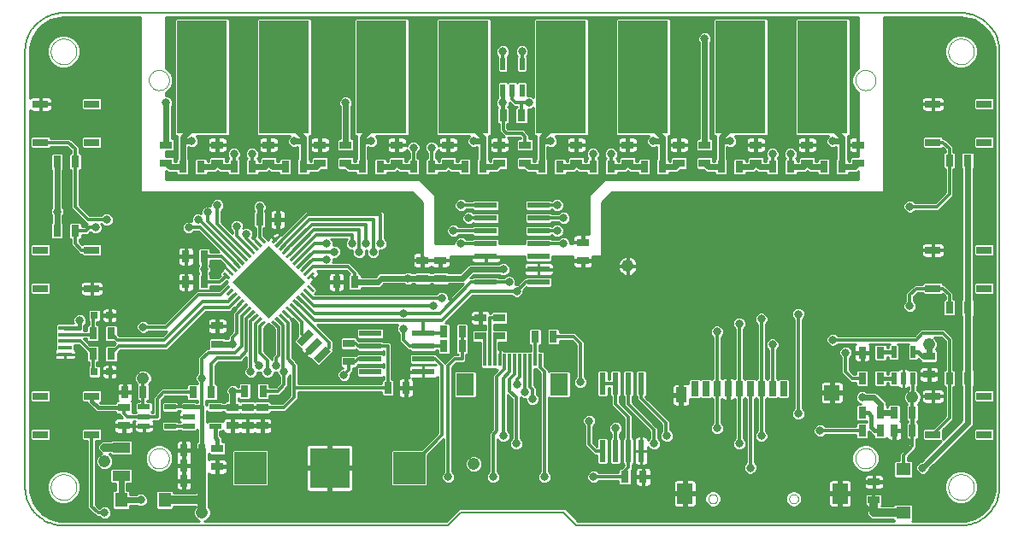
<source format=gtl>
G75*
%MOIN*%
%OFA0B0*%
%FSLAX24Y24*%
%IPPOS*%
%LPD*%
%AMOC8*
5,1,8,0,0,1.08239X$1,22.5*
%
%ADD10C,0.0050*%
%ADD11C,0.0000*%
%ADD12R,0.0276X0.0669*%
%ADD13R,0.0709X0.0394*%
%ADD14R,0.0472X0.0217*%
%ADD15R,0.0472X0.0315*%
%ADD16R,0.0217X0.0472*%
%ADD17R,0.0315X0.0472*%
%ADD18R,0.0579X0.0500*%
%ADD19R,0.0870X0.0240*%
%ADD20R,0.1969X0.4409*%
%ADD21R,0.0300X0.0300*%
%ADD22R,0.0600X0.0300*%
%ADD23R,0.0500X0.0579*%
%ADD24R,0.0531X0.0157*%
%ADD25C,0.0281*%
%ADD26R,0.0610X0.0648*%
%ADD27R,0.0610X0.0591*%
%ADD28C,0.0476*%
%ADD29R,0.1560X0.1560*%
%ADD30R,0.1250X0.1250*%
%ADD31R,0.0236X0.0866*%
%ADD32R,0.0118X0.0512*%
%ADD33R,0.0709X0.0866*%
%ADD34R,0.0315X0.0118*%
%ADD35R,0.2000X0.2000*%
%ADD36R,0.0300X0.0600*%
%ADD37R,0.0400X0.0600*%
%ADD38R,0.0600X0.0800*%
%ADD39R,0.0600X0.0600*%
%ADD40C,0.0330*%
%ADD41C,0.0120*%
%ADD42C,0.0240*%
%ADD43C,0.0160*%
%ADD44C,0.0100*%
%ADD45C,0.0320*%
D10*
X017760Y016393D02*
X032760Y016393D01*
X033260Y016893D01*
X037260Y016893D01*
X037760Y016393D01*
X052760Y016393D01*
X052836Y016395D01*
X052912Y016401D01*
X052987Y016410D01*
X053062Y016424D01*
X053136Y016441D01*
X053209Y016462D01*
X053281Y016486D01*
X053352Y016515D01*
X053421Y016546D01*
X053488Y016581D01*
X053553Y016620D01*
X053617Y016662D01*
X053678Y016707D01*
X053737Y016755D01*
X053793Y016806D01*
X053847Y016860D01*
X053898Y016916D01*
X053946Y016975D01*
X053991Y017036D01*
X054033Y017100D01*
X054072Y017165D01*
X054107Y017232D01*
X054138Y017301D01*
X054167Y017372D01*
X054191Y017444D01*
X054212Y017517D01*
X054229Y017591D01*
X054243Y017666D01*
X054252Y017741D01*
X054258Y017817D01*
X054260Y017893D01*
X054260Y034893D01*
X054258Y034969D01*
X054252Y035045D01*
X054243Y035120D01*
X054229Y035195D01*
X054212Y035269D01*
X054191Y035342D01*
X054167Y035414D01*
X054138Y035485D01*
X054107Y035554D01*
X054072Y035621D01*
X054033Y035686D01*
X053991Y035750D01*
X053946Y035811D01*
X053898Y035870D01*
X053847Y035926D01*
X053793Y035980D01*
X053737Y036031D01*
X053678Y036079D01*
X053617Y036124D01*
X053553Y036166D01*
X053488Y036205D01*
X053421Y036240D01*
X053352Y036271D01*
X053281Y036300D01*
X053209Y036324D01*
X053136Y036345D01*
X053062Y036362D01*
X052987Y036376D01*
X052912Y036385D01*
X052836Y036391D01*
X052760Y036393D01*
X017760Y036393D01*
X017684Y036391D01*
X017608Y036385D01*
X017533Y036376D01*
X017458Y036362D01*
X017384Y036345D01*
X017311Y036324D01*
X017239Y036300D01*
X017168Y036271D01*
X017099Y036240D01*
X017032Y036205D01*
X016967Y036166D01*
X016903Y036124D01*
X016842Y036079D01*
X016783Y036031D01*
X016727Y035980D01*
X016673Y035926D01*
X016622Y035870D01*
X016574Y035811D01*
X016529Y035750D01*
X016487Y035686D01*
X016448Y035621D01*
X016413Y035554D01*
X016382Y035485D01*
X016353Y035414D01*
X016329Y035342D01*
X016308Y035269D01*
X016291Y035195D01*
X016277Y035120D01*
X016268Y035045D01*
X016262Y034969D01*
X016260Y034893D01*
X016260Y017893D01*
X016262Y017817D01*
X016268Y017741D01*
X016277Y017666D01*
X016291Y017591D01*
X016308Y017517D01*
X016329Y017444D01*
X016353Y017372D01*
X016382Y017301D01*
X016413Y017232D01*
X016448Y017165D01*
X016487Y017100D01*
X016529Y017036D01*
X016574Y016975D01*
X016622Y016916D01*
X016673Y016860D01*
X016727Y016806D01*
X016783Y016755D01*
X016842Y016707D01*
X016903Y016662D01*
X016967Y016620D01*
X017032Y016581D01*
X017099Y016546D01*
X017168Y016515D01*
X017239Y016486D01*
X017311Y016462D01*
X017384Y016441D01*
X017458Y016424D01*
X017533Y016410D01*
X017608Y016401D01*
X017684Y016395D01*
X017760Y016393D01*
D11*
X017260Y017893D02*
X017262Y017937D01*
X017268Y017981D01*
X017278Y018024D01*
X017291Y018066D01*
X017308Y018107D01*
X017329Y018146D01*
X017353Y018183D01*
X017380Y018218D01*
X017410Y018250D01*
X017443Y018280D01*
X017479Y018306D01*
X017516Y018330D01*
X017556Y018349D01*
X017597Y018366D01*
X017640Y018378D01*
X017683Y018387D01*
X017727Y018392D01*
X017771Y018393D01*
X017815Y018390D01*
X017859Y018383D01*
X017902Y018372D01*
X017944Y018358D01*
X017984Y018340D01*
X018023Y018318D01*
X018059Y018294D01*
X018093Y018266D01*
X018125Y018235D01*
X018154Y018201D01*
X018180Y018165D01*
X018202Y018127D01*
X018221Y018087D01*
X018236Y018045D01*
X018248Y018003D01*
X018256Y017959D01*
X018260Y017915D01*
X018260Y017871D01*
X018256Y017827D01*
X018248Y017783D01*
X018236Y017741D01*
X018221Y017699D01*
X018202Y017659D01*
X018180Y017621D01*
X018154Y017585D01*
X018125Y017551D01*
X018093Y017520D01*
X018059Y017492D01*
X018023Y017468D01*
X017984Y017446D01*
X017944Y017428D01*
X017902Y017414D01*
X017859Y017403D01*
X017815Y017396D01*
X017771Y017393D01*
X017727Y017394D01*
X017683Y017399D01*
X017640Y017408D01*
X017597Y017420D01*
X017556Y017437D01*
X017516Y017456D01*
X017479Y017480D01*
X017443Y017506D01*
X017410Y017536D01*
X017380Y017568D01*
X017353Y017603D01*
X017329Y017640D01*
X017308Y017679D01*
X017291Y017720D01*
X017278Y017762D01*
X017268Y017805D01*
X017262Y017849D01*
X017260Y017893D01*
X021086Y019011D02*
X021088Y019050D01*
X021094Y019089D01*
X021104Y019127D01*
X021117Y019164D01*
X021134Y019199D01*
X021154Y019233D01*
X021178Y019264D01*
X021205Y019293D01*
X021234Y019319D01*
X021266Y019342D01*
X021300Y019362D01*
X021336Y019378D01*
X021373Y019390D01*
X021412Y019399D01*
X021451Y019404D01*
X021490Y019405D01*
X021529Y019402D01*
X021568Y019395D01*
X021605Y019384D01*
X021642Y019370D01*
X021677Y019352D01*
X021710Y019331D01*
X021741Y019306D01*
X021769Y019279D01*
X021794Y019249D01*
X021816Y019216D01*
X021835Y019182D01*
X021850Y019146D01*
X021862Y019108D01*
X021870Y019070D01*
X021874Y019031D01*
X021874Y018991D01*
X021870Y018952D01*
X021862Y018914D01*
X021850Y018876D01*
X021835Y018840D01*
X021816Y018806D01*
X021794Y018773D01*
X021769Y018743D01*
X021741Y018716D01*
X021710Y018691D01*
X021677Y018670D01*
X021642Y018652D01*
X021605Y018638D01*
X021568Y018627D01*
X021529Y018620D01*
X021490Y018617D01*
X021451Y018618D01*
X021412Y018623D01*
X021373Y018632D01*
X021336Y018644D01*
X021300Y018660D01*
X021266Y018680D01*
X021234Y018703D01*
X021205Y018729D01*
X021178Y018758D01*
X021154Y018789D01*
X021134Y018823D01*
X021117Y018858D01*
X021104Y018895D01*
X021094Y018933D01*
X021088Y018972D01*
X021086Y019011D01*
X021086Y033775D02*
X021088Y033814D01*
X021094Y033853D01*
X021104Y033891D01*
X021117Y033928D01*
X021134Y033963D01*
X021154Y033997D01*
X021178Y034028D01*
X021205Y034057D01*
X021234Y034083D01*
X021266Y034106D01*
X021300Y034126D01*
X021336Y034142D01*
X021373Y034154D01*
X021412Y034163D01*
X021451Y034168D01*
X021490Y034169D01*
X021529Y034166D01*
X021568Y034159D01*
X021605Y034148D01*
X021642Y034134D01*
X021677Y034116D01*
X021710Y034095D01*
X021741Y034070D01*
X021769Y034043D01*
X021794Y034013D01*
X021816Y033980D01*
X021835Y033946D01*
X021850Y033910D01*
X021862Y033872D01*
X021870Y033834D01*
X021874Y033795D01*
X021874Y033755D01*
X021870Y033716D01*
X021862Y033678D01*
X021850Y033640D01*
X021835Y033604D01*
X021816Y033570D01*
X021794Y033537D01*
X021769Y033507D01*
X021741Y033480D01*
X021710Y033455D01*
X021677Y033434D01*
X021642Y033416D01*
X021605Y033402D01*
X021568Y033391D01*
X021529Y033384D01*
X021490Y033381D01*
X021451Y033382D01*
X021412Y033387D01*
X021373Y033396D01*
X021336Y033408D01*
X021300Y033424D01*
X021266Y033444D01*
X021234Y033467D01*
X021205Y033493D01*
X021178Y033522D01*
X021154Y033553D01*
X021134Y033587D01*
X021117Y033622D01*
X021104Y033659D01*
X021094Y033697D01*
X021088Y033736D01*
X021086Y033775D01*
X017260Y034893D02*
X017262Y034937D01*
X017268Y034981D01*
X017278Y035024D01*
X017291Y035066D01*
X017308Y035107D01*
X017329Y035146D01*
X017353Y035183D01*
X017380Y035218D01*
X017410Y035250D01*
X017443Y035280D01*
X017479Y035306D01*
X017516Y035330D01*
X017556Y035349D01*
X017597Y035366D01*
X017640Y035378D01*
X017683Y035387D01*
X017727Y035392D01*
X017771Y035393D01*
X017815Y035390D01*
X017859Y035383D01*
X017902Y035372D01*
X017944Y035358D01*
X017984Y035340D01*
X018023Y035318D01*
X018059Y035294D01*
X018093Y035266D01*
X018125Y035235D01*
X018154Y035201D01*
X018180Y035165D01*
X018202Y035127D01*
X018221Y035087D01*
X018236Y035045D01*
X018248Y035003D01*
X018256Y034959D01*
X018260Y034915D01*
X018260Y034871D01*
X018256Y034827D01*
X018248Y034783D01*
X018236Y034741D01*
X018221Y034699D01*
X018202Y034659D01*
X018180Y034621D01*
X018154Y034585D01*
X018125Y034551D01*
X018093Y034520D01*
X018059Y034492D01*
X018023Y034468D01*
X017984Y034446D01*
X017944Y034428D01*
X017902Y034414D01*
X017859Y034403D01*
X017815Y034396D01*
X017771Y034393D01*
X017727Y034394D01*
X017683Y034399D01*
X017640Y034408D01*
X017597Y034420D01*
X017556Y034437D01*
X017516Y034456D01*
X017479Y034480D01*
X017443Y034506D01*
X017410Y034536D01*
X017380Y034568D01*
X017353Y034603D01*
X017329Y034640D01*
X017308Y034679D01*
X017291Y034720D01*
X017278Y034762D01*
X017268Y034805D01*
X017262Y034849D01*
X017260Y034893D01*
X042911Y017435D02*
X042913Y017461D01*
X042919Y017487D01*
X042928Y017511D01*
X042941Y017534D01*
X042958Y017554D01*
X042977Y017572D01*
X042999Y017587D01*
X043022Y017598D01*
X043047Y017606D01*
X043073Y017610D01*
X043099Y017610D01*
X043125Y017606D01*
X043150Y017598D01*
X043174Y017587D01*
X043195Y017572D01*
X043214Y017554D01*
X043231Y017534D01*
X043244Y017511D01*
X043253Y017487D01*
X043259Y017461D01*
X043261Y017435D01*
X043259Y017409D01*
X043253Y017383D01*
X043244Y017359D01*
X043231Y017336D01*
X043214Y017316D01*
X043195Y017298D01*
X043173Y017283D01*
X043150Y017272D01*
X043125Y017264D01*
X043099Y017260D01*
X043073Y017260D01*
X043047Y017264D01*
X043022Y017272D01*
X042998Y017283D01*
X042977Y017298D01*
X042958Y017316D01*
X042941Y017336D01*
X042928Y017359D01*
X042919Y017383D01*
X042913Y017409D01*
X042911Y017435D01*
X046060Y017435D02*
X046062Y017461D01*
X046068Y017487D01*
X046077Y017511D01*
X046090Y017534D01*
X046107Y017554D01*
X046126Y017572D01*
X046148Y017587D01*
X046171Y017598D01*
X046196Y017606D01*
X046222Y017610D01*
X046248Y017610D01*
X046274Y017606D01*
X046299Y017598D01*
X046323Y017587D01*
X046344Y017572D01*
X046363Y017554D01*
X046380Y017534D01*
X046393Y017511D01*
X046402Y017487D01*
X046408Y017461D01*
X046410Y017435D01*
X046408Y017409D01*
X046402Y017383D01*
X046393Y017359D01*
X046380Y017336D01*
X046363Y017316D01*
X046344Y017298D01*
X046322Y017283D01*
X046299Y017272D01*
X046274Y017264D01*
X046248Y017260D01*
X046222Y017260D01*
X046196Y017264D01*
X046171Y017272D01*
X046147Y017283D01*
X046126Y017298D01*
X046107Y017316D01*
X046090Y017336D01*
X046077Y017359D01*
X046068Y017383D01*
X046062Y017409D01*
X046060Y017435D01*
X048645Y019011D02*
X048647Y019050D01*
X048653Y019089D01*
X048663Y019127D01*
X048676Y019164D01*
X048693Y019199D01*
X048713Y019233D01*
X048737Y019264D01*
X048764Y019293D01*
X048793Y019319D01*
X048825Y019342D01*
X048859Y019362D01*
X048895Y019378D01*
X048932Y019390D01*
X048971Y019399D01*
X049010Y019404D01*
X049049Y019405D01*
X049088Y019402D01*
X049127Y019395D01*
X049164Y019384D01*
X049201Y019370D01*
X049236Y019352D01*
X049269Y019331D01*
X049300Y019306D01*
X049328Y019279D01*
X049353Y019249D01*
X049375Y019216D01*
X049394Y019182D01*
X049409Y019146D01*
X049421Y019108D01*
X049429Y019070D01*
X049433Y019031D01*
X049433Y018991D01*
X049429Y018952D01*
X049421Y018914D01*
X049409Y018876D01*
X049394Y018840D01*
X049375Y018806D01*
X049353Y018773D01*
X049328Y018743D01*
X049300Y018716D01*
X049269Y018691D01*
X049236Y018670D01*
X049201Y018652D01*
X049164Y018638D01*
X049127Y018627D01*
X049088Y018620D01*
X049049Y018617D01*
X049010Y018618D01*
X048971Y018623D01*
X048932Y018632D01*
X048895Y018644D01*
X048859Y018660D01*
X048825Y018680D01*
X048793Y018703D01*
X048764Y018729D01*
X048737Y018758D01*
X048713Y018789D01*
X048693Y018823D01*
X048676Y018858D01*
X048663Y018895D01*
X048653Y018933D01*
X048647Y018972D01*
X048645Y019011D01*
X052260Y017893D02*
X052262Y017937D01*
X052268Y017981D01*
X052278Y018024D01*
X052291Y018066D01*
X052308Y018107D01*
X052329Y018146D01*
X052353Y018183D01*
X052380Y018218D01*
X052410Y018250D01*
X052443Y018280D01*
X052479Y018306D01*
X052516Y018330D01*
X052556Y018349D01*
X052597Y018366D01*
X052640Y018378D01*
X052683Y018387D01*
X052727Y018392D01*
X052771Y018393D01*
X052815Y018390D01*
X052859Y018383D01*
X052902Y018372D01*
X052944Y018358D01*
X052984Y018340D01*
X053023Y018318D01*
X053059Y018294D01*
X053093Y018266D01*
X053125Y018235D01*
X053154Y018201D01*
X053180Y018165D01*
X053202Y018127D01*
X053221Y018087D01*
X053236Y018045D01*
X053248Y018003D01*
X053256Y017959D01*
X053260Y017915D01*
X053260Y017871D01*
X053256Y017827D01*
X053248Y017783D01*
X053236Y017741D01*
X053221Y017699D01*
X053202Y017659D01*
X053180Y017621D01*
X053154Y017585D01*
X053125Y017551D01*
X053093Y017520D01*
X053059Y017492D01*
X053023Y017468D01*
X052984Y017446D01*
X052944Y017428D01*
X052902Y017414D01*
X052859Y017403D01*
X052815Y017396D01*
X052771Y017393D01*
X052727Y017394D01*
X052683Y017399D01*
X052640Y017408D01*
X052597Y017420D01*
X052556Y017437D01*
X052516Y017456D01*
X052479Y017480D01*
X052443Y017506D01*
X052410Y017536D01*
X052380Y017568D01*
X052353Y017603D01*
X052329Y017640D01*
X052308Y017679D01*
X052291Y017720D01*
X052278Y017762D01*
X052268Y017805D01*
X052262Y017849D01*
X052260Y017893D01*
X048645Y033775D02*
X048647Y033814D01*
X048653Y033853D01*
X048663Y033891D01*
X048676Y033928D01*
X048693Y033963D01*
X048713Y033997D01*
X048737Y034028D01*
X048764Y034057D01*
X048793Y034083D01*
X048825Y034106D01*
X048859Y034126D01*
X048895Y034142D01*
X048932Y034154D01*
X048971Y034163D01*
X049010Y034168D01*
X049049Y034169D01*
X049088Y034166D01*
X049127Y034159D01*
X049164Y034148D01*
X049201Y034134D01*
X049236Y034116D01*
X049269Y034095D01*
X049300Y034070D01*
X049328Y034043D01*
X049353Y034013D01*
X049375Y033980D01*
X049394Y033946D01*
X049409Y033910D01*
X049421Y033872D01*
X049429Y033834D01*
X049433Y033795D01*
X049433Y033755D01*
X049429Y033716D01*
X049421Y033678D01*
X049409Y033640D01*
X049394Y033604D01*
X049375Y033570D01*
X049353Y033537D01*
X049328Y033507D01*
X049300Y033480D01*
X049269Y033455D01*
X049236Y033434D01*
X049201Y033416D01*
X049164Y033402D01*
X049127Y033391D01*
X049088Y033384D01*
X049049Y033381D01*
X049010Y033382D01*
X048971Y033387D01*
X048932Y033396D01*
X048895Y033408D01*
X048859Y033424D01*
X048825Y033444D01*
X048793Y033467D01*
X048764Y033493D01*
X048737Y033522D01*
X048713Y033553D01*
X048693Y033587D01*
X048676Y033622D01*
X048663Y033659D01*
X048653Y033697D01*
X048647Y033736D01*
X048645Y033775D01*
X052260Y034893D02*
X052262Y034937D01*
X052268Y034981D01*
X052278Y035024D01*
X052291Y035066D01*
X052308Y035107D01*
X052329Y035146D01*
X052353Y035183D01*
X052380Y035218D01*
X052410Y035250D01*
X052443Y035280D01*
X052479Y035306D01*
X052516Y035330D01*
X052556Y035349D01*
X052597Y035366D01*
X052640Y035378D01*
X052683Y035387D01*
X052727Y035392D01*
X052771Y035393D01*
X052815Y035390D01*
X052859Y035383D01*
X052902Y035372D01*
X052944Y035358D01*
X052984Y035340D01*
X053023Y035318D01*
X053059Y035294D01*
X053093Y035266D01*
X053125Y035235D01*
X053154Y035201D01*
X053180Y035165D01*
X053202Y035127D01*
X053221Y035087D01*
X053236Y035045D01*
X053248Y035003D01*
X053256Y034959D01*
X053260Y034915D01*
X053260Y034871D01*
X053256Y034827D01*
X053248Y034783D01*
X053236Y034741D01*
X053221Y034699D01*
X053202Y034659D01*
X053180Y034621D01*
X053154Y034585D01*
X053125Y034551D01*
X053093Y034520D01*
X053059Y034492D01*
X053023Y034468D01*
X052984Y034446D01*
X052944Y034428D01*
X052902Y034414D01*
X052859Y034403D01*
X052815Y034396D01*
X052771Y034393D01*
X052727Y034394D01*
X052683Y034399D01*
X052640Y034408D01*
X052597Y034420D01*
X052556Y034437D01*
X052516Y034456D01*
X052479Y034480D01*
X052443Y034506D01*
X052410Y034536D01*
X052380Y034568D01*
X052353Y034603D01*
X052329Y034640D01*
X052308Y034679D01*
X052291Y034720D01*
X052278Y034762D01*
X052268Y034805D01*
X052262Y034849D01*
X052260Y034893D01*
D12*
G36*
X027982Y023392D02*
X028177Y023197D01*
X027706Y022726D01*
X027511Y022921D01*
X027982Y023392D01*
G37*
G36*
X027648Y023726D02*
X027843Y023531D01*
X027372Y023060D01*
X027177Y023255D01*
X027648Y023726D01*
G37*
G36*
X027313Y024060D02*
X027508Y023865D01*
X027037Y023394D01*
X026842Y023589D01*
X027313Y024060D01*
G37*
D13*
X020010Y019444D03*
X020010Y018342D03*
D14*
X020898Y020269D03*
X020898Y020643D03*
X020898Y021017D03*
X021921Y021017D03*
X022648Y021017D03*
X022648Y020643D03*
X022648Y020269D03*
X021921Y020269D03*
X023671Y020269D03*
X023671Y021017D03*
D15*
X024360Y020998D03*
X024935Y020998D03*
X025510Y020998D03*
X025510Y020289D03*
X024935Y020289D03*
X024360Y020289D03*
X023760Y019398D03*
X023760Y018689D03*
X020110Y020289D03*
X020110Y020998D03*
X023760Y023476D03*
X023760Y024185D03*
X028885Y023498D03*
X028885Y022789D03*
X031760Y026039D03*
X032460Y026039D03*
X032460Y026748D03*
X031760Y026748D03*
X034010Y024498D03*
X034760Y024498D03*
X034760Y023789D03*
X034010Y023789D03*
X038010Y026739D03*
X038010Y027448D03*
X037760Y030539D03*
X037760Y031248D03*
X039760Y031248D03*
X039760Y030539D03*
X041760Y030539D03*
X041760Y031248D03*
X042760Y031248D03*
X042760Y030539D03*
X044760Y030539D03*
X044760Y031248D03*
X046760Y031248D03*
X046760Y030539D03*
X048760Y030539D03*
X048760Y031248D03*
X051510Y022998D03*
X051510Y022289D03*
X049364Y018098D03*
X049364Y017389D03*
X035760Y030539D03*
X035760Y031248D03*
X034760Y031248D03*
X034760Y030539D03*
X032760Y030539D03*
X032760Y031248D03*
X030760Y031248D03*
X030760Y030539D03*
X028760Y030539D03*
X027760Y030539D03*
X027760Y031248D03*
X028760Y031248D03*
X025760Y031248D03*
X025760Y030539D03*
X023760Y030539D03*
X023760Y031248D03*
X021760Y031248D03*
X021760Y030539D03*
D16*
X034885Y033381D03*
X035260Y033381D03*
X035634Y033381D03*
X035634Y034405D03*
X034885Y034405D03*
X050135Y023155D03*
X050884Y023155D03*
X050884Y022131D03*
X050510Y022131D03*
X050135Y022131D03*
D17*
X049614Y022142D03*
X048905Y022142D03*
X048905Y023143D03*
X049614Y023143D03*
X052305Y022143D03*
X053014Y022143D03*
X050864Y020793D03*
X050864Y020093D03*
X050155Y020093D03*
X049614Y020093D03*
X049614Y020793D03*
X050155Y020793D03*
X048905Y020793D03*
X048905Y020093D03*
X052305Y024893D03*
X053014Y024893D03*
X048114Y030393D03*
X047405Y030393D03*
X046114Y030393D03*
X045405Y030393D03*
X044114Y030393D03*
X043405Y030393D03*
X041114Y030393D03*
X040405Y030393D03*
X039114Y030393D03*
X038405Y030393D03*
X037114Y030393D03*
X036405Y030393D03*
X034114Y030393D03*
X033405Y030393D03*
X032114Y030393D03*
X031405Y030393D03*
X030114Y030393D03*
X029405Y030393D03*
X027114Y030393D03*
X026405Y030393D03*
X025114Y030393D03*
X024405Y030393D03*
X023114Y030393D03*
X022405Y030393D03*
X025405Y028331D03*
X026114Y028331D03*
X023239Y026893D03*
X022530Y026893D03*
X022530Y025893D03*
X023239Y025893D03*
X019614Y023893D03*
X018905Y023893D03*
X018905Y023093D03*
X019614Y023093D03*
X020155Y021593D03*
X020864Y021593D03*
X022805Y021593D03*
X023514Y021593D03*
X024830Y021643D03*
X025539Y021643D03*
X023164Y019343D03*
X022455Y019343D03*
X022455Y018743D03*
X022455Y018143D03*
X023164Y018143D03*
X023164Y018743D03*
X030405Y021768D03*
X031114Y021768D03*
X032593Y023393D03*
X032593Y023956D03*
X033301Y023956D03*
X033301Y023393D03*
X036155Y023757D03*
X036864Y023757D03*
X029114Y025893D03*
X028405Y025893D03*
X034905Y032393D03*
X035614Y032393D03*
X052305Y030643D03*
X053014Y030643D03*
X040364Y018293D03*
X039655Y018293D03*
X018214Y027893D03*
X017505Y027893D03*
X017505Y030593D03*
X018214Y030593D03*
D18*
X050510Y018590D03*
X050510Y016897D03*
D19*
X036290Y025893D03*
X036290Y026393D03*
X036290Y026893D03*
X036290Y027393D03*
X036290Y027893D03*
X036290Y028393D03*
X036290Y028893D03*
X034230Y028893D03*
X034230Y028393D03*
X034230Y027893D03*
X034230Y027393D03*
X034230Y026893D03*
X034230Y026393D03*
X034230Y025893D03*
X031790Y023893D03*
X031790Y023393D03*
X031790Y022893D03*
X031790Y022393D03*
X029730Y022393D03*
X029730Y022893D03*
X029730Y023393D03*
X029730Y023893D03*
D20*
X030160Y033893D03*
X033360Y033893D03*
X037160Y033893D03*
X040360Y033893D03*
X044160Y033893D03*
X047360Y033893D03*
X026360Y033893D03*
X023160Y033893D03*
D21*
X019560Y024593D03*
X018960Y024593D03*
X018960Y022393D03*
X019560Y022393D03*
D22*
X018860Y021443D03*
X016860Y021443D03*
X016860Y019943D03*
X018860Y019943D03*
X018860Y025643D03*
X016860Y025643D03*
X016860Y027143D03*
X018860Y027143D03*
X018860Y031343D03*
X016860Y031343D03*
X016860Y032843D03*
X018860Y032843D03*
X051660Y032843D03*
X051660Y031343D03*
X053660Y031343D03*
X053660Y032843D03*
X053660Y027143D03*
X053660Y025643D03*
X051660Y025643D03*
X051660Y027143D03*
X051660Y021443D03*
X051660Y019943D03*
X053660Y019943D03*
X053660Y021443D03*
D23*
X021706Y017393D03*
X020013Y017393D03*
D24*
X017823Y023081D03*
X017823Y023337D03*
X017823Y023593D03*
X017823Y023849D03*
X017823Y024105D03*
D25*
X017776Y024472D02*
X017776Y024684D01*
X017870Y024684D01*
X017870Y024472D01*
X017776Y024472D01*
X017776Y022715D02*
X017776Y022503D01*
X017776Y022715D02*
X017870Y022715D01*
X017870Y022503D01*
X017776Y022503D01*
D26*
X016760Y022364D03*
X016760Y024823D03*
D27*
X016760Y023987D03*
X016760Y023200D03*
D28*
X020864Y022143D03*
X019360Y018893D03*
X023164Y016893D03*
X033760Y018793D03*
X039760Y026518D03*
X050864Y021394D03*
X051510Y023456D03*
D29*
X028135Y018643D03*
D30*
X031235Y018643D03*
X025035Y018643D03*
D31*
X038785Y019307D03*
X039285Y019307D03*
X039785Y019307D03*
X040285Y019307D03*
X040285Y021929D03*
X039785Y021929D03*
X039285Y021929D03*
X038785Y021929D03*
D32*
X036342Y022858D03*
X036145Y022858D03*
X035948Y022858D03*
X035752Y022858D03*
X035555Y022858D03*
X035358Y022858D03*
X035161Y022858D03*
X034964Y022858D03*
X034767Y022858D03*
X034571Y022858D03*
X034374Y022858D03*
X034177Y022858D03*
D33*
X033429Y021893D03*
X037090Y021893D03*
D34*
G36*
X027333Y025795D02*
X027554Y025574D01*
X027471Y025491D01*
X027250Y025712D01*
X027333Y025795D01*
G37*
G36*
X027194Y025656D02*
X027415Y025435D01*
X027332Y025352D01*
X027111Y025573D01*
X027194Y025656D01*
G37*
G36*
X027055Y025516D02*
X027276Y025295D01*
X027193Y025212D01*
X026972Y025433D01*
X027055Y025516D01*
G37*
G36*
X026915Y025377D02*
X027136Y025156D01*
X027053Y025073D01*
X026832Y025294D01*
X026915Y025377D01*
G37*
G36*
X026776Y025238D02*
X026997Y025017D01*
X026914Y024934D01*
X026693Y025155D01*
X026776Y025238D01*
G37*
G36*
X026775Y024795D02*
X026554Y025016D01*
X026637Y025099D01*
X026858Y024878D01*
X026775Y024795D01*
G37*
G36*
X026636Y024656D02*
X026415Y024877D01*
X026498Y024960D01*
X026719Y024739D01*
X026636Y024656D01*
G37*
G36*
X026497Y024516D02*
X026276Y024737D01*
X026359Y024820D01*
X026580Y024599D01*
X026497Y024516D01*
G37*
G36*
X026357Y024377D02*
X026136Y024598D01*
X026219Y024681D01*
X026440Y024460D01*
X026357Y024377D01*
G37*
G36*
X026218Y024238D02*
X025997Y024459D01*
X026080Y024542D01*
X026301Y024321D01*
X026218Y024238D01*
G37*
G36*
X026079Y024099D02*
X025858Y024320D01*
X025941Y024403D01*
X026162Y024182D01*
X026079Y024099D01*
G37*
G36*
X025661Y024320D02*
X025440Y024099D01*
X025357Y024182D01*
X025578Y024403D01*
X025661Y024320D01*
G37*
G36*
X025522Y024459D02*
X025301Y024238D01*
X025218Y024321D01*
X025439Y024542D01*
X025522Y024459D01*
G37*
G36*
X025383Y024598D02*
X025162Y024377D01*
X025079Y024460D01*
X025300Y024681D01*
X025383Y024598D01*
G37*
G36*
X025243Y024737D02*
X025022Y024516D01*
X024939Y024599D01*
X025160Y024820D01*
X025243Y024737D01*
G37*
G36*
X025104Y024877D02*
X024883Y024656D01*
X024800Y024739D01*
X025021Y024960D01*
X025104Y024877D01*
G37*
G36*
X024661Y024878D02*
X024882Y025099D01*
X024965Y025016D01*
X024744Y024795D01*
X024661Y024878D01*
G37*
G36*
X024522Y025017D02*
X024743Y025238D01*
X024826Y025155D01*
X024605Y024934D01*
X024522Y025017D01*
G37*
G36*
X024383Y025156D02*
X024604Y025377D01*
X024687Y025294D01*
X024466Y025073D01*
X024383Y025156D01*
G37*
G36*
X024243Y025295D02*
X024464Y025516D01*
X024547Y025433D01*
X024326Y025212D01*
X024243Y025295D01*
G37*
G36*
X024104Y025435D02*
X024325Y025656D01*
X024408Y025573D01*
X024187Y025352D01*
X024104Y025435D01*
G37*
G36*
X023965Y025574D02*
X024186Y025795D01*
X024269Y025712D01*
X024048Y025491D01*
X023965Y025574D01*
G37*
G36*
X024186Y025992D02*
X023965Y026213D01*
X024048Y026296D01*
X024269Y026075D01*
X024186Y025992D01*
G37*
G36*
X024325Y026131D02*
X024104Y026352D01*
X024187Y026435D01*
X024408Y026214D01*
X024325Y026131D01*
G37*
G36*
X024464Y026270D02*
X024243Y026491D01*
X024326Y026574D01*
X024547Y026353D01*
X024464Y026270D01*
G37*
G36*
X024604Y026409D02*
X024383Y026630D01*
X024466Y026713D01*
X024687Y026492D01*
X024604Y026409D01*
G37*
G36*
X024743Y026549D02*
X024522Y026770D01*
X024605Y026853D01*
X024826Y026632D01*
X024743Y026549D01*
G37*
G36*
X024744Y026992D02*
X024965Y026771D01*
X024882Y026688D01*
X024661Y026909D01*
X024744Y026992D01*
G37*
G36*
X024883Y027131D02*
X025104Y026910D01*
X025021Y026827D01*
X024800Y027048D01*
X024883Y027131D01*
G37*
G36*
X025022Y027270D02*
X025243Y027049D01*
X025160Y026966D01*
X024939Y027187D01*
X025022Y027270D01*
G37*
G36*
X025162Y027409D02*
X025383Y027188D01*
X025300Y027105D01*
X025079Y027326D01*
X025162Y027409D01*
G37*
G36*
X025301Y027549D02*
X025522Y027328D01*
X025439Y027245D01*
X025218Y027466D01*
X025301Y027549D01*
G37*
G36*
X025440Y027688D02*
X025661Y027467D01*
X025578Y027384D01*
X025357Y027605D01*
X025440Y027688D01*
G37*
G36*
X025858Y027467D02*
X026079Y027688D01*
X026162Y027605D01*
X025941Y027384D01*
X025858Y027467D01*
G37*
G36*
X025997Y027328D02*
X026218Y027549D01*
X026301Y027466D01*
X026080Y027245D01*
X025997Y027328D01*
G37*
G36*
X026136Y027188D02*
X026357Y027409D01*
X026440Y027326D01*
X026219Y027105D01*
X026136Y027188D01*
G37*
G36*
X026276Y027049D02*
X026497Y027270D01*
X026580Y027187D01*
X026359Y026966D01*
X026276Y027049D01*
G37*
G36*
X026415Y026910D02*
X026636Y027131D01*
X026719Y027048D01*
X026498Y026827D01*
X026415Y026910D01*
G37*
G36*
X026858Y026909D02*
X026637Y026688D01*
X026554Y026771D01*
X026775Y026992D01*
X026858Y026909D01*
G37*
G36*
X026997Y026770D02*
X026776Y026549D01*
X026693Y026632D01*
X026914Y026853D01*
X026997Y026770D01*
G37*
G36*
X027136Y026630D02*
X026915Y026409D01*
X026832Y026492D01*
X027053Y026713D01*
X027136Y026630D01*
G37*
G36*
X027276Y026491D02*
X027055Y026270D01*
X026972Y026353D01*
X027193Y026574D01*
X027276Y026491D01*
G37*
G36*
X027415Y026352D02*
X027194Y026131D01*
X027111Y026214D01*
X027332Y026435D01*
X027415Y026352D01*
G37*
G36*
X027554Y026213D02*
X027333Y025992D01*
X027250Y026075D01*
X027471Y026296D01*
X027554Y026213D01*
G37*
D35*
G36*
X027174Y025893D02*
X025760Y024479D01*
X024346Y025893D01*
X025760Y027307D01*
X027174Y025893D01*
G37*
D36*
X042377Y021726D03*
X042810Y021726D03*
X043243Y021726D03*
X043676Y021726D03*
X044110Y021726D03*
X044543Y021726D03*
X044976Y021726D03*
X045409Y021726D03*
X045842Y021726D03*
D37*
X041847Y021490D03*
D38*
X041984Y017643D03*
X048047Y017643D03*
D39*
X047724Y021572D03*
D40*
X048572Y021706D03*
X048905Y021393D03*
X050135Y021518D03*
X049260Y022643D03*
X048260Y023143D03*
X047760Y023643D03*
X046410Y024643D03*
X044976Y024456D03*
X044110Y024268D03*
X043510Y024393D03*
X043243Y023956D03*
X042010Y024393D03*
X040510Y024393D03*
X039010Y024393D03*
X037510Y024393D03*
X035760Y024393D03*
X035434Y025543D03*
X035135Y025893D03*
X034910Y026393D03*
X033160Y026543D03*
X033260Y027393D03*
X032960Y027893D03*
X033560Y028393D03*
X033260Y028893D03*
X034260Y029643D03*
X036260Y029643D03*
X037010Y028893D03*
X037260Y028393D03*
X037010Y027893D03*
X037260Y027393D03*
X037510Y026143D03*
X033260Y024581D03*
X032510Y025268D03*
X032197Y024956D03*
X031010Y024672D03*
X031010Y024081D03*
X030510Y025643D03*
X031197Y026039D03*
X030635Y026518D03*
X029835Y027056D03*
X030110Y027393D03*
X030635Y027393D03*
X030635Y028268D03*
X029560Y027393D03*
X029285Y027056D03*
X029010Y027393D03*
X028322Y027081D03*
X028010Y027393D03*
X028010Y026768D03*
X026635Y028393D03*
X025405Y028831D03*
X024510Y028081D03*
X024885Y027768D03*
X023760Y028893D03*
X023385Y028618D03*
X023010Y028331D03*
X022635Y028018D03*
X021760Y027143D03*
X021760Y026393D03*
X021760Y025643D03*
X021760Y024893D03*
X021010Y024893D03*
X020864Y024143D03*
X020260Y024393D03*
X019510Y025143D03*
X018385Y024393D03*
X018010Y025143D03*
X020260Y022643D03*
X019510Y021893D03*
X018010Y022143D03*
X017860Y020693D03*
X019410Y020543D03*
X019360Y019444D03*
X020760Y019643D03*
X022510Y019893D03*
X024910Y019668D03*
X026410Y018856D03*
X026410Y017793D03*
X023660Y017793D03*
X020780Y017393D03*
X019360Y016893D03*
X024360Y021643D03*
X023885Y022143D03*
X023160Y022143D03*
X022760Y022643D03*
X022010Y022893D03*
X021260Y022643D03*
X022760Y023643D03*
X023760Y024613D03*
X024360Y023476D03*
X025060Y022393D03*
X025385Y022643D03*
X025710Y022393D03*
X026035Y022643D03*
X026360Y022393D03*
X027135Y022643D03*
X027135Y021393D03*
X028697Y022268D03*
X030760Y022268D03*
X034260Y022268D03*
X035455Y021893D03*
X035752Y021593D03*
X036048Y021318D03*
X034910Y019893D03*
X035410Y019593D03*
X035760Y018893D03*
X036510Y018293D03*
X037010Y018893D03*
X038260Y018893D03*
X038430Y018293D03*
X039260Y017393D03*
X041010Y017393D03*
X041010Y018893D03*
X040785Y019593D03*
X041285Y019893D03*
X041010Y021143D03*
X041010Y022143D03*
X039285Y020193D03*
X038260Y020476D03*
X038260Y021143D03*
X037910Y021998D03*
X034510Y018293D03*
X032760Y018293D03*
X029910Y017793D03*
X029910Y018856D03*
X025760Y023893D03*
X023760Y026393D03*
X023239Y026393D03*
X019447Y028331D03*
X019010Y028018D03*
X017510Y028643D03*
X020510Y029893D03*
X020510Y030893D03*
X020510Y031893D03*
X021760Y032893D03*
X022760Y031393D03*
X024405Y030893D03*
X025114Y030893D03*
X024760Y031893D03*
X024760Y033393D03*
X024760Y034893D03*
X028260Y034893D03*
X028260Y033393D03*
X028760Y032893D03*
X028260Y031893D03*
X026760Y031393D03*
X029760Y031393D03*
X031405Y031143D03*
X032114Y031143D03*
X031760Y031893D03*
X031760Y033393D03*
X031760Y034893D03*
X034885Y034893D03*
X035634Y034893D03*
X035910Y032893D03*
X034885Y032893D03*
X033760Y031393D03*
X036760Y031393D03*
X038405Y030893D03*
X039114Y030893D03*
X038760Y031893D03*
X038760Y033393D03*
X038760Y034893D03*
X042260Y034893D03*
X042760Y035393D03*
X042260Y033393D03*
X042260Y031893D03*
X043760Y031393D03*
X045405Y030893D03*
X046114Y030893D03*
X045760Y031893D03*
X045760Y033393D03*
X045760Y034893D03*
X047760Y031393D03*
X050760Y028843D03*
X052572Y028893D03*
X052572Y027393D03*
X052572Y025893D03*
X050760Y024956D03*
X052510Y024143D03*
X051635Y020768D03*
X050135Y019268D03*
X051260Y018643D03*
X049364Y016893D03*
X047510Y018643D03*
X046760Y019268D03*
X045635Y019268D03*
X044976Y019893D03*
X044110Y019593D03*
X043385Y019268D03*
X043243Y020193D03*
X044543Y018643D03*
X044635Y017456D03*
X047260Y020093D03*
X046410Y020756D03*
X046760Y021143D03*
X046760Y022143D03*
X045409Y023456D03*
X040760Y031393D03*
D41*
X039114Y030893D02*
X039114Y030393D01*
X038405Y030393D02*
X038405Y030893D01*
X037010Y028893D02*
X036290Y028893D01*
X036290Y028393D02*
X037260Y028393D01*
X037010Y027893D02*
X036290Y027893D01*
X036290Y027393D02*
X037260Y027393D01*
X037260Y026743D02*
X037260Y026739D01*
X038010Y026739D01*
X036290Y025893D02*
X035784Y025893D01*
X035434Y025543D01*
X033660Y025543D01*
X032510Y024393D01*
X031790Y024393D01*
X031790Y023893D01*
X032530Y023893D01*
X032593Y023956D01*
X032593Y023393D02*
X031790Y023393D01*
X031260Y023393D01*
X031010Y023643D01*
X031010Y024081D01*
X031010Y024672D02*
X027538Y024672D01*
X026984Y025225D01*
X026845Y025086D02*
X027538Y024393D01*
X031790Y024393D01*
X032438Y024672D02*
X031010Y024672D01*
X032197Y024956D02*
X027532Y024956D01*
X027124Y025364D01*
X027263Y025504D02*
X027498Y025268D01*
X032510Y025268D01*
X032438Y024672D02*
X033660Y025893D01*
X034230Y025893D01*
X035135Y025893D01*
X034760Y024498D02*
X034374Y024498D01*
X034374Y022858D01*
X034571Y022858D02*
X034571Y023789D01*
X034760Y023789D01*
X034177Y023789D02*
X034010Y023789D01*
X034177Y023789D02*
X034177Y022858D01*
X034964Y022858D02*
X034964Y022498D01*
X034660Y022193D01*
X034660Y020093D01*
X034510Y019943D01*
X034510Y018293D01*
X032760Y018293D02*
X032760Y022643D01*
X033010Y022893D01*
X033301Y022893D01*
X033301Y023393D01*
X033301Y023956D01*
X032260Y022893D02*
X032510Y022643D01*
X032510Y019918D01*
X031235Y018643D01*
X034910Y019893D02*
X034910Y022143D01*
X035161Y022395D01*
X035161Y022858D01*
X035358Y022858D02*
X035358Y022292D01*
X035160Y022093D01*
X035160Y021643D01*
X035410Y021393D01*
X035410Y019593D01*
X036510Y018293D02*
X036510Y022393D01*
X036342Y022561D01*
X036342Y022858D01*
X036155Y022858D02*
X036155Y023757D01*
X036864Y023757D02*
X037660Y023757D01*
X037910Y023507D01*
X037910Y021998D01*
X038785Y021929D02*
X039285Y021929D01*
X039285Y021118D01*
X039785Y020618D01*
X039785Y019307D01*
X039785Y018668D01*
X039655Y018539D01*
X039655Y018293D01*
X038430Y018293D01*
X038510Y019307D02*
X038260Y019557D01*
X038260Y020476D01*
X039285Y020193D02*
X039285Y019307D01*
X038785Y019307D02*
X038510Y019307D01*
X039785Y021118D02*
X040785Y020118D01*
X040785Y019593D01*
X040785Y019588D01*
X041260Y019893D02*
X041285Y019893D01*
X041260Y019893D02*
X041260Y020393D01*
X040285Y021368D01*
X040285Y021929D01*
X039785Y021929D02*
X039785Y021118D01*
X043243Y021726D02*
X043243Y023956D01*
X044110Y024268D02*
X044110Y021726D01*
X044110Y019593D01*
X044976Y019893D02*
X044976Y021726D01*
X044976Y024456D01*
X045409Y023456D02*
X045409Y021726D01*
X044543Y021726D02*
X044543Y018643D01*
X043243Y020193D02*
X043243Y021726D01*
X046410Y020756D02*
X046410Y024643D01*
X047760Y023643D02*
X051010Y023643D01*
X051260Y023893D01*
X052055Y023893D01*
X052305Y023643D01*
X052305Y022143D01*
X052305Y020589D01*
X051660Y019943D01*
X050864Y020093D02*
X050864Y019498D01*
X050510Y019143D01*
X050510Y018590D01*
X048905Y020093D02*
X047260Y020093D01*
X048510Y022142D02*
X048510Y022143D01*
X048260Y022393D01*
X048260Y023143D01*
X048510Y022142D02*
X048905Y022142D01*
X050884Y022131D02*
X050884Y021414D01*
X050864Y021394D01*
X050864Y020793D01*
X050760Y024956D02*
X050760Y025393D01*
X051010Y025643D01*
X051660Y025643D01*
X052055Y025643D01*
X052305Y025393D01*
X052305Y024893D01*
X051805Y028843D02*
X050760Y028843D01*
X051805Y028843D02*
X052305Y029343D01*
X052305Y030643D01*
X052305Y031093D01*
X052055Y031343D01*
X051660Y031343D01*
X046114Y030893D02*
X046114Y030393D01*
X045405Y030393D02*
X045405Y030893D01*
X035760Y031248D02*
X035760Y031568D01*
X035635Y031693D01*
X035030Y031693D01*
X034905Y031818D01*
X034905Y032393D01*
X035385Y032893D02*
X035614Y032893D01*
X035910Y032893D01*
X035614Y032893D02*
X035614Y032393D01*
X035385Y032893D02*
X035260Y033018D01*
X035260Y033381D01*
X035634Y034405D02*
X035634Y034893D01*
X034885Y034893D02*
X034885Y034405D01*
X032114Y031143D02*
X032114Y030393D01*
X031405Y030393D02*
X031405Y031143D01*
X033260Y028893D02*
X034230Y028893D01*
X034230Y028393D02*
X033560Y028393D01*
X032960Y027893D02*
X034230Y027893D01*
X034230Y027393D02*
X033260Y027393D01*
X030110Y027393D02*
X030110Y028518D01*
X027271Y028518D01*
X026149Y027397D01*
X026288Y027257D02*
X027362Y028331D01*
X029835Y028331D01*
X029835Y027056D01*
X029560Y027393D02*
X029560Y028143D01*
X027453Y028143D01*
X026428Y027118D01*
X026567Y026979D02*
X027531Y027943D01*
X029285Y027943D01*
X029285Y027056D01*
X029010Y027393D02*
X029010Y027743D01*
X027610Y027743D01*
X026706Y026840D01*
X026845Y026701D02*
X027538Y027393D01*
X028010Y027393D01*
X028322Y027081D02*
X027504Y027081D01*
X026984Y026561D01*
X027124Y026422D02*
X027470Y026768D01*
X028010Y026768D01*
X027473Y026493D02*
X028864Y026493D01*
X029114Y026243D01*
X029114Y025893D01*
X027473Y026493D02*
X027263Y026283D01*
X026706Y024947D02*
X028110Y023543D01*
X028110Y023325D01*
X027844Y023059D01*
X028885Y022789D02*
X028885Y022456D01*
X028697Y022268D01*
X028885Y022789D02*
X029155Y022789D01*
X029255Y022889D01*
X029725Y022889D01*
X029730Y022893D01*
X029730Y023393D02*
X029260Y023393D01*
X029155Y023498D01*
X028885Y023498D01*
X029730Y023393D02*
X030405Y023393D01*
X030405Y021768D01*
X026760Y021768D01*
X026760Y021393D01*
X026364Y020998D01*
X025510Y020998D01*
X024935Y020998D01*
X024360Y020998D01*
X024935Y020998D02*
X025064Y020998D01*
X024830Y021643D02*
X024360Y021643D01*
X023514Y021593D02*
X023514Y022693D01*
X023764Y022943D01*
X024635Y022943D01*
X024885Y023193D01*
X024885Y024462D01*
X025091Y024668D01*
X025231Y024529D02*
X025060Y024358D01*
X025060Y022393D01*
X025385Y022643D02*
X025235Y022793D01*
X025235Y024255D01*
X025370Y024390D01*
X025509Y024251D02*
X025410Y024151D01*
X025410Y023143D01*
X025710Y022843D01*
X025710Y022393D01*
X026035Y022643D02*
X026035Y022918D01*
X026135Y023018D01*
X026135Y024126D01*
X026010Y024251D01*
X026149Y024390D02*
X026328Y024212D01*
X026328Y022425D01*
X026330Y022415D01*
X026334Y022406D01*
X026341Y022399D01*
X026350Y022395D01*
X026360Y022393D01*
X026360Y021893D01*
X026110Y021643D01*
X025539Y021643D01*
X026760Y021768D02*
X026760Y022643D01*
X026510Y022893D01*
X026510Y024308D01*
X026288Y024529D01*
X026567Y024808D02*
X026570Y024808D01*
X027035Y024343D01*
X027035Y023868D01*
X027175Y023727D01*
X025510Y024250D02*
X025509Y024251D01*
X024952Y024808D02*
X024710Y024565D01*
X024710Y023393D01*
X024460Y023143D01*
X023410Y023143D01*
X023160Y022893D01*
X023160Y022143D01*
X023160Y021017D01*
X023010Y021017D01*
X022648Y021017D02*
X021921Y021017D01*
X021860Y021017D01*
X021921Y021017D02*
X022310Y021017D01*
X022805Y021593D02*
X021660Y021593D01*
X021410Y021343D01*
X021410Y020643D01*
X020898Y020643D01*
X020235Y020643D01*
X020110Y020768D01*
X020110Y020998D01*
X020864Y021017D02*
X020864Y021593D01*
X020864Y022143D01*
X020864Y021593D02*
X020860Y021593D01*
X020864Y021017D02*
X020898Y021017D01*
X021921Y020269D02*
X022648Y020269D01*
X018860Y019943D02*
X018860Y017143D01*
X019110Y016893D01*
X019360Y016893D01*
X018960Y022393D02*
X018905Y022448D01*
X018905Y023093D01*
X018405Y023593D01*
X017823Y023593D01*
X017823Y023849D02*
X018861Y023849D01*
X018905Y023893D01*
X018905Y024539D01*
X018960Y024593D01*
X019614Y023893D02*
X019864Y023643D01*
X021685Y023643D01*
X023185Y025143D01*
X024174Y025143D01*
X024395Y025364D01*
X024535Y025225D02*
X024203Y024893D01*
X023260Y024893D01*
X021760Y023393D01*
X019914Y023393D01*
X019614Y023093D01*
X020864Y024143D02*
X021760Y024143D01*
X023010Y025393D01*
X023868Y025393D01*
X024117Y025643D01*
X023866Y025893D02*
X024117Y026144D01*
X023866Y025893D02*
X023239Y025893D01*
X023239Y026893D02*
X023924Y026893D01*
X024395Y026422D01*
X024535Y026561D02*
X023078Y028018D01*
X022635Y028018D01*
X023010Y028331D02*
X023044Y028331D01*
X024674Y026701D01*
X024813Y026840D02*
X023385Y028268D01*
X023385Y028618D01*
X023760Y028893D02*
X023760Y028172D01*
X024952Y026979D01*
X025091Y027118D02*
X024510Y027700D01*
X024510Y028081D01*
X024885Y027768D02*
X024885Y027603D01*
X025231Y027257D01*
X025509Y027536D02*
X025405Y027640D01*
X025405Y028331D01*
X025114Y030393D02*
X025114Y030893D01*
X024405Y030893D02*
X024405Y030393D01*
X019447Y028331D02*
X018714Y028331D01*
X018214Y028831D01*
X018214Y030593D01*
X018214Y031093D01*
X017964Y031343D01*
X016860Y031343D01*
X018760Y028018D02*
X018635Y027893D01*
X018214Y027893D01*
X018214Y027393D01*
X018464Y027143D01*
X018860Y027143D01*
X018760Y028018D02*
X019010Y028018D01*
X024510Y024643D02*
X024510Y023893D01*
X024360Y023743D01*
X024360Y023476D01*
X024510Y024643D02*
X024813Y024947D01*
X031790Y022893D02*
X032260Y022893D01*
X035455Y022089D02*
X035455Y021893D01*
X035455Y022089D02*
X035555Y022189D01*
X035555Y022858D01*
X035752Y022858D02*
X035752Y021593D01*
X035948Y021807D02*
X036048Y021707D01*
X036048Y021318D01*
X035948Y021807D02*
X035948Y022858D01*
X036145Y022858D02*
X036155Y022858D01*
D42*
X033305Y026039D02*
X032460Y026039D01*
X031760Y026039D01*
X031197Y026039D01*
X030155Y026039D01*
X030010Y025893D01*
X029114Y025893D01*
X025405Y028331D02*
X025405Y028831D01*
X025614Y030393D02*
X025114Y030393D01*
X025614Y030393D02*
X025760Y030539D01*
X025905Y030393D01*
X026405Y030393D01*
X027114Y030393D02*
X027114Y031393D01*
X026760Y031393D01*
X027114Y031393D02*
X027114Y031539D01*
X026760Y031893D01*
X026760Y033493D01*
X026360Y033893D01*
X028760Y032893D02*
X028760Y031248D01*
X029405Y031393D02*
X029405Y031539D01*
X029760Y031893D01*
X029760Y033493D01*
X030160Y033893D01*
X029760Y031393D02*
X029405Y031393D01*
X029405Y030393D01*
X028905Y030393D01*
X028760Y030539D01*
X027760Y030539D02*
X027614Y030393D01*
X027114Y030393D01*
X024405Y030393D02*
X023905Y030393D01*
X023760Y030539D01*
X023614Y030393D01*
X023114Y030393D01*
X022405Y030393D02*
X022405Y031393D01*
X022760Y031393D01*
X022405Y031393D02*
X022405Y031539D01*
X022760Y031893D01*
X022760Y033493D01*
X023160Y033893D01*
X021760Y032893D02*
X021760Y031248D01*
X021760Y030539D02*
X021905Y030393D01*
X022405Y030393D01*
X023239Y026893D02*
X023239Y026393D01*
X023239Y025893D01*
X023760Y023476D02*
X024360Y023476D01*
X024360Y021643D02*
X024360Y020998D01*
X024340Y021017D01*
X024360Y021017D02*
X024360Y020998D01*
X020010Y018342D02*
X020010Y017397D01*
X020013Y017393D01*
X020780Y017393D01*
X033305Y026039D02*
X033660Y026393D01*
X034230Y026393D01*
X034910Y026393D01*
X034614Y030393D02*
X034114Y030393D01*
X034114Y031393D01*
X033760Y031393D01*
X034114Y031393D02*
X034114Y031539D01*
X033760Y031893D01*
X033760Y033493D01*
X033360Y033893D01*
X036760Y033493D02*
X036760Y031893D01*
X036405Y031539D01*
X036405Y031393D01*
X036760Y031393D01*
X036405Y031393D02*
X036405Y030393D01*
X035905Y030393D01*
X035760Y030539D01*
X034760Y030539D02*
X034614Y030393D01*
X033405Y030393D02*
X032905Y030393D01*
X032760Y030539D01*
X032614Y030393D01*
X032114Y030393D01*
X031405Y030393D02*
X030905Y030393D01*
X030760Y030539D01*
X030614Y030393D01*
X030114Y030393D01*
X036760Y033493D02*
X037160Y033893D01*
X040360Y033893D02*
X040760Y033493D01*
X040760Y031893D01*
X041114Y031539D01*
X041114Y031393D01*
X040760Y031393D01*
X041114Y031393D02*
X041114Y030393D01*
X041614Y030393D01*
X041760Y030539D01*
X042760Y030539D02*
X042905Y030393D01*
X043405Y030393D01*
X043405Y031393D01*
X043760Y031393D01*
X043405Y031393D02*
X043405Y031539D01*
X043760Y031893D01*
X043760Y033493D01*
X044160Y033893D01*
X042760Y035393D02*
X042760Y031248D01*
X044114Y030393D02*
X044614Y030393D01*
X044760Y030539D01*
X044905Y030393D01*
X045405Y030393D01*
X046114Y030393D02*
X046614Y030393D01*
X046760Y030539D01*
X046905Y030393D01*
X047405Y030393D01*
X048114Y030393D02*
X048114Y031393D01*
X047760Y031393D01*
X048114Y031393D02*
X048114Y031539D01*
X047760Y031893D01*
X047760Y033493D01*
X047360Y033893D01*
X048114Y030393D02*
X048614Y030393D01*
X048760Y030539D01*
X053014Y030643D02*
X053014Y024893D01*
X053014Y022143D01*
X053014Y020398D01*
X051260Y018643D01*
X050155Y020793D02*
X049614Y020793D01*
X049614Y021143D01*
X049364Y021393D01*
X048905Y021393D01*
X051510Y022998D02*
X051510Y023456D01*
X040405Y030393D02*
X039905Y030393D01*
X039760Y030539D01*
X039614Y030393D01*
X039114Y030393D01*
X038405Y030393D02*
X037905Y030393D01*
X037760Y030539D01*
X037614Y030393D01*
X037114Y030393D01*
X017510Y030639D02*
X017510Y028643D01*
X017505Y027893D02*
X017505Y030593D01*
X017505Y030643D01*
X017510Y030639D01*
D43*
X018385Y024393D02*
X018385Y024105D01*
X017823Y024105D01*
X018860Y021443D02*
X018860Y021248D01*
X019110Y020998D01*
X020110Y020998D01*
X022648Y021017D02*
X023010Y021017D01*
X023164Y021017D01*
X023164Y019343D01*
X023210Y019343D01*
X023760Y019398D02*
X023760Y019743D01*
X023671Y019831D01*
X023671Y020269D01*
X023710Y020269D01*
X023671Y021017D02*
X024340Y021017D01*
X034905Y032393D02*
X034885Y032413D01*
X034885Y032893D01*
X034885Y033381D01*
X049614Y023143D02*
X049626Y023155D01*
X050135Y023155D01*
X050884Y023155D02*
X051098Y023155D01*
X051255Y022998D01*
X051510Y022998D01*
X050135Y022131D02*
X049625Y022131D01*
X049614Y022142D01*
X049135Y020793D02*
X049260Y020668D01*
X049260Y020218D01*
X049385Y020093D01*
X049614Y020093D01*
X049135Y020793D02*
X048905Y020793D01*
X050864Y020793D02*
X050864Y020093D01*
D44*
X017587Y016580D02*
X017252Y016669D01*
X016953Y016842D01*
X016708Y017087D01*
X016535Y017386D01*
X016446Y017720D01*
X016435Y017893D01*
X016435Y032610D01*
X016439Y032601D01*
X016467Y032573D01*
X016502Y032554D01*
X016540Y032543D01*
X016835Y032543D01*
X016835Y032818D01*
X016885Y032818D01*
X016885Y032868D01*
X017310Y032868D01*
X017310Y033013D01*
X017299Y033051D01*
X017280Y033085D01*
X017252Y033113D01*
X017217Y033133D01*
X017179Y033143D01*
X016885Y033143D01*
X016885Y032868D01*
X016835Y032868D01*
X016835Y033143D01*
X016540Y033143D01*
X016502Y033133D01*
X016467Y033113D01*
X016439Y033085D01*
X016435Y033077D01*
X016435Y034893D01*
X016446Y035066D01*
X016535Y035400D01*
X016708Y035700D01*
X016953Y035945D01*
X017252Y036117D01*
X017587Y036207D01*
X017760Y036218D01*
X020760Y036218D01*
X020760Y029393D01*
X031360Y029393D01*
X031760Y028993D01*
X031760Y026893D01*
X031788Y026893D01*
X031788Y026776D01*
X032431Y026776D01*
X032431Y026719D01*
X032488Y026719D01*
X032488Y026440D01*
X032715Y026440D01*
X032754Y026450D01*
X032788Y026470D01*
X032816Y026498D01*
X032836Y026532D01*
X032846Y026570D01*
X032846Y026719D01*
X032488Y026719D01*
X032488Y026776D01*
X032846Y026776D01*
X032846Y026893D01*
X034220Y026893D01*
X034220Y026883D01*
X034240Y026883D01*
X034240Y026893D01*
X035755Y026893D01*
X035755Y026732D01*
X035813Y026673D01*
X036766Y026673D01*
X036825Y026732D01*
X036825Y026893D01*
X037623Y026893D01*
X037623Y026768D01*
X037981Y026768D01*
X037981Y026710D01*
X038038Y026710D01*
X038038Y026431D01*
X038265Y026431D01*
X038304Y026442D01*
X038338Y026461D01*
X038366Y026489D01*
X038386Y026524D01*
X038396Y026562D01*
X038396Y026710D01*
X038038Y026710D01*
X038038Y026768D01*
X038396Y026768D01*
X038396Y026893D01*
X038760Y026893D01*
X038760Y028993D01*
X039160Y029393D01*
X049760Y029393D01*
X049760Y036218D01*
X052760Y036218D01*
X052932Y036207D01*
X053267Y036117D01*
X053566Y035945D01*
X053811Y035700D01*
X053984Y035400D01*
X054073Y035066D01*
X054085Y034893D01*
X054085Y017893D01*
X054073Y017720D01*
X053984Y017386D01*
X053811Y017087D01*
X053566Y016842D01*
X053267Y016669D01*
X052932Y016580D01*
X052760Y016568D01*
X050862Y016568D01*
X050899Y016605D01*
X050899Y017188D01*
X050840Y017247D01*
X050179Y017247D01*
X050120Y017188D01*
X050120Y017153D01*
X049663Y017153D01*
X049700Y017190D01*
X049700Y017588D01*
X049641Y017646D01*
X049422Y017646D01*
X049416Y017649D01*
X049312Y017649D01*
X049306Y017646D01*
X049086Y017646D01*
X049028Y017588D01*
X049028Y017190D01*
X049086Y017131D01*
X049104Y017131D01*
X049104Y016958D01*
X049099Y016946D01*
X049099Y016841D01*
X049139Y016743D01*
X049214Y016669D01*
X049311Y016628D01*
X049417Y016628D01*
X049429Y016633D01*
X050120Y016633D01*
X050120Y016605D01*
X050157Y016568D01*
X037832Y016568D01*
X037435Y016966D01*
X037332Y017068D01*
X033187Y017068D01*
X032687Y016568D01*
X023263Y016568D01*
X023355Y016607D01*
X023450Y016702D01*
X023502Y016826D01*
X023502Y016961D01*
X023450Y017085D01*
X023424Y017111D01*
X023424Y018419D01*
X023431Y018411D01*
X023465Y018392D01*
X023504Y018381D01*
X023731Y018381D01*
X023731Y018660D01*
X023788Y018660D01*
X023788Y018381D01*
X024015Y018381D01*
X024054Y018392D01*
X024088Y018411D01*
X024116Y018439D01*
X024136Y018474D01*
X024146Y018512D01*
X024146Y018660D01*
X023788Y018660D01*
X023788Y018718D01*
X023731Y018718D01*
X023731Y018996D01*
X023504Y018996D01*
X023465Y018986D01*
X023431Y018966D01*
X023424Y018959D01*
X023424Y019198D01*
X023482Y019140D01*
X024037Y019140D01*
X024096Y019199D01*
X024096Y019597D01*
X024037Y019655D01*
X023940Y019655D01*
X023940Y019818D01*
X023851Y019906D01*
X023851Y020061D01*
X023949Y020061D01*
X023979Y020091D01*
X023984Y020074D01*
X024003Y020039D01*
X024031Y020011D01*
X024065Y019992D01*
X024104Y019981D01*
X024331Y019981D01*
X024331Y020260D01*
X024388Y020260D01*
X024388Y019981D01*
X024615Y019981D01*
X024647Y019990D01*
X024679Y019981D01*
X024906Y019981D01*
X024906Y020260D01*
X024963Y020260D01*
X024963Y019981D01*
X025190Y019981D01*
X025222Y019990D01*
X025254Y019981D01*
X025481Y019981D01*
X025481Y020260D01*
X025538Y020260D01*
X025538Y019981D01*
X025765Y019981D01*
X025804Y019992D01*
X025838Y020011D01*
X025866Y020039D01*
X025886Y020074D01*
X025896Y020112D01*
X025896Y020260D01*
X025538Y020260D01*
X025538Y020318D01*
X025481Y020318D01*
X025481Y020596D01*
X025254Y020596D01*
X025222Y020588D01*
X025190Y020596D01*
X024963Y020596D01*
X024963Y020318D01*
X024906Y020318D01*
X024906Y020596D01*
X024679Y020596D01*
X024647Y020588D01*
X024615Y020596D01*
X024388Y020596D01*
X024388Y020318D01*
X024331Y020318D01*
X024331Y020596D01*
X024104Y020596D01*
X024065Y020586D01*
X024031Y020566D01*
X024003Y020539D01*
X023984Y020504D01*
X023973Y020466D01*
X023973Y020453D01*
X023949Y020478D01*
X023394Y020478D01*
X023344Y020428D01*
X023344Y020859D01*
X023394Y020809D01*
X023949Y020809D01*
X023977Y020837D01*
X024023Y020837D01*
X024023Y020799D01*
X024082Y020740D01*
X024637Y020740D01*
X024647Y020750D01*
X024657Y020740D01*
X025212Y020740D01*
X025222Y020750D01*
X025232Y020740D01*
X025787Y020740D01*
X025846Y020799D01*
X025846Y020838D01*
X026430Y020838D01*
X026524Y020931D01*
X026524Y020931D01*
X026826Y021233D01*
X026920Y021327D01*
X026920Y021608D01*
X030148Y021608D01*
X030148Y021491D01*
X030206Y021432D01*
X030604Y021432D01*
X030663Y021491D01*
X030663Y022046D01*
X030604Y022105D01*
X030565Y022105D01*
X030565Y023460D01*
X030471Y023553D01*
X030265Y023553D01*
X030265Y023555D01*
X030206Y023613D01*
X029266Y023613D01*
X029221Y023658D01*
X029221Y023697D01*
X029162Y023755D01*
X028607Y023755D01*
X028548Y023697D01*
X028548Y023299D01*
X028607Y023240D01*
X029162Y023240D01*
X029174Y023252D01*
X029193Y023233D01*
X029195Y023233D01*
X029195Y023232D01*
X029253Y023173D01*
X030206Y023173D01*
X030245Y023213D01*
X030245Y023074D01*
X030206Y023113D01*
X029253Y023113D01*
X029195Y023055D01*
X029195Y023049D01*
X029189Y023049D01*
X029174Y023034D01*
X029162Y023046D01*
X028607Y023046D01*
X028548Y022988D01*
X028548Y022590D01*
X028607Y022531D01*
X028640Y022531D01*
X028547Y022493D01*
X028472Y022418D01*
X028432Y022321D01*
X028432Y022216D01*
X028472Y022118D01*
X028547Y022044D01*
X028644Y022003D01*
X028750Y022003D01*
X028847Y022044D01*
X028922Y022118D01*
X028962Y022216D01*
X028962Y022307D01*
X029045Y022390D01*
X029045Y022531D01*
X029162Y022531D01*
X029221Y022590D01*
X029221Y022629D01*
X029221Y022629D01*
X029266Y022673D01*
X030206Y022673D01*
X030245Y022713D01*
X030245Y022574D01*
X030206Y022613D01*
X029253Y022613D01*
X029195Y022555D01*
X029195Y022232D01*
X029253Y022173D01*
X030206Y022173D01*
X030245Y022213D01*
X030245Y022105D01*
X030206Y022105D01*
X030148Y022046D01*
X030148Y021928D01*
X026920Y021928D01*
X026920Y022710D01*
X026826Y022803D01*
X026670Y022960D01*
X026670Y024374D01*
X026619Y024425D01*
X026645Y024451D01*
X026428Y024668D01*
X026428Y024668D01*
X026645Y024451D01*
X026673Y024479D01*
X026875Y024277D01*
X026875Y023802D01*
X026894Y023782D01*
X026741Y023630D01*
X026741Y023547D01*
X026995Y023293D01*
X027031Y023293D01*
X027025Y023274D01*
X027025Y023234D01*
X027036Y023196D01*
X027055Y023162D01*
X027153Y023064D01*
X027483Y023393D01*
X027510Y023367D01*
X027180Y023037D01*
X027278Y022939D01*
X027312Y022919D01*
X027351Y022909D01*
X027390Y022909D01*
X027410Y022914D01*
X027410Y022879D01*
X027663Y022625D01*
X027746Y022625D01*
X028278Y023157D01*
X028278Y023240D01*
X028264Y023253D01*
X028270Y023259D01*
X028270Y023610D01*
X028176Y023703D01*
X027646Y024233D01*
X030787Y024233D01*
X030785Y024231D01*
X030745Y024134D01*
X030745Y024028D01*
X030785Y023931D01*
X030850Y023866D01*
X030850Y023577D01*
X031100Y023327D01*
X031193Y023233D01*
X031255Y023233D01*
X031255Y023232D01*
X031313Y023173D01*
X032266Y023173D01*
X032325Y023232D01*
X032325Y023233D01*
X032335Y023233D01*
X032335Y023116D01*
X032394Y023057D01*
X032792Y023057D01*
X032850Y023116D01*
X032850Y023671D01*
X032847Y023675D01*
X032850Y023678D01*
X032850Y024233D01*
X032792Y024292D01*
X032635Y024292D01*
X032670Y024327D01*
X033726Y025383D01*
X035219Y025383D01*
X035283Y025319D01*
X035381Y025278D01*
X035486Y025278D01*
X035584Y025319D01*
X035658Y025393D01*
X035699Y025491D01*
X035699Y025582D01*
X035801Y025685D01*
X035813Y025673D01*
X036766Y025673D01*
X036825Y025732D01*
X036825Y026055D01*
X036766Y026113D01*
X035813Y026113D01*
X035755Y026055D01*
X035755Y026053D01*
X035717Y026053D01*
X035472Y025808D01*
X035387Y025808D01*
X035400Y025841D01*
X035400Y025946D01*
X035360Y026043D01*
X035286Y026118D01*
X035188Y026158D01*
X035083Y026158D01*
X034985Y026118D01*
X034921Y026053D01*
X034765Y026053D01*
X034765Y026055D01*
X034706Y026113D01*
X033753Y026113D01*
X033695Y026055D01*
X033695Y026053D01*
X033631Y026053D01*
X033751Y026173D01*
X034755Y026173D01*
X034759Y026169D01*
X034857Y026128D01*
X034962Y026128D01*
X035060Y026169D01*
X035134Y026243D01*
X035175Y026341D01*
X035175Y026446D01*
X035134Y026543D01*
X035060Y026618D01*
X034962Y026658D01*
X034857Y026658D01*
X034759Y026618D01*
X034755Y026613D01*
X033568Y026613D01*
X033214Y026259D01*
X032775Y026259D01*
X032737Y026296D01*
X032182Y026296D01*
X032144Y026259D01*
X032075Y026259D01*
X032037Y026296D01*
X031482Y026296D01*
X031444Y026259D01*
X031352Y026259D01*
X031347Y026264D01*
X031250Y026304D01*
X031144Y026304D01*
X031047Y026264D01*
X031042Y026259D01*
X030064Y026259D01*
X029935Y026130D01*
X029918Y026113D01*
X029371Y026113D01*
X029371Y026171D01*
X029313Y026230D01*
X029274Y026230D01*
X029274Y026310D01*
X029180Y026403D01*
X028930Y026653D01*
X028249Y026653D01*
X028275Y026716D01*
X028275Y026816D01*
X028375Y026816D01*
X028472Y026856D01*
X028547Y026931D01*
X028587Y027028D01*
X028587Y027134D01*
X028547Y027231D01*
X028472Y027305D01*
X028375Y027346D01*
X028275Y027346D01*
X028275Y027446D01*
X028234Y027543D01*
X028194Y027583D01*
X028825Y027583D01*
X028785Y027543D01*
X028745Y027446D01*
X028745Y027341D01*
X028785Y027243D01*
X028859Y027169D01*
X028957Y027128D01*
X029028Y027128D01*
X029020Y027109D01*
X029020Y027003D01*
X029060Y026906D01*
X029134Y026831D01*
X029232Y026791D01*
X029337Y026791D01*
X029435Y026831D01*
X029509Y026906D01*
X029550Y027003D01*
X029550Y027109D01*
X029541Y027128D01*
X029578Y027128D01*
X029570Y027109D01*
X029570Y027003D01*
X029610Y026906D01*
X029684Y026831D01*
X029782Y026791D01*
X029887Y026791D01*
X029985Y026831D01*
X030059Y026906D01*
X030100Y027003D01*
X030100Y027109D01*
X030091Y027128D01*
X030162Y027128D01*
X030260Y027169D01*
X030334Y027243D01*
X030375Y027341D01*
X030375Y027446D01*
X030334Y027543D01*
X030270Y027608D01*
X030270Y028585D01*
X030176Y028678D01*
X027205Y028678D01*
X027111Y028585D01*
X027111Y028585D01*
X026254Y027727D01*
X026227Y027753D01*
X026172Y027809D01*
X026138Y027829D01*
X026099Y027839D01*
X026060Y027839D01*
X026022Y027829D01*
X025988Y027809D01*
X025862Y027684D01*
X026010Y027536D01*
X026010Y027536D01*
X026227Y027753D01*
X026010Y027536D01*
X026010Y027536D01*
X025862Y027684D01*
X025737Y027558D01*
X025728Y027542D01*
X025669Y027601D01*
X025669Y027602D01*
X025565Y027706D01*
X025565Y027995D01*
X025604Y027995D01*
X025663Y028053D01*
X025663Y028608D01*
X025625Y028646D01*
X025625Y028676D01*
X025630Y028681D01*
X025670Y028778D01*
X025670Y028884D01*
X025630Y028981D01*
X025555Y029055D01*
X025458Y029096D01*
X025352Y029096D01*
X025255Y029055D01*
X025181Y028981D01*
X025140Y028884D01*
X025140Y028778D01*
X025181Y028681D01*
X025185Y028676D01*
X025185Y028646D01*
X025148Y028608D01*
X025148Y028053D01*
X025206Y027995D01*
X025245Y027995D01*
X025245Y027690D01*
X025242Y027689D01*
X025208Y027670D01*
X025152Y027614D01*
X025126Y027588D01*
X025103Y027612D01*
X025109Y027618D01*
X025150Y027716D01*
X025150Y027821D01*
X025109Y027918D01*
X025245Y027918D01*
X025245Y027819D02*
X025150Y027819D01*
X025150Y027721D02*
X025245Y027721D01*
X025161Y027622D02*
X025111Y027622D01*
X025152Y027614D02*
X025370Y027397D01*
X025370Y027397D01*
X025152Y027614D01*
X025243Y027524D02*
X025243Y027524D01*
X025341Y027425D02*
X025341Y027425D01*
X025649Y027622D02*
X025801Y027622D01*
X025924Y027622D02*
X025924Y027622D01*
X025899Y027721D02*
X025565Y027721D01*
X025565Y027819D02*
X026006Y027819D01*
X025937Y027945D02*
X026085Y027945D01*
X026085Y028302D01*
X025806Y028302D01*
X025806Y028075D01*
X025817Y028037D01*
X025836Y028002D01*
X025864Y027975D01*
X025898Y027955D01*
X025937Y027945D01*
X025828Y028016D02*
X025626Y028016D01*
X025663Y028115D02*
X025806Y028115D01*
X025806Y028213D02*
X025663Y028213D01*
X025663Y028312D02*
X026085Y028312D01*
X026085Y028302D02*
X026085Y028360D01*
X026085Y028717D01*
X025937Y028717D01*
X025898Y028707D01*
X025864Y028687D01*
X025836Y028659D01*
X025817Y028625D01*
X025806Y028587D01*
X025806Y028360D01*
X026085Y028360D01*
X026143Y028360D01*
X026421Y028360D01*
X026421Y028587D01*
X026411Y028625D01*
X026391Y028659D01*
X026363Y028687D01*
X026329Y028707D01*
X026291Y028717D01*
X026143Y028717D01*
X026143Y028360D01*
X026143Y028302D01*
X026421Y028302D01*
X026421Y028075D01*
X026411Y028037D01*
X026391Y028002D01*
X026363Y027975D01*
X026329Y027955D01*
X026291Y027945D01*
X026143Y027945D01*
X026143Y028302D01*
X026085Y028302D01*
X026143Y028312D02*
X026838Y028312D01*
X026740Y028213D02*
X026421Y028213D01*
X026421Y028115D02*
X026641Y028115D01*
X026543Y028016D02*
X026399Y028016D01*
X026444Y027918D02*
X025565Y027918D01*
X025185Y028016D02*
X024978Y028016D01*
X024937Y028033D02*
X024832Y028033D01*
X024765Y028006D01*
X024775Y028028D01*
X024775Y028134D01*
X024734Y028231D01*
X024660Y028305D01*
X024562Y028346D01*
X024457Y028346D01*
X024359Y028305D01*
X024285Y028231D01*
X024245Y028134D01*
X024245Y028028D01*
X024285Y027931D01*
X024350Y027866D01*
X024350Y027808D01*
X023920Y028238D01*
X023920Y028679D01*
X023984Y028743D01*
X024025Y028841D01*
X024025Y028946D01*
X023984Y029043D01*
X023910Y029118D01*
X023812Y029158D01*
X023707Y029158D01*
X023609Y029118D01*
X023535Y029043D01*
X023495Y028946D01*
X023495Y028860D01*
X023437Y028883D01*
X023332Y028883D01*
X023234Y028843D01*
X023160Y028768D01*
X023120Y028671D01*
X023120Y028572D01*
X023062Y028596D01*
X022957Y028596D01*
X022859Y028555D01*
X022785Y028481D01*
X022745Y028384D01*
X022745Y028278D01*
X022754Y028256D01*
X022687Y028283D01*
X022582Y028283D01*
X022484Y028243D01*
X022410Y028168D01*
X022370Y028071D01*
X022370Y027966D01*
X022410Y027868D01*
X022484Y027794D01*
X022582Y027753D01*
X022687Y027753D01*
X022785Y027794D01*
X022849Y027858D01*
X023011Y027858D01*
X023816Y027053D01*
X023496Y027053D01*
X023496Y027171D01*
X023438Y027230D01*
X023040Y027230D01*
X022981Y027171D01*
X022981Y026616D01*
X023019Y026578D01*
X023019Y026548D01*
X023014Y026543D01*
X022974Y026446D01*
X022974Y026341D01*
X023014Y026243D01*
X023019Y026239D01*
X023019Y026208D01*
X022981Y026171D01*
X022981Y025616D01*
X023040Y025557D01*
X023438Y025557D01*
X023496Y025616D01*
X023496Y025733D01*
X023933Y025733D01*
X024118Y025918D01*
X024143Y025893D01*
X024052Y025803D01*
X024051Y025803D01*
X023801Y025553D01*
X022943Y025553D01*
X021693Y024303D01*
X021079Y024303D01*
X021014Y024368D01*
X020917Y024408D01*
X020811Y024408D01*
X020714Y024368D01*
X020639Y024293D01*
X020599Y024196D01*
X020599Y024091D01*
X020639Y023993D01*
X020714Y023919D01*
X020811Y023878D01*
X020917Y023878D01*
X021014Y023919D01*
X021079Y023983D01*
X021798Y023983D01*
X021618Y023803D01*
X019930Y023803D01*
X019871Y023862D01*
X019871Y024171D01*
X019813Y024230D01*
X019415Y024230D01*
X019356Y024171D01*
X019356Y023616D01*
X019415Y023557D01*
X019724Y023557D01*
X019788Y023493D01*
X019754Y023460D01*
X019724Y023430D01*
X019415Y023430D01*
X019356Y023371D01*
X019356Y022816D01*
X019415Y022757D01*
X019813Y022757D01*
X019871Y022816D01*
X019871Y023125D01*
X019980Y023233D01*
X021826Y023233D01*
X023326Y024733D01*
X024269Y024733D01*
X024363Y024827D01*
X024430Y024895D01*
X024456Y024869D01*
X024674Y025086D01*
X024456Y024869D01*
X024482Y024843D01*
X024443Y024803D01*
X024350Y024710D01*
X024350Y023960D01*
X024293Y023903D01*
X024200Y023810D01*
X024200Y023696D01*
X024075Y023696D01*
X024037Y023734D01*
X023482Y023734D01*
X023423Y023675D01*
X023423Y023303D01*
X023343Y023303D01*
X023093Y023053D01*
X023000Y022960D01*
X023000Y022358D01*
X022935Y022293D01*
X022895Y022196D01*
X022895Y022091D01*
X022935Y021993D01*
X022999Y021930D01*
X022606Y021930D01*
X022548Y021871D01*
X022548Y021753D01*
X021593Y021753D01*
X021343Y021503D01*
X021250Y021410D01*
X021250Y020803D01*
X021224Y020803D01*
X021197Y020830D01*
X021234Y020868D01*
X021234Y021167D01*
X021175Y021226D01*
X021024Y021226D01*
X021024Y021257D01*
X021063Y021257D01*
X021121Y021316D01*
X021121Y021871D01*
X021095Y021897D01*
X021150Y021952D01*
X021202Y022076D01*
X021202Y022211D01*
X021150Y022335D01*
X021055Y022430D01*
X020931Y022481D01*
X020797Y022481D01*
X020672Y022430D01*
X020577Y022335D01*
X020526Y022211D01*
X020526Y022076D01*
X020577Y021952D01*
X020632Y021897D01*
X020606Y021871D01*
X020606Y021316D01*
X020665Y021257D01*
X020704Y021257D01*
X020704Y021226D01*
X020620Y021226D01*
X020561Y021167D01*
X020561Y020868D01*
X020599Y020830D01*
X020572Y020803D01*
X020446Y020803D01*
X020446Y021197D01*
X020405Y021237D01*
X020433Y021265D01*
X020452Y021299D01*
X020463Y021337D01*
X020463Y021565D01*
X020184Y021565D01*
X020184Y021622D01*
X020463Y021622D01*
X020463Y021849D01*
X020452Y021887D01*
X020433Y021922D01*
X020405Y021950D01*
X020371Y021969D01*
X020332Y021980D01*
X020184Y021980D01*
X020184Y021622D01*
X020126Y021622D01*
X020126Y021565D01*
X019848Y021565D01*
X019848Y021337D01*
X019858Y021299D01*
X019878Y021265D01*
X019888Y021255D01*
X019832Y021255D01*
X019773Y021197D01*
X019773Y021178D01*
X019184Y021178D01*
X019168Y021193D01*
X019201Y021193D01*
X019260Y021252D01*
X019260Y021635D01*
X019201Y021693D01*
X018518Y021693D01*
X018460Y021635D01*
X018460Y021252D01*
X018518Y021193D01*
X018680Y021193D01*
X018680Y021173D01*
X018930Y020923D01*
X019035Y020818D01*
X019773Y020818D01*
X019773Y020799D01*
X019832Y020740D01*
X019950Y020740D01*
X019950Y020702D01*
X020043Y020608D01*
X020055Y020596D01*
X019854Y020596D01*
X019815Y020586D01*
X019781Y020566D01*
X019753Y020539D01*
X019734Y020504D01*
X019723Y020466D01*
X019723Y020318D01*
X020081Y020318D01*
X020081Y020260D01*
X020138Y020260D01*
X020138Y019981D01*
X020365Y019981D01*
X020404Y019992D01*
X020438Y020011D01*
X020466Y020039D01*
X020486Y020074D01*
X020496Y020112D01*
X020496Y020260D01*
X020138Y020260D01*
X020138Y020318D01*
X020496Y020318D01*
X020496Y020466D01*
X020491Y020483D01*
X020555Y020483D01*
X020541Y020470D01*
X020522Y020435D01*
X020511Y020397D01*
X020511Y020273D01*
X020894Y020273D01*
X020894Y020265D01*
X020902Y020265D01*
X020902Y020273D01*
X021284Y020273D01*
X021284Y020397D01*
X021274Y020435D01*
X021254Y020470D01*
X021240Y020483D01*
X021476Y020483D01*
X021570Y020577D01*
X021570Y021277D01*
X021726Y021433D01*
X022548Y021433D01*
X022548Y021316D01*
X022606Y021257D01*
X023000Y021257D01*
X023000Y021197D01*
X022954Y021197D01*
X022925Y021226D01*
X022370Y021226D01*
X022322Y021177D01*
X022247Y021177D01*
X022199Y021226D01*
X021644Y021226D01*
X021585Y021167D01*
X021585Y020868D01*
X021644Y020809D01*
X022199Y020809D01*
X022247Y020857D01*
X022305Y020857D01*
X022291Y020844D01*
X022272Y020809D01*
X022261Y020771D01*
X022261Y020647D01*
X022644Y020647D01*
X022644Y020639D01*
X022261Y020639D01*
X022261Y020515D01*
X022272Y020477D01*
X022291Y020443D01*
X022305Y020429D01*
X022247Y020429D01*
X022199Y020478D01*
X021644Y020478D01*
X021585Y020419D01*
X021585Y020120D01*
X021644Y020061D01*
X022199Y020061D01*
X022247Y020109D01*
X022322Y020109D01*
X022370Y020061D01*
X022925Y020061D01*
X022984Y020120D01*
X022984Y019680D01*
X022965Y019680D01*
X022906Y019621D01*
X022906Y019401D01*
X022904Y019395D01*
X022904Y017653D01*
X022056Y017653D01*
X022056Y017724D01*
X021997Y017783D01*
X021415Y017783D01*
X021356Y017724D01*
X021356Y017063D01*
X021415Y017004D01*
X021997Y017004D01*
X022056Y017063D01*
X022056Y017133D01*
X022904Y017133D01*
X022904Y017111D01*
X022877Y017085D01*
X022826Y016961D01*
X022826Y016826D01*
X022877Y016702D01*
X022972Y016607D01*
X023065Y016568D01*
X017760Y016568D01*
X017587Y016580D01*
X017547Y016590D02*
X023012Y016590D01*
X022890Y016689D02*
X019530Y016689D01*
X019510Y016669D02*
X019584Y016743D01*
X019625Y016841D01*
X019625Y016946D01*
X019584Y017043D01*
X019510Y017118D01*
X019412Y017158D01*
X019307Y017158D01*
X019209Y017118D01*
X019160Y017069D01*
X019020Y017210D01*
X019020Y019693D01*
X019201Y019693D01*
X019260Y019752D01*
X019260Y020135D01*
X019201Y020193D01*
X018518Y020193D01*
X018460Y020135D01*
X018460Y019752D01*
X018518Y019693D01*
X018700Y019693D01*
X018700Y017077D01*
X018950Y016827D01*
X019043Y016733D01*
X019145Y016733D01*
X019209Y016669D01*
X019307Y016628D01*
X019412Y016628D01*
X019510Y016669D01*
X019602Y016787D02*
X022842Y016787D01*
X022826Y016886D02*
X019625Y016886D01*
X019609Y016984D02*
X022836Y016984D01*
X022876Y017083D02*
X022056Y017083D01*
X022056Y017674D02*
X022904Y017674D01*
X022904Y017772D02*
X022679Y017772D01*
X022671Y017767D02*
X022705Y017787D01*
X022733Y017815D01*
X022752Y017849D01*
X022763Y017887D01*
X022763Y018115D01*
X022484Y018115D01*
X022484Y018172D01*
X022763Y018172D01*
X022763Y018399D01*
X022752Y018437D01*
X022749Y018443D01*
X022752Y018449D01*
X022763Y018487D01*
X022763Y018715D01*
X022484Y018715D01*
X022484Y018772D01*
X022763Y018772D01*
X022763Y018999D01*
X022752Y019037D01*
X022749Y019043D01*
X022752Y019049D01*
X022763Y019087D01*
X022763Y019315D01*
X022484Y019315D01*
X022484Y019372D01*
X022763Y019372D01*
X022763Y019599D01*
X022752Y019637D01*
X022733Y019672D01*
X022705Y019700D01*
X022671Y019719D01*
X022632Y019730D01*
X022484Y019730D01*
X022484Y019372D01*
X022426Y019372D01*
X022426Y019315D01*
X022148Y019315D01*
X022148Y019087D01*
X022158Y019049D01*
X022161Y019043D01*
X022158Y019037D01*
X022148Y018999D01*
X022148Y018772D01*
X022426Y018772D01*
X022426Y018715D01*
X022148Y018715D01*
X022148Y018487D01*
X022158Y018449D01*
X022161Y018443D01*
X022158Y018437D01*
X022148Y018399D01*
X022148Y018172D01*
X022426Y018172D01*
X022426Y018115D01*
X022148Y018115D01*
X022148Y017887D01*
X022158Y017849D01*
X022178Y017815D01*
X022206Y017787D01*
X022240Y017767D01*
X022278Y017757D01*
X022426Y017757D01*
X022426Y018115D01*
X022484Y018115D01*
X022484Y017757D01*
X022632Y017757D01*
X022671Y017767D01*
X022758Y017871D02*
X022904Y017871D01*
X022904Y017969D02*
X022763Y017969D01*
X022763Y018068D02*
X022904Y018068D01*
X022904Y018166D02*
X022484Y018166D01*
X022484Y018172D02*
X022426Y018172D01*
X022426Y018530D01*
X022426Y018715D01*
X022484Y018715D01*
X022484Y018172D01*
X022426Y018166D02*
X020464Y018166D01*
X020464Y018104D02*
X020464Y018580D01*
X020405Y018639D01*
X019614Y018639D01*
X019555Y018580D01*
X019555Y018104D01*
X019614Y018045D01*
X019790Y018045D01*
X019790Y017783D01*
X019722Y017783D01*
X019663Y017724D01*
X019663Y017063D01*
X019722Y017004D01*
X020304Y017004D01*
X020363Y017063D01*
X020363Y017173D01*
X020625Y017173D01*
X020629Y017169D01*
X020727Y017128D01*
X020832Y017128D01*
X020930Y017169D01*
X021004Y017243D01*
X021045Y017341D01*
X021045Y017446D01*
X021004Y017543D01*
X020930Y017618D01*
X020832Y017658D01*
X020727Y017658D01*
X020629Y017618D01*
X020625Y017613D01*
X020363Y017613D01*
X020363Y017724D01*
X020304Y017783D01*
X020230Y017783D01*
X020230Y018045D01*
X020405Y018045D01*
X020464Y018104D01*
X020428Y018068D02*
X022148Y018068D01*
X022148Y017969D02*
X020230Y017969D01*
X020230Y017871D02*
X022152Y017871D01*
X022231Y017772D02*
X022008Y017772D01*
X022426Y017772D02*
X022484Y017772D01*
X022484Y017871D02*
X022426Y017871D01*
X022426Y017969D02*
X022484Y017969D01*
X022484Y018068D02*
X022426Y018068D01*
X022426Y018265D02*
X022484Y018265D01*
X022484Y018363D02*
X022426Y018363D01*
X022426Y018462D02*
X022484Y018462D01*
X022484Y018560D02*
X022426Y018560D01*
X022426Y018659D02*
X022484Y018659D01*
X022484Y018757D02*
X022904Y018757D01*
X022904Y018659D02*
X022763Y018659D01*
X022763Y018560D02*
X022904Y018560D01*
X022904Y018462D02*
X022756Y018462D01*
X022763Y018363D02*
X022904Y018363D01*
X022904Y018265D02*
X022763Y018265D01*
X022426Y018757D02*
X021963Y018757D01*
X021941Y018703D02*
X022024Y018903D01*
X022024Y019120D01*
X021941Y019319D01*
X021788Y019472D01*
X021588Y019555D01*
X021372Y019555D01*
X021172Y019472D01*
X021019Y019319D01*
X020936Y019120D01*
X020936Y018903D01*
X021019Y018703D01*
X021172Y018550D01*
X021372Y018468D01*
X021588Y018468D01*
X021788Y018550D01*
X021941Y018703D01*
X021896Y018659D02*
X022148Y018659D01*
X022148Y018560D02*
X021798Y018560D01*
X022004Y018856D02*
X022148Y018856D01*
X022148Y018954D02*
X022024Y018954D01*
X022024Y019053D02*
X022157Y019053D01*
X022148Y019151D02*
X022011Y019151D01*
X021970Y019250D02*
X022148Y019250D01*
X022148Y019372D02*
X022426Y019372D01*
X022426Y019730D01*
X022278Y019730D01*
X022240Y019719D01*
X022206Y019700D01*
X022178Y019672D01*
X022158Y019637D01*
X022148Y019599D01*
X022148Y019372D01*
X022148Y019447D02*
X021813Y019447D01*
X021912Y019348D02*
X022426Y019348D01*
X022426Y019315D02*
X022484Y019315D01*
X022484Y019130D01*
X022484Y018772D01*
X022426Y018772D01*
X022426Y019315D01*
X022426Y019250D02*
X022484Y019250D01*
X022484Y019348D02*
X022904Y019348D01*
X022904Y019250D02*
X022763Y019250D01*
X022763Y019151D02*
X022904Y019151D01*
X022904Y019053D02*
X022753Y019053D01*
X022763Y018954D02*
X022904Y018954D01*
X022904Y018856D02*
X022763Y018856D01*
X022484Y018856D02*
X022426Y018856D01*
X022426Y018954D02*
X022484Y018954D01*
X022484Y019053D02*
X022426Y019053D01*
X022426Y019151D02*
X022484Y019151D01*
X022484Y019447D02*
X022426Y019447D01*
X022426Y019545D02*
X022484Y019545D01*
X022484Y019644D02*
X022426Y019644D01*
X022162Y019644D02*
X020464Y019644D01*
X020464Y019683D02*
X020405Y019741D01*
X019614Y019741D01*
X019577Y019704D01*
X019424Y019704D01*
X019412Y019709D01*
X019307Y019709D01*
X019209Y019669D01*
X019135Y019595D01*
X019095Y019497D01*
X019095Y019392D01*
X019135Y019294D01*
X019209Y019220D01*
X019237Y019208D01*
X019168Y019180D01*
X019073Y019085D01*
X019021Y018961D01*
X019021Y018826D01*
X019073Y018702D01*
X019168Y018607D01*
X019292Y018555D01*
X019427Y018555D01*
X019551Y018607D01*
X019646Y018702D01*
X019698Y018826D01*
X019698Y018961D01*
X019646Y019085D01*
X019551Y019180D01*
X019540Y019184D01*
X019577Y019184D01*
X019614Y019148D01*
X020405Y019148D01*
X020464Y019206D01*
X020464Y019683D01*
X020464Y019545D02*
X021348Y019545D01*
X021146Y019447D02*
X020464Y019447D01*
X020464Y019348D02*
X021048Y019348D01*
X020990Y019250D02*
X020464Y019250D01*
X020409Y019151D02*
X020949Y019151D01*
X020936Y019053D02*
X019659Y019053D01*
X019698Y018954D02*
X020936Y018954D01*
X020956Y018856D02*
X019698Y018856D01*
X019669Y018757D02*
X020997Y018757D01*
X021064Y018659D02*
X019603Y018659D01*
X019555Y018560D02*
X019439Y018560D01*
X019555Y018462D02*
X019020Y018462D01*
X019020Y018560D02*
X019280Y018560D01*
X019116Y018659D02*
X019020Y018659D01*
X019020Y018757D02*
X019050Y018757D01*
X019020Y018856D02*
X019021Y018856D01*
X019020Y018954D02*
X019021Y018954D01*
X019020Y019053D02*
X019060Y019053D01*
X019020Y019151D02*
X019139Y019151D01*
X019179Y019250D02*
X019020Y019250D01*
X019020Y019348D02*
X019113Y019348D01*
X019095Y019447D02*
X019020Y019447D01*
X019020Y019545D02*
X019114Y019545D01*
X019184Y019644D02*
X019020Y019644D01*
X019250Y019742D02*
X022984Y019742D01*
X022984Y019841D02*
X019260Y019841D01*
X019260Y019939D02*
X022984Y019939D01*
X022984Y020038D02*
X021220Y020038D01*
X021226Y020041D02*
X021254Y020069D01*
X021274Y020103D01*
X021284Y020141D01*
X021284Y020265D01*
X020902Y020265D01*
X020902Y020011D01*
X021154Y020011D01*
X021192Y020021D01*
X021226Y020041D01*
X021283Y020136D02*
X021585Y020136D01*
X021585Y020235D02*
X021284Y020235D01*
X021284Y020333D02*
X021585Y020333D01*
X021598Y020432D02*
X021275Y020432D01*
X021523Y020530D02*
X022261Y020530D01*
X022261Y020629D02*
X021570Y020629D01*
X021570Y020727D02*
X022261Y020727D01*
X022281Y020826D02*
X022216Y020826D01*
X022205Y021220D02*
X022364Y021220D01*
X022548Y021318D02*
X021611Y021318D01*
X021638Y021220D02*
X021570Y021220D01*
X021570Y021121D02*
X021585Y021121D01*
X021585Y021023D02*
X021570Y021023D01*
X021570Y020924D02*
X021585Y020924D01*
X021570Y020826D02*
X021627Y020826D01*
X021250Y020826D02*
X021201Y020826D01*
X021234Y020924D02*
X021250Y020924D01*
X021250Y021023D02*
X021234Y021023D01*
X021234Y021121D02*
X021250Y021121D01*
X021250Y021220D02*
X021181Y021220D01*
X021121Y021318D02*
X021250Y021318D01*
X021257Y021417D02*
X021121Y021417D01*
X021121Y021515D02*
X021355Y021515D01*
X021454Y021614D02*
X021121Y021614D01*
X021121Y021712D02*
X021552Y021712D01*
X021709Y021417D02*
X022548Y021417D01*
X022548Y021811D02*
X021121Y021811D01*
X021108Y021909D02*
X022586Y021909D01*
X022929Y022008D02*
X021174Y022008D01*
X021202Y022106D02*
X022895Y022106D01*
X022898Y022205D02*
X021202Y022205D01*
X021164Y022303D02*
X022945Y022303D01*
X023000Y022402D02*
X021083Y022402D01*
X020644Y022402D02*
X019585Y022402D01*
X019585Y022418D02*
X019860Y022418D01*
X019860Y022563D01*
X019849Y022601D01*
X019830Y022635D01*
X019802Y022663D01*
X019767Y022683D01*
X019729Y022693D01*
X019585Y022693D01*
X019585Y022418D01*
X019585Y022368D01*
X019860Y022368D01*
X019860Y022224D01*
X019849Y022185D01*
X019830Y022151D01*
X019802Y022123D01*
X019767Y022104D01*
X019729Y022093D01*
X019585Y022093D01*
X019585Y022368D01*
X019535Y022368D01*
X019535Y022093D01*
X019390Y022093D01*
X019352Y022104D01*
X019317Y022123D01*
X019289Y022151D01*
X019270Y022185D01*
X019260Y022224D01*
X019260Y022368D01*
X019535Y022368D01*
X019535Y022418D01*
X019535Y022693D01*
X019390Y022693D01*
X019352Y022683D01*
X019317Y022663D01*
X019289Y022635D01*
X019270Y022601D01*
X019260Y022563D01*
X019260Y022418D01*
X019535Y022418D01*
X019585Y022418D01*
X019535Y022402D02*
X019210Y022402D01*
X019210Y022500D02*
X019260Y022500D01*
X019210Y022585D02*
X019151Y022643D01*
X019065Y022643D01*
X019065Y022757D01*
X019104Y022757D01*
X019163Y022816D01*
X019163Y023371D01*
X019104Y023430D01*
X018795Y023430D01*
X018536Y023689D01*
X018648Y023689D01*
X018648Y023616D01*
X018706Y023557D01*
X019104Y023557D01*
X019163Y023616D01*
X019163Y024171D01*
X019104Y024230D01*
X019065Y024230D01*
X019065Y024343D01*
X019151Y024343D01*
X019210Y024402D01*
X019210Y024785D01*
X019151Y024843D01*
X018768Y024843D01*
X018710Y024785D01*
X018710Y024402D01*
X018745Y024366D01*
X018745Y024230D01*
X018706Y024230D01*
X018648Y024171D01*
X018648Y024009D01*
X018543Y024009D01*
X018565Y024031D01*
X018565Y024199D01*
X018609Y024243D01*
X018650Y024341D01*
X018650Y024446D01*
X018609Y024543D01*
X018535Y024618D01*
X018437Y024658D01*
X018332Y024658D01*
X018234Y024618D01*
X018160Y024543D01*
X018120Y024446D01*
X018120Y024341D01*
X018142Y024285D01*
X017748Y024285D01*
X017747Y024284D01*
X017515Y024284D01*
X017457Y024225D01*
X017457Y023985D01*
X017465Y023977D01*
X017457Y023969D01*
X017457Y023729D01*
X017465Y023721D01*
X017457Y023713D01*
X017457Y023473D01*
X017465Y023465D01*
X017457Y023458D01*
X017457Y023272D01*
X017437Y023252D01*
X017417Y023218D01*
X017407Y023180D01*
X017407Y023082D01*
X017822Y023082D01*
X017822Y023081D01*
X017823Y023081D01*
X017823Y023082D01*
X018238Y023082D01*
X018238Y023180D01*
X018228Y023218D01*
X018208Y023252D01*
X018188Y023272D01*
X018188Y023433D01*
X018339Y023433D01*
X018648Y023125D01*
X018648Y022816D01*
X018706Y022757D01*
X018745Y022757D01*
X018745Y022620D01*
X018710Y022585D01*
X018710Y022202D01*
X018768Y022143D01*
X019151Y022143D01*
X019210Y022202D01*
X019210Y022585D01*
X019195Y022599D02*
X019269Y022599D01*
X019376Y022796D02*
X019143Y022796D01*
X019163Y022894D02*
X019356Y022894D01*
X019356Y022993D02*
X019163Y022993D01*
X019163Y023091D02*
X019356Y023091D01*
X019356Y023190D02*
X019163Y023190D01*
X019163Y023288D02*
X019356Y023288D01*
X019372Y023387D02*
X019147Y023387D01*
X019131Y023584D02*
X019388Y023584D01*
X019356Y023682D02*
X019163Y023682D01*
X019163Y023781D02*
X019356Y023781D01*
X019356Y023879D02*
X019163Y023879D01*
X019163Y023978D02*
X019356Y023978D01*
X019356Y024076D02*
X019163Y024076D01*
X019159Y024175D02*
X019360Y024175D01*
X019390Y024293D02*
X019535Y024293D01*
X019535Y024568D01*
X019585Y024568D01*
X019585Y024618D01*
X019860Y024618D01*
X019860Y024763D01*
X019849Y024801D01*
X019830Y024835D01*
X019802Y024863D01*
X019767Y024883D01*
X019729Y024893D01*
X019585Y024893D01*
X019585Y024618D01*
X019535Y024618D01*
X019535Y024893D01*
X019390Y024893D01*
X019352Y024883D01*
X019317Y024863D01*
X019289Y024835D01*
X019270Y024801D01*
X019260Y024763D01*
X019260Y024618D01*
X019535Y024618D01*
X019535Y024568D01*
X019260Y024568D01*
X019260Y024424D01*
X019270Y024385D01*
X019289Y024351D01*
X019317Y024323D01*
X019352Y024304D01*
X019390Y024293D01*
X019278Y024372D02*
X019179Y024372D01*
X019210Y024470D02*
X019260Y024470D01*
X019210Y024569D02*
X019535Y024569D01*
X019585Y024568D02*
X019585Y024293D01*
X019729Y024293D01*
X019767Y024304D01*
X019802Y024323D01*
X019830Y024351D01*
X019849Y024385D01*
X019860Y024424D01*
X019860Y024568D01*
X019585Y024568D01*
X019585Y024569D02*
X021959Y024569D01*
X022057Y024667D02*
X019860Y024667D01*
X019859Y024766D02*
X022156Y024766D01*
X022254Y024864D02*
X019800Y024864D01*
X019585Y024864D02*
X019535Y024864D01*
X019535Y024766D02*
X019585Y024766D01*
X019585Y024667D02*
X019535Y024667D01*
X019535Y024470D02*
X019585Y024470D01*
X019585Y024372D02*
X019535Y024372D01*
X019841Y024372D02*
X020723Y024372D01*
X020631Y024273D02*
X019065Y024273D01*
X018745Y024273D02*
X018622Y024273D01*
X018652Y024175D02*
X018565Y024175D01*
X018565Y024076D02*
X018648Y024076D01*
X018650Y024372D02*
X018740Y024372D01*
X018710Y024470D02*
X018639Y024470D01*
X018584Y024569D02*
X018710Y024569D01*
X018710Y024667D02*
X016435Y024667D01*
X016435Y024569D02*
X018185Y024569D01*
X018130Y024470D02*
X016435Y024470D01*
X016435Y024372D02*
X018120Y024372D01*
X017505Y024273D02*
X016435Y024273D01*
X016435Y024175D02*
X017457Y024175D01*
X017457Y024076D02*
X016435Y024076D01*
X016435Y023978D02*
X017464Y023978D01*
X017457Y023879D02*
X016435Y023879D01*
X016435Y023781D02*
X017457Y023781D01*
X017457Y023682D02*
X016435Y023682D01*
X016435Y023584D02*
X017457Y023584D01*
X017457Y023485D02*
X016435Y023485D01*
X016435Y023387D02*
X017457Y023387D01*
X017457Y023288D02*
X016435Y023288D01*
X016435Y023190D02*
X017409Y023190D01*
X017407Y023091D02*
X016435Y023091D01*
X016435Y022993D02*
X017407Y022993D01*
X017407Y022983D02*
X017417Y022945D01*
X017437Y022911D01*
X017465Y022883D01*
X017499Y022863D01*
X017537Y022853D01*
X017822Y022853D01*
X017822Y023081D01*
X017407Y023081D01*
X017407Y022983D01*
X017453Y022894D02*
X016435Y022894D01*
X016435Y022796D02*
X018668Y022796D01*
X018648Y022894D02*
X018192Y022894D01*
X018180Y022883D02*
X018208Y022911D01*
X018228Y022945D01*
X018238Y022983D01*
X018238Y023081D01*
X017823Y023081D01*
X017823Y022853D01*
X018108Y022853D01*
X018146Y022863D01*
X018180Y022883D01*
X018238Y022993D02*
X018648Y022993D01*
X018648Y023091D02*
X018238Y023091D01*
X018236Y023190D02*
X018582Y023190D01*
X018484Y023288D02*
X018188Y023288D01*
X018188Y023387D02*
X018385Y023387D01*
X018641Y023584D02*
X018680Y023584D01*
X018648Y023682D02*
X018542Y023682D01*
X018739Y023485D02*
X019780Y023485D01*
X019937Y023190D02*
X023230Y023190D01*
X023328Y023288D02*
X021881Y023288D01*
X021979Y023387D02*
X023423Y023387D01*
X023423Y023485D02*
X022078Y023485D01*
X022176Y023584D02*
X023423Y023584D01*
X023430Y023682D02*
X022275Y023682D01*
X022373Y023781D02*
X024200Y023781D01*
X024269Y023879D02*
X024022Y023879D01*
X024015Y023878D02*
X024054Y023888D01*
X024088Y023908D01*
X024116Y023936D01*
X024136Y023970D01*
X024146Y024008D01*
X024146Y024156D01*
X023788Y024156D01*
X023788Y023878D01*
X024015Y023878D01*
X024138Y023978D02*
X024350Y023978D01*
X024350Y024076D02*
X024146Y024076D01*
X024146Y024214D02*
X024146Y024362D01*
X024136Y024401D01*
X024116Y024435D01*
X024088Y024463D01*
X024054Y024482D01*
X024015Y024493D01*
X023788Y024493D01*
X023788Y024214D01*
X023731Y024214D01*
X023731Y024493D01*
X023504Y024493D01*
X023465Y024482D01*
X023431Y024463D01*
X023403Y024435D01*
X023384Y024401D01*
X023373Y024362D01*
X023373Y024214D01*
X023731Y024214D01*
X023731Y024156D01*
X023788Y024156D01*
X023788Y024214D01*
X024146Y024214D01*
X024146Y024273D02*
X024350Y024273D01*
X024350Y024175D02*
X023788Y024175D01*
X023731Y024175D02*
X022767Y024175D01*
X022669Y024076D02*
X023373Y024076D01*
X023373Y024008D02*
X023373Y024156D01*
X023731Y024156D01*
X023731Y023878D01*
X023504Y023878D01*
X023465Y023888D01*
X023431Y023908D01*
X023403Y023936D01*
X023384Y023970D01*
X023373Y024008D01*
X023381Y023978D02*
X022570Y023978D01*
X022472Y023879D02*
X023497Y023879D01*
X023731Y023879D02*
X023788Y023879D01*
X023788Y023978D02*
X023731Y023978D01*
X023731Y024076D02*
X023788Y024076D01*
X023788Y024273D02*
X023731Y024273D01*
X023731Y024372D02*
X023788Y024372D01*
X023788Y024470D02*
X023731Y024470D01*
X023444Y024470D02*
X023063Y024470D01*
X022964Y024372D02*
X023376Y024372D01*
X023373Y024273D02*
X022866Y024273D01*
X023161Y024569D02*
X024350Y024569D01*
X024350Y024667D02*
X023260Y024667D01*
X022648Y025258D02*
X016435Y025258D01*
X016435Y025160D02*
X022550Y025160D01*
X022451Y025061D02*
X016435Y025061D01*
X016435Y024963D02*
X022353Y024963D01*
X022353Y025507D02*
X022501Y025507D01*
X022501Y025865D01*
X022223Y025865D01*
X022223Y025637D01*
X022233Y025599D01*
X022253Y025565D01*
X022281Y025537D01*
X022315Y025517D01*
X022353Y025507D01*
X022264Y025554D02*
X019310Y025554D01*
X019310Y025618D02*
X019310Y025474D01*
X019299Y025435D01*
X019280Y025401D01*
X019252Y025373D01*
X019217Y025354D01*
X019179Y025343D01*
X018885Y025343D01*
X018885Y025618D01*
X018885Y025668D01*
X019310Y025668D01*
X019310Y025813D01*
X019299Y025851D01*
X019280Y025885D01*
X019252Y025913D01*
X019217Y025933D01*
X019179Y025943D01*
X018885Y025943D01*
X018885Y025668D01*
X018835Y025668D01*
X018835Y025943D01*
X018540Y025943D01*
X018502Y025933D01*
X018467Y025913D01*
X018439Y025885D01*
X018420Y025851D01*
X018410Y025813D01*
X018410Y025668D01*
X018835Y025668D01*
X018835Y025618D01*
X018885Y025618D01*
X019310Y025618D01*
X019310Y025751D02*
X022223Y025751D01*
X022223Y025849D02*
X019300Y025849D01*
X019305Y025455D02*
X022845Y025455D01*
X022780Y025537D02*
X022808Y025565D01*
X022827Y025599D01*
X022838Y025637D01*
X022838Y025865D01*
X022559Y025865D01*
X022559Y025922D01*
X022838Y025922D01*
X022838Y026149D01*
X022827Y026187D01*
X022808Y026222D01*
X022780Y026250D01*
X022746Y026269D01*
X022707Y026280D01*
X022559Y026280D01*
X022559Y025922D01*
X022501Y025922D01*
X022501Y025865D01*
X022559Y025865D01*
X022559Y025507D01*
X022707Y025507D01*
X022746Y025517D01*
X022780Y025537D01*
X022797Y025554D02*
X023802Y025554D01*
X023900Y025652D02*
X023496Y025652D01*
X023496Y026053D02*
X023496Y026171D01*
X023459Y026208D01*
X023459Y026239D01*
X023464Y026243D01*
X023504Y026341D01*
X023504Y026446D01*
X023464Y026543D01*
X023459Y026548D01*
X023459Y026578D01*
X023496Y026616D01*
X023496Y026733D01*
X023858Y026733D01*
X024065Y026527D01*
X024039Y026500D01*
X023983Y026445D01*
X023963Y026411D01*
X023953Y026372D01*
X023953Y026344D01*
X023864Y026255D01*
X023864Y026172D01*
X023891Y026145D01*
X023496Y026145D01*
X023496Y026053D02*
X023800Y026053D01*
X023891Y026145D01*
X023864Y026243D02*
X023464Y026243D01*
X023504Y026342D02*
X023951Y026342D01*
X023981Y026440D02*
X023504Y026440D01*
X023465Y026539D02*
X024053Y026539D01*
X024039Y026500D02*
X024256Y026283D01*
X024039Y026500D01*
X024099Y026440D02*
X024099Y026440D01*
X024197Y026342D02*
X024197Y026342D01*
X024256Y026283D02*
X024256Y026283D01*
X024099Y025849D02*
X024049Y025849D01*
X023999Y025751D02*
X023950Y025751D01*
X022981Y025751D02*
X022838Y025751D01*
X022838Y025849D02*
X022981Y025849D01*
X022981Y025948D02*
X022838Y025948D01*
X022838Y026046D02*
X022981Y026046D01*
X022981Y026145D02*
X022838Y026145D01*
X022786Y026243D02*
X023014Y026243D01*
X022974Y026342D02*
X016435Y026342D01*
X016435Y026440D02*
X022974Y026440D01*
X023012Y026539D02*
X022782Y026539D01*
X022780Y026537D02*
X022808Y026565D01*
X022827Y026599D01*
X022838Y026637D01*
X022981Y026637D01*
X022981Y026736D02*
X022838Y026736D01*
X022838Y026834D02*
X022981Y026834D01*
X022981Y026933D02*
X022838Y026933D01*
X022838Y026922D02*
X022838Y027149D01*
X022827Y027187D01*
X022808Y027222D01*
X022780Y027250D01*
X022746Y027269D01*
X022707Y027280D01*
X022559Y027280D01*
X022559Y026922D01*
X022838Y026922D01*
X022838Y026865D02*
X022559Y026865D01*
X022559Y026922D01*
X022501Y026922D01*
X022501Y026865D01*
X022223Y026865D01*
X022223Y026637D01*
X016435Y026637D01*
X016435Y026539D02*
X022279Y026539D01*
X022281Y026537D02*
X022315Y026517D01*
X022353Y026507D01*
X022501Y026507D01*
X022501Y026865D01*
X022559Y026865D01*
X022559Y026507D01*
X022707Y026507D01*
X022746Y026517D01*
X022780Y026537D01*
X022838Y026637D02*
X022838Y026865D01*
X022838Y027031D02*
X022981Y027031D01*
X022981Y027130D02*
X022838Y027130D01*
X022801Y027228D02*
X023039Y027228D01*
X023439Y027228D02*
X023641Y027228D01*
X023543Y027327D02*
X019260Y027327D01*
X019260Y027335D02*
X019201Y027393D01*
X018518Y027393D01*
X018479Y027354D01*
X018374Y027460D01*
X018374Y027557D01*
X018413Y027557D01*
X018471Y027616D01*
X018471Y027733D01*
X018701Y027733D01*
X018795Y027827D01*
X018810Y027843D01*
X018859Y027794D01*
X018957Y027753D01*
X019062Y027753D01*
X019160Y027794D01*
X019234Y027868D01*
X019275Y027966D01*
X019275Y028071D01*
X019234Y028168D01*
X019232Y028171D01*
X019232Y028171D01*
X019297Y028106D01*
X019394Y028066D01*
X019500Y028066D01*
X019597Y028106D01*
X019672Y028181D01*
X019712Y028278D01*
X019712Y028384D01*
X019672Y028481D01*
X019597Y028555D01*
X019500Y028596D01*
X019394Y028596D01*
X019297Y028555D01*
X019232Y028491D01*
X018780Y028491D01*
X018374Y028897D01*
X018374Y030257D01*
X018413Y030257D01*
X018471Y030316D01*
X018471Y030871D01*
X018413Y030930D01*
X018374Y030930D01*
X018374Y031160D01*
X018280Y031253D01*
X018030Y031503D01*
X017260Y031503D01*
X017260Y031535D01*
X017201Y031593D01*
X016518Y031593D01*
X016460Y031535D01*
X016460Y031152D01*
X016518Y031093D01*
X017201Y031093D01*
X017260Y031152D01*
X017260Y031183D01*
X017898Y031183D01*
X018054Y031027D01*
X018054Y030930D01*
X018015Y030930D01*
X017956Y030871D01*
X017956Y030316D01*
X018015Y030257D01*
X018054Y030257D01*
X018054Y028765D01*
X018148Y028671D01*
X018648Y028171D01*
X018686Y028171D01*
X018568Y028053D01*
X018471Y028053D01*
X018471Y028171D01*
X018413Y028230D01*
X018015Y028230D01*
X017956Y028171D01*
X017956Y027616D01*
X018015Y027557D01*
X018054Y027557D01*
X018054Y027327D01*
X018304Y027077D01*
X018398Y026983D01*
X018460Y026983D01*
X018460Y026952D01*
X018518Y026893D01*
X019201Y026893D01*
X019260Y026952D01*
X019260Y027335D01*
X019260Y027228D02*
X022259Y027228D01*
X022253Y027222D02*
X022233Y027187D01*
X022223Y027149D01*
X022223Y026922D01*
X022501Y026922D01*
X022501Y027280D01*
X022353Y027280D01*
X022315Y027269D01*
X022281Y027250D01*
X022253Y027222D01*
X022223Y027130D02*
X019260Y027130D01*
X019260Y027031D02*
X022223Y027031D01*
X022223Y026933D02*
X019240Y026933D01*
X018479Y026933D02*
X017240Y026933D01*
X017260Y026952D02*
X017260Y027335D01*
X017201Y027393D01*
X016518Y027393D01*
X016460Y027335D01*
X016460Y026952D01*
X016518Y026893D01*
X017201Y026893D01*
X017260Y026952D01*
X017260Y027031D02*
X018350Y027031D01*
X018251Y027130D02*
X017260Y027130D01*
X017260Y027228D02*
X018153Y027228D01*
X018054Y027327D02*
X017260Y027327D01*
X017306Y027557D02*
X017248Y027616D01*
X017248Y028171D01*
X017285Y028208D01*
X017285Y028493D01*
X017285Y028493D01*
X017245Y028591D01*
X017245Y028696D01*
X017285Y028793D01*
X017285Y028794D01*
X017285Y030278D01*
X017248Y030316D01*
X017248Y030871D01*
X017306Y030930D01*
X017704Y030930D01*
X017763Y030871D01*
X017763Y030316D01*
X017730Y030283D01*
X017730Y028798D01*
X017734Y028793D01*
X017775Y028696D01*
X017775Y028591D01*
X017734Y028493D01*
X017725Y028484D01*
X017725Y028208D01*
X017763Y028171D01*
X017763Y027616D01*
X017704Y027557D01*
X017306Y027557D01*
X017248Y027622D02*
X016435Y027622D01*
X016435Y027524D02*
X018054Y027524D01*
X018054Y027425D02*
X016435Y027425D01*
X016435Y027327D02*
X016460Y027327D01*
X016460Y027228D02*
X016435Y027228D01*
X016435Y027130D02*
X016460Y027130D01*
X016460Y027031D02*
X016435Y027031D01*
X016435Y026933D02*
X016479Y026933D01*
X016435Y026834D02*
X022223Y026834D01*
X022223Y026736D02*
X016435Y026736D01*
X016435Y026243D02*
X022274Y026243D01*
X022281Y026250D02*
X022253Y026222D01*
X022233Y026187D01*
X022223Y026149D01*
X022223Y025922D01*
X022501Y025922D01*
X022501Y026280D01*
X022353Y026280D01*
X022315Y026269D01*
X022281Y026250D01*
X022223Y026145D02*
X016435Y026145D01*
X016435Y026046D02*
X022223Y026046D01*
X022223Y025948D02*
X016435Y025948D01*
X016435Y025849D02*
X016474Y025849D01*
X016460Y025835D02*
X016460Y025452D01*
X016518Y025393D01*
X017201Y025393D01*
X017260Y025452D01*
X017260Y025835D01*
X017201Y025893D01*
X016518Y025893D01*
X016460Y025835D01*
X016460Y025751D02*
X016435Y025751D01*
X016435Y025652D02*
X016460Y025652D01*
X016460Y025554D02*
X016435Y025554D01*
X016435Y025455D02*
X016460Y025455D01*
X016435Y025357D02*
X018496Y025357D01*
X018502Y025354D02*
X018540Y025343D01*
X018835Y025343D01*
X018835Y025618D01*
X018410Y025618D01*
X018410Y025474D01*
X018420Y025435D01*
X018439Y025401D01*
X018467Y025373D01*
X018502Y025354D01*
X018414Y025455D02*
X017260Y025455D01*
X017260Y025554D02*
X018410Y025554D01*
X018410Y025751D02*
X017260Y025751D01*
X017260Y025652D02*
X018835Y025652D01*
X018885Y025652D02*
X022223Y025652D01*
X022501Y025652D02*
X022559Y025652D01*
X022559Y025554D02*
X022501Y025554D01*
X022501Y025751D02*
X022559Y025751D01*
X022559Y025849D02*
X022501Y025849D01*
X022501Y025948D02*
X022559Y025948D01*
X022559Y026046D02*
X022501Y026046D01*
X022501Y026145D02*
X022559Y026145D01*
X022559Y026243D02*
X022501Y026243D01*
X022501Y026539D02*
X022559Y026539D01*
X022559Y026637D02*
X022501Y026637D01*
X022501Y026736D02*
X022559Y026736D01*
X022559Y026834D02*
X022501Y026834D01*
X022501Y026933D02*
X022559Y026933D01*
X022559Y027031D02*
X022501Y027031D01*
X022501Y027130D02*
X022559Y027130D01*
X022559Y027228D02*
X022501Y027228D01*
X022459Y027819D02*
X019185Y027819D01*
X019255Y027918D02*
X022389Y027918D01*
X022370Y028016D02*
X019275Y028016D01*
X019288Y028115D02*
X019256Y028115D01*
X019606Y028115D02*
X022388Y028115D01*
X022455Y028213D02*
X019685Y028213D01*
X019712Y028312D02*
X022745Y028312D01*
X022756Y028410D02*
X019701Y028410D01*
X019644Y028509D02*
X022813Y028509D01*
X023120Y028607D02*
X018664Y028607D01*
X018762Y028509D02*
X019250Y028509D01*
X018605Y028213D02*
X018429Y028213D01*
X018471Y028115D02*
X018630Y028115D01*
X018507Y028312D02*
X017725Y028312D01*
X017725Y028410D02*
X018408Y028410D01*
X018310Y028509D02*
X017741Y028509D01*
X017775Y028607D02*
X018211Y028607D01*
X018113Y028706D02*
X017770Y028706D01*
X017730Y028804D02*
X018054Y028804D01*
X018054Y028903D02*
X017730Y028903D01*
X017730Y029001D02*
X018054Y029001D01*
X018054Y029100D02*
X017730Y029100D01*
X017730Y029198D02*
X018054Y029198D01*
X018054Y029297D02*
X017730Y029297D01*
X017730Y029395D02*
X018054Y029395D01*
X018054Y029494D02*
X017730Y029494D01*
X017730Y029592D02*
X018054Y029592D01*
X018054Y029691D02*
X017730Y029691D01*
X017730Y029789D02*
X018054Y029789D01*
X018054Y029888D02*
X017730Y029888D01*
X017730Y029986D02*
X018054Y029986D01*
X018054Y030085D02*
X017730Y030085D01*
X017730Y030183D02*
X018054Y030183D01*
X017990Y030282D02*
X017730Y030282D01*
X017763Y030380D02*
X017956Y030380D01*
X017956Y030479D02*
X017763Y030479D01*
X017763Y030577D02*
X017956Y030577D01*
X017956Y030676D02*
X017763Y030676D01*
X017763Y030774D02*
X017956Y030774D01*
X017958Y030873D02*
X017761Y030873D01*
X018054Y030971D02*
X016435Y030971D01*
X016435Y030873D02*
X017250Y030873D01*
X017248Y030774D02*
X016435Y030774D01*
X016435Y030676D02*
X017248Y030676D01*
X017248Y030577D02*
X016435Y030577D01*
X016435Y030479D02*
X017248Y030479D01*
X017248Y030380D02*
X016435Y030380D01*
X016435Y030282D02*
X017282Y030282D01*
X017285Y030183D02*
X016435Y030183D01*
X016435Y030085D02*
X017285Y030085D01*
X017285Y029986D02*
X016435Y029986D01*
X016435Y029888D02*
X017285Y029888D01*
X017285Y029789D02*
X016435Y029789D01*
X016435Y029691D02*
X017285Y029691D01*
X017285Y029592D02*
X016435Y029592D01*
X016435Y029494D02*
X017285Y029494D01*
X017285Y029395D02*
X016435Y029395D01*
X016435Y029297D02*
X017285Y029297D01*
X017285Y029198D02*
X016435Y029198D01*
X016435Y029100D02*
X017285Y029100D01*
X017285Y029001D02*
X016435Y029001D01*
X016435Y028903D02*
X017285Y028903D01*
X017285Y028804D02*
X016435Y028804D01*
X016435Y028706D02*
X017249Y028706D01*
X017245Y028607D02*
X016435Y028607D01*
X016435Y028509D02*
X017278Y028509D01*
X017285Y028410D02*
X016435Y028410D01*
X016435Y028312D02*
X017285Y028312D01*
X017285Y028213D02*
X016435Y028213D01*
X016435Y028115D02*
X017248Y028115D01*
X017248Y028016D02*
X016435Y028016D01*
X016435Y027918D02*
X017248Y027918D01*
X017248Y027819D02*
X016435Y027819D01*
X016435Y027721D02*
X017248Y027721D01*
X017763Y027721D02*
X017956Y027721D01*
X017956Y027819D02*
X017763Y027819D01*
X017763Y027918D02*
X017956Y027918D01*
X017956Y028016D02*
X017763Y028016D01*
X017763Y028115D02*
X017956Y028115D01*
X017999Y028213D02*
X017725Y028213D01*
X017763Y027622D02*
X017956Y027622D01*
X018374Y027524D02*
X023346Y027524D01*
X023247Y027622D02*
X018471Y027622D01*
X018471Y027721D02*
X023149Y027721D01*
X023050Y027819D02*
X022810Y027819D01*
X023444Y027425D02*
X018408Y027425D01*
X018787Y027819D02*
X018834Y027819D01*
X018565Y028706D02*
X023134Y028706D01*
X023196Y028804D02*
X018467Y028804D01*
X018374Y028903D02*
X023495Y028903D01*
X023517Y029001D02*
X018374Y029001D01*
X018374Y029100D02*
X023591Y029100D01*
X023928Y029100D02*
X031653Y029100D01*
X031554Y029198D02*
X018374Y029198D01*
X018374Y029297D02*
X031456Y029297D01*
X031751Y029001D02*
X025609Y029001D01*
X025662Y028903D02*
X031760Y028903D01*
X031760Y028804D02*
X025670Y028804D01*
X025640Y028706D02*
X025897Y028706D01*
X025812Y028607D02*
X025663Y028607D01*
X025663Y028509D02*
X025806Y028509D01*
X025806Y028410D02*
X025663Y028410D01*
X026085Y028410D02*
X026143Y028410D01*
X026143Y028509D02*
X026085Y028509D01*
X026085Y028607D02*
X026143Y028607D01*
X026143Y028706D02*
X026085Y028706D01*
X026331Y028706D02*
X031760Y028706D01*
X031760Y028607D02*
X030247Y028607D01*
X030270Y028509D02*
X031760Y028509D01*
X031760Y028410D02*
X030270Y028410D01*
X030270Y028312D02*
X031760Y028312D01*
X031760Y028213D02*
X030270Y028213D01*
X030270Y028115D02*
X031760Y028115D01*
X031760Y028016D02*
X030270Y028016D01*
X030270Y027918D02*
X031760Y027918D01*
X031760Y027819D02*
X030270Y027819D01*
X030270Y027721D02*
X031760Y027721D01*
X031760Y027622D02*
X030270Y027622D01*
X030342Y027524D02*
X031760Y027524D01*
X031760Y027425D02*
X030375Y027425D01*
X030369Y027327D02*
X031760Y027327D01*
X031760Y027228D02*
X030319Y027228D01*
X030166Y027130D02*
X031760Y027130D01*
X031731Y027055D02*
X031504Y027055D01*
X031465Y027045D01*
X031431Y027025D01*
X031403Y026997D01*
X031384Y026963D01*
X031373Y026925D01*
X031373Y026776D01*
X031731Y026776D01*
X031731Y026719D01*
X031788Y026719D01*
X031788Y026440D01*
X032015Y026440D01*
X032054Y026450D01*
X032088Y026470D01*
X032110Y026492D01*
X032131Y026470D01*
X032165Y026450D01*
X032204Y026440D01*
X032431Y026440D01*
X032431Y026719D01*
X032073Y026719D01*
X031788Y026719D01*
X031788Y026776D01*
X031731Y026776D01*
X031731Y027055D01*
X031731Y027031D02*
X031760Y027031D01*
X031760Y026933D02*
X031731Y026933D01*
X031731Y026834D02*
X031788Y026834D01*
X031788Y026736D02*
X032431Y026736D01*
X032488Y026736D02*
X033649Y026736D01*
X033645Y026754D02*
X033655Y026715D01*
X033674Y026681D01*
X033702Y026653D01*
X033737Y026634D01*
X033775Y026623D01*
X034220Y026623D01*
X034220Y026883D01*
X033645Y026883D01*
X033645Y026754D01*
X033645Y026834D02*
X032846Y026834D01*
X032846Y026637D02*
X033730Y026637D01*
X033494Y026539D02*
X032837Y026539D01*
X032716Y026440D02*
X033395Y026440D01*
X033297Y026342D02*
X029242Y026342D01*
X029274Y026243D02*
X030048Y026243D01*
X029950Y026145D02*
X029371Y026145D01*
X029143Y026440D02*
X031503Y026440D01*
X031504Y026440D02*
X031731Y026440D01*
X031731Y026719D01*
X031373Y026719D01*
X031373Y026570D01*
X031384Y026532D01*
X031403Y026498D01*
X031431Y026470D01*
X031465Y026450D01*
X031504Y026440D01*
X031382Y026539D02*
X029045Y026539D01*
X028946Y026637D02*
X031373Y026637D01*
X031373Y026834D02*
X029988Y026834D01*
X030070Y026933D02*
X031375Y026933D01*
X031442Y027031D02*
X030100Y027031D01*
X029681Y026834D02*
X029438Y026834D01*
X029520Y026933D02*
X029599Y026933D01*
X029570Y027031D02*
X029550Y027031D01*
X029131Y026834D02*
X028419Y026834D01*
X028548Y026933D02*
X029049Y026933D01*
X029020Y027031D02*
X028587Y027031D01*
X028587Y027130D02*
X028953Y027130D01*
X028800Y027228D02*
X028548Y027228D01*
X028421Y027327D02*
X028750Y027327D01*
X028745Y027425D02*
X028275Y027425D01*
X028242Y027524D02*
X028777Y027524D01*
X028275Y026736D02*
X031731Y026736D01*
X031731Y026637D02*
X031788Y026637D01*
X031788Y026539D02*
X031731Y026539D01*
X031731Y026440D02*
X031788Y026440D01*
X032016Y026440D02*
X032203Y026440D01*
X032431Y026440D02*
X032488Y026440D01*
X032488Y026539D02*
X032431Y026539D01*
X032431Y026637D02*
X032488Y026637D01*
X032260Y027393D02*
X032260Y029293D01*
X031660Y029893D01*
X021760Y029893D01*
X021760Y030228D01*
X021814Y030173D01*
X022148Y030173D01*
X022148Y030116D01*
X022206Y030057D01*
X022604Y030057D01*
X022663Y030116D01*
X022663Y030671D01*
X022625Y030708D01*
X022625Y031162D01*
X022707Y031128D01*
X022812Y031128D01*
X022910Y031169D01*
X022984Y031243D01*
X023025Y031341D01*
X023025Y031446D01*
X022984Y031543D01*
X022939Y031589D01*
X024185Y031589D01*
X024244Y031647D01*
X024244Y036139D01*
X024185Y036198D01*
X022134Y036198D01*
X022075Y036139D01*
X022075Y031647D01*
X022134Y031589D01*
X022185Y031589D01*
X022185Y030708D01*
X022148Y030671D01*
X022148Y030613D01*
X022096Y030613D01*
X022096Y030738D01*
X022037Y030796D01*
X021760Y030796D01*
X021760Y030990D01*
X022037Y030990D01*
X022096Y031049D01*
X022096Y031447D01*
X022037Y031505D01*
X021980Y031505D01*
X021980Y032739D01*
X021984Y032743D01*
X022025Y032841D01*
X022025Y032946D01*
X021984Y033043D01*
X021910Y033118D01*
X021812Y033158D01*
X021760Y033158D01*
X021760Y033302D01*
X021788Y033314D01*
X021941Y033467D01*
X022024Y033667D01*
X022024Y033883D01*
X021941Y034083D01*
X021788Y034236D01*
X021760Y034248D01*
X021760Y036218D01*
X048760Y036218D01*
X048760Y034248D01*
X048731Y034236D01*
X048578Y034083D01*
X048495Y033883D01*
X048495Y033667D01*
X048578Y033467D01*
X048731Y033314D01*
X048760Y033302D01*
X048760Y031276D01*
X048731Y031276D01*
X048731Y031219D01*
X048760Y031219D01*
X048760Y030796D01*
X048482Y030796D01*
X048423Y030738D01*
X048423Y030613D01*
X048371Y030613D01*
X048371Y030671D01*
X048334Y030708D01*
X048334Y031589D01*
X048385Y031589D01*
X048444Y031647D01*
X048444Y036139D01*
X048385Y036198D01*
X046334Y036198D01*
X046275Y036139D01*
X046275Y031647D01*
X046334Y031589D01*
X047580Y031589D01*
X047535Y031543D01*
X047495Y031446D01*
X047495Y031341D01*
X047535Y031243D01*
X047609Y031169D01*
X047707Y031128D01*
X047812Y031128D01*
X047894Y031162D01*
X047894Y030708D01*
X047856Y030671D01*
X047856Y030116D01*
X047915Y030057D01*
X048313Y030057D01*
X048371Y030116D01*
X048371Y030173D01*
X048705Y030173D01*
X048760Y030228D01*
X048760Y029893D01*
X038860Y029893D01*
X038260Y029293D01*
X038260Y027755D01*
X038038Y027755D01*
X038038Y027476D01*
X037981Y027476D01*
X037981Y027419D01*
X037623Y027419D01*
X037623Y027393D01*
X037525Y027393D01*
X037525Y027446D01*
X037484Y027543D01*
X037410Y027618D01*
X037312Y027658D01*
X037207Y027658D01*
X037109Y027618D01*
X037045Y027553D01*
X036825Y027553D01*
X036825Y027555D01*
X036766Y027613D01*
X035813Y027613D01*
X035755Y027555D01*
X035755Y027393D01*
X034765Y027393D01*
X034765Y027555D01*
X034706Y027613D01*
X033753Y027613D01*
X033695Y027555D01*
X033695Y027553D01*
X033474Y027553D01*
X033410Y027618D01*
X033312Y027658D01*
X033207Y027658D01*
X033109Y027618D01*
X033035Y027543D01*
X032995Y027446D01*
X032995Y027393D01*
X032260Y027393D01*
X032260Y027425D02*
X032995Y027425D01*
X033027Y027524D02*
X032260Y027524D01*
X032260Y027622D02*
X033120Y027622D01*
X033110Y027669D02*
X033174Y027733D01*
X033695Y027733D01*
X033695Y027732D01*
X033753Y027673D01*
X034706Y027673D01*
X034765Y027732D01*
X034765Y028055D01*
X034706Y028113D01*
X033753Y028113D01*
X033695Y028055D01*
X033695Y028053D01*
X033174Y028053D01*
X033110Y028118D01*
X033012Y028158D01*
X032907Y028158D01*
X032809Y028118D01*
X032735Y028043D01*
X032695Y027946D01*
X032695Y027841D01*
X032735Y027743D01*
X032809Y027669D01*
X032907Y027628D01*
X033012Y027628D01*
X033110Y027669D01*
X033162Y027721D02*
X033706Y027721D01*
X033399Y027622D02*
X037120Y027622D01*
X037062Y027628D02*
X037160Y027669D01*
X037234Y027743D01*
X037275Y027841D01*
X037275Y027946D01*
X037234Y028043D01*
X037160Y028118D01*
X037062Y028158D01*
X036957Y028158D01*
X036859Y028118D01*
X036810Y028069D01*
X036766Y028113D01*
X035813Y028113D01*
X035755Y028055D01*
X035755Y027732D01*
X035813Y027673D01*
X036766Y027673D01*
X036810Y027718D01*
X036859Y027669D01*
X036957Y027628D01*
X037062Y027628D01*
X037212Y027721D02*
X037677Y027721D01*
X037681Y027725D02*
X037653Y027697D01*
X037634Y027663D01*
X037623Y027625D01*
X037623Y027476D01*
X037981Y027476D01*
X037981Y027755D01*
X037754Y027755D01*
X037715Y027745D01*
X037681Y027725D01*
X037623Y027622D02*
X037399Y027622D01*
X037492Y027524D02*
X037623Y027524D01*
X037525Y027425D02*
X037981Y027425D01*
X037981Y027524D02*
X038038Y027524D01*
X038038Y027622D02*
X037981Y027622D01*
X037981Y027721D02*
X038038Y027721D01*
X038260Y027819D02*
X037266Y027819D01*
X037275Y027918D02*
X038260Y027918D01*
X038260Y028016D02*
X037245Y028016D01*
X037207Y028128D02*
X037312Y028128D01*
X037410Y028169D01*
X037484Y028243D01*
X037525Y028341D01*
X037525Y028446D01*
X037484Y028543D01*
X037410Y028618D01*
X037312Y028658D01*
X037207Y028658D01*
X037109Y028618D01*
X037045Y028553D01*
X036825Y028553D01*
X036825Y028555D01*
X036766Y028613D01*
X035813Y028613D01*
X035755Y028555D01*
X035755Y028232D01*
X035813Y028173D01*
X036766Y028173D01*
X036825Y028232D01*
X036825Y028233D01*
X037045Y028233D01*
X037109Y028169D01*
X037207Y028128D01*
X037163Y028115D02*
X038260Y028115D01*
X038260Y028213D02*
X037454Y028213D01*
X037513Y028312D02*
X038260Y028312D01*
X038260Y028410D02*
X037525Y028410D01*
X037498Y028509D02*
X038260Y028509D01*
X038260Y028607D02*
X037420Y028607D01*
X037234Y028743D02*
X037275Y028841D01*
X037275Y028946D01*
X037234Y029043D01*
X037160Y029118D01*
X037062Y029158D01*
X036957Y029158D01*
X036859Y029118D01*
X036810Y029069D01*
X036766Y029113D01*
X035813Y029113D01*
X035755Y029055D01*
X035755Y028732D01*
X035813Y028673D01*
X036766Y028673D01*
X036810Y028718D01*
X036859Y028669D01*
X036957Y028628D01*
X037062Y028628D01*
X037160Y028669D01*
X037234Y028743D01*
X037197Y028706D02*
X038260Y028706D01*
X038260Y028804D02*
X037259Y028804D01*
X037275Y028903D02*
X038260Y028903D01*
X038260Y029001D02*
X037252Y029001D01*
X037178Y029100D02*
X038260Y029100D01*
X038260Y029198D02*
X032260Y029198D01*
X032260Y029100D02*
X033091Y029100D01*
X033109Y029118D02*
X033035Y029043D01*
X032995Y028946D01*
X032995Y028841D01*
X033035Y028743D01*
X033109Y028669D01*
X033207Y028628D01*
X033312Y028628D01*
X033410Y028669D01*
X033474Y028733D01*
X033695Y028733D01*
X033695Y028732D01*
X033753Y028673D01*
X034706Y028673D01*
X034765Y028732D01*
X034765Y029055D01*
X034706Y029113D01*
X033753Y029113D01*
X033695Y029055D01*
X033695Y029053D01*
X033474Y029053D01*
X033410Y029118D01*
X033312Y029158D01*
X033207Y029158D01*
X033109Y029118D01*
X033017Y029001D02*
X032260Y029001D01*
X032260Y028903D02*
X032995Y028903D01*
X033010Y028804D02*
X032260Y028804D01*
X032260Y028706D02*
X033072Y028706D01*
X033335Y028543D02*
X033295Y028446D01*
X033295Y028341D01*
X033335Y028243D01*
X033409Y028169D01*
X033507Y028128D01*
X033612Y028128D01*
X033710Y028169D01*
X033734Y028193D01*
X033753Y028173D01*
X034706Y028173D01*
X034765Y028232D01*
X034765Y028555D01*
X034706Y028613D01*
X033753Y028613D01*
X033734Y028594D01*
X033710Y028618D01*
X033612Y028658D01*
X033507Y028658D01*
X033409Y028618D01*
X033335Y028543D01*
X033321Y028509D02*
X032260Y028509D01*
X032260Y028607D02*
X033399Y028607D01*
X033447Y028706D02*
X033721Y028706D01*
X033720Y028607D02*
X033747Y028607D01*
X033740Y029100D02*
X033428Y029100D01*
X033295Y028410D02*
X032260Y028410D01*
X032260Y028312D02*
X033306Y028312D01*
X033365Y028213D02*
X032260Y028213D01*
X032260Y028115D02*
X032806Y028115D01*
X032724Y028016D02*
X032260Y028016D01*
X032260Y027918D02*
X032695Y027918D01*
X032703Y027819D02*
X032260Y027819D01*
X032260Y027721D02*
X032757Y027721D01*
X033113Y028115D02*
X036856Y028115D01*
X036806Y028213D02*
X037065Y028213D01*
X037099Y028607D02*
X036772Y028607D01*
X036798Y028706D02*
X036822Y028706D01*
X036841Y029100D02*
X036779Y029100D01*
X035800Y029100D02*
X034719Y029100D01*
X034765Y029001D02*
X035755Y029001D01*
X035755Y028903D02*
X034765Y028903D01*
X034765Y028804D02*
X035755Y028804D01*
X035781Y028706D02*
X034738Y028706D01*
X034712Y028607D02*
X035807Y028607D01*
X035755Y028509D02*
X034765Y028509D01*
X034765Y028410D02*
X035755Y028410D01*
X035755Y028312D02*
X034765Y028312D01*
X034746Y028213D02*
X035773Y028213D01*
X035755Y028016D02*
X034765Y028016D01*
X034765Y027918D02*
X035755Y027918D01*
X035755Y027819D02*
X034765Y027819D01*
X034753Y027721D02*
X035766Y027721D01*
X035755Y027524D02*
X034765Y027524D01*
X034765Y027425D02*
X035755Y027425D01*
X035755Y026834D02*
X034815Y026834D01*
X034815Y026883D02*
X034240Y026883D01*
X034240Y026623D01*
X034684Y026623D01*
X034722Y026634D01*
X034757Y026653D01*
X034785Y026681D01*
X034804Y026715D01*
X034815Y026754D01*
X034815Y026883D01*
X034810Y026736D02*
X035755Y026736D01*
X035797Y026653D02*
X035762Y026633D01*
X035734Y026605D01*
X035715Y026571D01*
X035705Y026533D01*
X035705Y026403D01*
X036280Y026403D01*
X036280Y026663D01*
X035835Y026663D01*
X035797Y026653D01*
X035769Y026637D02*
X035013Y026637D01*
X035136Y026539D02*
X035706Y026539D01*
X035705Y026440D02*
X035175Y026440D01*
X035175Y026342D02*
X035705Y026342D01*
X035705Y026383D02*
X035705Y026254D01*
X035715Y026215D01*
X035734Y026181D01*
X035762Y026153D01*
X035797Y026134D01*
X035835Y026123D01*
X036280Y026123D01*
X036280Y026383D01*
X036300Y026383D01*
X036300Y026403D01*
X036875Y026403D01*
X036875Y026533D01*
X036864Y026571D01*
X036845Y026605D01*
X036817Y026633D01*
X036782Y026653D01*
X036744Y026663D01*
X036300Y026663D01*
X036300Y026403D01*
X036280Y026403D01*
X036280Y026383D01*
X035705Y026383D01*
X035707Y026243D02*
X035134Y026243D01*
X035050Y026145D02*
X035002Y026145D01*
X034817Y026145D02*
X033722Y026145D01*
X033359Y025819D02*
X032775Y025235D01*
X032775Y025321D01*
X032734Y025418D01*
X032660Y025493D01*
X032562Y025533D01*
X032457Y025533D01*
X032359Y025493D01*
X032295Y025428D01*
X027564Y025428D01*
X027558Y025435D01*
X027655Y025532D01*
X027655Y025615D01*
X027408Y025861D01*
X027425Y025871D01*
X027550Y025996D01*
X027675Y026121D01*
X027695Y026156D01*
X027705Y026194D01*
X027705Y026233D01*
X027695Y026271D01*
X027675Y026306D01*
X027647Y026333D01*
X028798Y026333D01*
X028908Y026223D01*
X028856Y026171D01*
X028856Y025616D01*
X028915Y025557D01*
X029313Y025557D01*
X029371Y025616D01*
X029371Y025673D01*
X030101Y025673D01*
X030246Y025819D01*
X031042Y025819D01*
X031047Y025814D01*
X031144Y025774D01*
X031250Y025774D01*
X031347Y025814D01*
X031352Y025819D01*
X031444Y025819D01*
X031482Y025781D01*
X032037Y025781D01*
X032075Y025819D01*
X032144Y025819D01*
X032182Y025781D01*
X032737Y025781D01*
X032775Y025819D01*
X033359Y025819D01*
X033291Y025751D02*
X030178Y025751D01*
X029371Y025652D02*
X033192Y025652D01*
X033094Y025554D02*
X028672Y025554D01*
X028683Y025565D02*
X028702Y025599D01*
X028713Y025637D01*
X028713Y025865D01*
X028434Y025865D01*
X028434Y025922D01*
X028713Y025922D01*
X028713Y026149D01*
X028702Y026187D01*
X028683Y026222D01*
X028655Y026250D01*
X028621Y026269D01*
X028582Y026280D01*
X028434Y026280D01*
X028434Y025922D01*
X028376Y025922D01*
X028376Y025865D01*
X028098Y025865D01*
X028098Y025637D01*
X028108Y025599D01*
X028128Y025565D01*
X028156Y025537D01*
X028190Y025517D01*
X028228Y025507D01*
X028376Y025507D01*
X028376Y025865D01*
X028434Y025865D01*
X028434Y025507D01*
X028582Y025507D01*
X028621Y025517D01*
X028655Y025537D01*
X028683Y025565D01*
X028713Y025652D02*
X028856Y025652D01*
X028856Y025751D02*
X028713Y025751D01*
X028713Y025849D02*
X028856Y025849D01*
X028856Y025948D02*
X028713Y025948D01*
X028713Y026046D02*
X028856Y026046D01*
X028856Y026145D02*
X028713Y026145D01*
X028661Y026243D02*
X028888Y026243D01*
X028434Y026243D02*
X028376Y026243D01*
X028376Y026280D02*
X028228Y026280D01*
X028190Y026269D01*
X028156Y026250D01*
X028128Y026222D01*
X028108Y026187D01*
X028098Y026149D01*
X028098Y025922D01*
X028376Y025922D01*
X028376Y026280D01*
X028376Y026145D02*
X028434Y026145D01*
X028434Y026046D02*
X028376Y026046D01*
X028376Y025948D02*
X028434Y025948D01*
X028434Y025849D02*
X028376Y025849D01*
X028376Y025751D02*
X028434Y025751D01*
X028434Y025652D02*
X028376Y025652D01*
X028376Y025554D02*
X028434Y025554D01*
X028139Y025554D02*
X027655Y025554D01*
X027617Y025652D02*
X028098Y025652D01*
X028098Y025751D02*
X027519Y025751D01*
X027420Y025849D02*
X028098Y025849D01*
X028098Y025948D02*
X027502Y025948D01*
X027550Y025996D02*
X027402Y026144D01*
X027550Y025996D01*
X027600Y026046D02*
X028098Y026046D01*
X028098Y026145D02*
X027689Y026145D01*
X027702Y026243D02*
X028149Y026243D01*
X027500Y026046D02*
X027500Y026046D01*
X027402Y026144D02*
X027402Y026144D01*
X027579Y025455D02*
X032322Y025455D01*
X032697Y025455D02*
X032995Y025455D01*
X032897Y025357D02*
X032760Y025357D01*
X032775Y025258D02*
X032798Y025258D01*
X033207Y024864D02*
X046256Y024864D01*
X046259Y024868D02*
X046185Y024793D01*
X046145Y024696D01*
X046145Y024591D01*
X046185Y024493D01*
X046250Y024429D01*
X046250Y020971D01*
X046185Y020906D01*
X046145Y020809D01*
X046145Y020703D01*
X046185Y020606D01*
X046259Y020531D01*
X046357Y020491D01*
X046462Y020491D01*
X046560Y020531D01*
X046634Y020606D01*
X046675Y020703D01*
X046675Y020809D01*
X046634Y020906D01*
X046570Y020971D01*
X046570Y024429D01*
X046634Y024493D01*
X046675Y024591D01*
X046675Y024696D01*
X046634Y024793D01*
X046560Y024868D01*
X046462Y024908D01*
X046357Y024908D01*
X046259Y024868D01*
X046173Y024766D02*
X034347Y024766D01*
X034338Y024775D02*
X034304Y024795D01*
X034265Y024805D01*
X034038Y024805D01*
X034038Y024526D01*
X033981Y024526D01*
X033981Y024469D01*
X034038Y024469D01*
X034038Y024190D01*
X034214Y024190D01*
X034214Y024046D01*
X033732Y024046D01*
X033673Y023988D01*
X033673Y023590D01*
X033732Y023531D01*
X034017Y023531D01*
X034017Y022792D01*
X034018Y022791D01*
X034018Y022561D01*
X034076Y022502D01*
X034596Y022502D01*
X034616Y022482D01*
X034650Y022462D01*
X034689Y022452D01*
X034692Y022452D01*
X034593Y022353D01*
X034500Y022260D01*
X034500Y020160D01*
X034443Y020103D01*
X034350Y020010D01*
X034350Y018508D01*
X034285Y018443D01*
X034245Y018346D01*
X034245Y018241D01*
X034285Y018143D01*
X034359Y018069D01*
X034457Y018028D01*
X034562Y018028D01*
X034660Y018069D01*
X034734Y018143D01*
X034775Y018241D01*
X034775Y018346D01*
X034734Y018443D01*
X034670Y018508D01*
X034670Y019780D01*
X034685Y019743D01*
X034759Y019669D01*
X034857Y019628D01*
X034962Y019628D01*
X035060Y019669D01*
X035134Y019743D01*
X035175Y019841D01*
X035250Y019841D01*
X035250Y019808D02*
X035185Y019743D01*
X035145Y019646D01*
X035145Y019541D01*
X035185Y019443D01*
X035259Y019369D01*
X035357Y019328D01*
X035462Y019328D01*
X035560Y019369D01*
X035634Y019443D01*
X035675Y019541D01*
X035675Y019646D01*
X035634Y019743D01*
X035570Y019808D01*
X035570Y021401D01*
X035602Y021369D01*
X035699Y021328D01*
X035783Y021328D01*
X035783Y021266D01*
X035824Y021168D01*
X035898Y021094D01*
X035996Y021053D01*
X036101Y021053D01*
X036199Y021094D01*
X036273Y021168D01*
X036313Y021266D01*
X036313Y021371D01*
X036273Y021468D01*
X036208Y021533D01*
X036208Y021774D01*
X036108Y021874D01*
X036108Y022502D01*
X036182Y022502D01*
X036182Y022494D01*
X036350Y022327D01*
X036350Y018508D01*
X036285Y018443D01*
X036245Y018346D01*
X036245Y018241D01*
X036285Y018143D01*
X036359Y018069D01*
X036457Y018028D01*
X036562Y018028D01*
X036660Y018069D01*
X036734Y018143D01*
X036775Y018241D01*
X036775Y018346D01*
X036734Y018443D01*
X036670Y018508D01*
X036670Y021385D01*
X036694Y021360D01*
X037486Y021360D01*
X037545Y021419D01*
X037545Y022368D01*
X037486Y022426D01*
X036694Y022426D01*
X036670Y022401D01*
X036670Y022460D01*
X036576Y022553D01*
X036502Y022627D01*
X036502Y022924D01*
X036501Y022925D01*
X036501Y023155D01*
X036443Y023214D01*
X036315Y023214D01*
X036315Y023421D01*
X036354Y023421D01*
X036413Y023480D01*
X036413Y024035D01*
X036354Y024094D01*
X035956Y024094D01*
X035898Y024035D01*
X035898Y023480D01*
X035956Y023421D01*
X035995Y023421D01*
X035995Y023214D01*
X034939Y023214D01*
X034919Y023234D01*
X034884Y023254D01*
X034846Y023264D01*
X034767Y023264D01*
X034731Y023264D01*
X034731Y023531D01*
X035037Y023531D01*
X035096Y023590D01*
X035096Y023988D01*
X035037Y024046D01*
X034534Y024046D01*
X034534Y024240D01*
X035037Y024240D01*
X035096Y024299D01*
X035096Y024697D01*
X035037Y024755D01*
X034482Y024755D01*
X034423Y024697D01*
X034423Y024658D01*
X034396Y024658D01*
X034396Y024675D01*
X034386Y024713D01*
X034366Y024747D01*
X034338Y024775D01*
X034396Y024667D02*
X034423Y024667D01*
X034038Y024667D02*
X033981Y024667D01*
X033981Y024569D02*
X034038Y024569D01*
X033981Y024526D02*
X033981Y024805D01*
X033754Y024805D01*
X033715Y024795D01*
X033681Y024775D01*
X033653Y024747D01*
X033634Y024713D01*
X033623Y024675D01*
X033623Y024526D01*
X033981Y024526D01*
X033981Y024470D02*
X032813Y024470D01*
X032714Y024372D02*
X033623Y024372D01*
X033623Y024320D02*
X033634Y024282D01*
X033653Y024248D01*
X033681Y024220D01*
X033715Y024200D01*
X033754Y024190D01*
X033981Y024190D01*
X033981Y024469D01*
X033623Y024469D01*
X033623Y024320D01*
X033639Y024273D02*
X033519Y024273D01*
X033500Y024292D02*
X033102Y024292D01*
X033044Y024233D01*
X033044Y023678D01*
X033047Y023675D01*
X033044Y023671D01*
X033044Y023116D01*
X033102Y023057D01*
X033141Y023057D01*
X033141Y023053D01*
X032943Y023053D01*
X032693Y022803D01*
X032635Y022745D01*
X032576Y022803D01*
X032326Y023053D01*
X032325Y023053D01*
X032325Y023055D01*
X032266Y023113D01*
X031313Y023113D01*
X031255Y023055D01*
X031255Y022732D01*
X031313Y022673D01*
X032253Y022673D01*
X032270Y022656D01*
X032244Y022663D01*
X031800Y022663D01*
X031800Y022403D01*
X031780Y022403D01*
X031780Y022663D01*
X031335Y022663D01*
X031297Y022653D01*
X031262Y022633D01*
X031234Y022605D01*
X031215Y022571D01*
X031205Y022533D01*
X031205Y022403D01*
X031780Y022403D01*
X031780Y022383D01*
X031800Y022383D01*
X031800Y022123D01*
X032244Y022123D01*
X032282Y022134D01*
X032317Y022153D01*
X032345Y022181D01*
X032350Y022190D01*
X032350Y019985D01*
X031733Y019368D01*
X030568Y019368D01*
X030510Y019310D01*
X030510Y017977D01*
X030568Y017918D01*
X031901Y017918D01*
X031960Y017977D01*
X031960Y019142D01*
X032600Y019782D01*
X032600Y018508D01*
X032535Y018443D01*
X032495Y018346D01*
X032495Y018241D01*
X032535Y018143D01*
X032609Y018069D01*
X032707Y018028D01*
X032812Y018028D01*
X032910Y018069D01*
X032984Y018143D01*
X033025Y018241D01*
X033025Y018346D01*
X032984Y018443D01*
X032920Y018508D01*
X032920Y022577D01*
X033076Y022733D01*
X033368Y022733D01*
X033461Y022827D01*
X033461Y023057D01*
X033500Y023057D01*
X033559Y023116D01*
X033559Y023671D01*
X033555Y023675D01*
X033559Y023678D01*
X033559Y024233D01*
X033500Y024292D01*
X033559Y024175D02*
X034214Y024175D01*
X034214Y024076D02*
X033559Y024076D01*
X033559Y023978D02*
X033673Y023978D01*
X033673Y023879D02*
X033559Y023879D01*
X033559Y023781D02*
X033673Y023781D01*
X033673Y023682D02*
X033559Y023682D01*
X033559Y023584D02*
X033680Y023584D01*
X033559Y023485D02*
X034017Y023485D01*
X034017Y023387D02*
X033559Y023387D01*
X033559Y023288D02*
X034017Y023288D01*
X034017Y023190D02*
X033559Y023190D01*
X033534Y023091D02*
X034017Y023091D01*
X034017Y022993D02*
X033461Y022993D01*
X033461Y022894D02*
X034017Y022894D01*
X034017Y022796D02*
X033430Y022796D01*
X033040Y022697D02*
X034018Y022697D01*
X034018Y022599D02*
X032941Y022599D01*
X032920Y022500D02*
X034598Y022500D01*
X034642Y022402D02*
X033849Y022402D01*
X033825Y022426D02*
X033033Y022426D01*
X032974Y022368D01*
X032974Y021419D01*
X033033Y021360D01*
X033825Y021360D01*
X033883Y021419D01*
X033883Y022368D01*
X033825Y022426D01*
X033883Y022303D02*
X034543Y022303D01*
X034500Y022205D02*
X033883Y022205D01*
X033883Y022106D02*
X034500Y022106D01*
X034500Y022008D02*
X033883Y022008D01*
X033883Y021909D02*
X034500Y021909D01*
X034500Y021811D02*
X033883Y021811D01*
X033883Y021712D02*
X034500Y021712D01*
X034500Y021614D02*
X033883Y021614D01*
X033883Y021515D02*
X034500Y021515D01*
X034500Y021417D02*
X033881Y021417D01*
X034500Y021318D02*
X032920Y021318D01*
X032920Y021220D02*
X034500Y021220D01*
X034500Y021121D02*
X032920Y021121D01*
X032920Y021023D02*
X034500Y021023D01*
X034500Y020924D02*
X032920Y020924D01*
X032920Y020826D02*
X034500Y020826D01*
X034500Y020727D02*
X032920Y020727D01*
X032920Y020629D02*
X034500Y020629D01*
X034500Y020530D02*
X032920Y020530D01*
X032920Y020432D02*
X034500Y020432D01*
X034500Y020333D02*
X032920Y020333D01*
X032920Y020235D02*
X034500Y020235D01*
X034476Y020136D02*
X032920Y020136D01*
X032920Y020038D02*
X034378Y020038D01*
X034350Y019939D02*
X032920Y019939D01*
X032920Y019841D02*
X034350Y019841D01*
X034350Y019742D02*
X032920Y019742D01*
X032920Y019644D02*
X034350Y019644D01*
X034350Y019545D02*
X032920Y019545D01*
X032920Y019447D02*
X034350Y019447D01*
X034350Y019348D02*
X032920Y019348D01*
X032920Y019250D02*
X034350Y019250D01*
X034350Y019151D02*
X032920Y019151D01*
X032920Y019053D02*
X033541Y019053D01*
X033568Y019080D02*
X033473Y018985D01*
X033421Y018861D01*
X033421Y018726D01*
X033473Y018602D01*
X033568Y018507D01*
X033692Y018455D01*
X033827Y018455D01*
X033951Y018507D01*
X034046Y018602D01*
X034098Y018726D01*
X034098Y018861D01*
X034046Y018985D01*
X033951Y019080D01*
X033827Y019131D01*
X033692Y019131D01*
X033568Y019080D01*
X033460Y018954D02*
X032920Y018954D01*
X032920Y018856D02*
X033421Y018856D01*
X033421Y018757D02*
X032920Y018757D01*
X032920Y018659D02*
X033449Y018659D01*
X033514Y018560D02*
X032920Y018560D01*
X032966Y018462D02*
X033676Y018462D01*
X033843Y018462D02*
X034303Y018462D01*
X034350Y018560D02*
X034005Y018560D01*
X034070Y018659D02*
X034350Y018659D01*
X034350Y018757D02*
X034098Y018757D01*
X034098Y018856D02*
X034350Y018856D01*
X034350Y018954D02*
X034059Y018954D01*
X033978Y019053D02*
X034350Y019053D01*
X034670Y019053D02*
X036350Y019053D01*
X036350Y019151D02*
X034670Y019151D01*
X034670Y019250D02*
X036350Y019250D01*
X036350Y019348D02*
X035511Y019348D01*
X035636Y019447D02*
X036350Y019447D01*
X036350Y019545D02*
X035675Y019545D01*
X035675Y019644D02*
X036350Y019644D01*
X036350Y019742D02*
X035635Y019742D01*
X035570Y019841D02*
X036350Y019841D01*
X036350Y019939D02*
X035570Y019939D01*
X035570Y020038D02*
X036350Y020038D01*
X036350Y020136D02*
X035570Y020136D01*
X035570Y020235D02*
X036350Y020235D01*
X036350Y020333D02*
X035570Y020333D01*
X035570Y020432D02*
X036350Y020432D01*
X036350Y020530D02*
X035570Y020530D01*
X035570Y020629D02*
X036350Y020629D01*
X036350Y020727D02*
X035570Y020727D01*
X035570Y020826D02*
X036350Y020826D01*
X036350Y020924D02*
X035570Y020924D01*
X035570Y021023D02*
X036350Y021023D01*
X036350Y021121D02*
X036226Y021121D01*
X036295Y021220D02*
X036350Y021220D01*
X036350Y021318D02*
X036313Y021318D01*
X036295Y021417D02*
X036350Y021417D01*
X036350Y021515D02*
X036226Y021515D01*
X036208Y021614D02*
X036350Y021614D01*
X036350Y021712D02*
X036208Y021712D01*
X036171Y021811D02*
X036350Y021811D01*
X036350Y021909D02*
X036108Y021909D01*
X036108Y022008D02*
X036350Y022008D01*
X036350Y022106D02*
X036108Y022106D01*
X036108Y022205D02*
X036350Y022205D01*
X036350Y022303D02*
X036108Y022303D01*
X036108Y022402D02*
X036275Y022402D01*
X036182Y022500D02*
X036108Y022500D01*
X036530Y022599D02*
X037750Y022599D01*
X037750Y022697D02*
X036502Y022697D01*
X036502Y022796D02*
X037750Y022796D01*
X037750Y022894D02*
X036502Y022894D01*
X036501Y022993D02*
X037750Y022993D01*
X037750Y023091D02*
X036501Y023091D01*
X036467Y023190D02*
X037750Y023190D01*
X037750Y023288D02*
X036315Y023288D01*
X036315Y023387D02*
X037750Y023387D01*
X037750Y023441D02*
X037750Y022212D01*
X037685Y022148D01*
X037645Y022050D01*
X037645Y021945D01*
X037685Y021848D01*
X037759Y021773D01*
X037857Y021733D01*
X037962Y021733D01*
X038060Y021773D01*
X038134Y021848D01*
X038175Y021945D01*
X038175Y022050D01*
X038134Y022148D01*
X038070Y022212D01*
X038070Y023574D01*
X037976Y023667D01*
X037976Y023667D01*
X037726Y023917D01*
X037121Y023917D01*
X037121Y024035D01*
X037063Y024094D01*
X036665Y024094D01*
X036606Y024035D01*
X036606Y023480D01*
X036665Y023421D01*
X037063Y023421D01*
X037121Y023480D01*
X037121Y023597D01*
X037593Y023597D01*
X037750Y023441D01*
X037705Y023485D02*
X037121Y023485D01*
X037121Y023584D02*
X037607Y023584D01*
X037862Y023781D02*
X043044Y023781D01*
X043019Y023806D02*
X043083Y023741D01*
X043083Y022126D01*
X043052Y022126D01*
X043027Y022101D01*
X043002Y022126D01*
X042619Y022126D01*
X042594Y022101D01*
X042569Y022126D01*
X042186Y022126D01*
X042127Y022068D01*
X042127Y021917D01*
X042105Y021930D01*
X042067Y021940D01*
X041897Y021940D01*
X041897Y021540D01*
X041797Y021540D01*
X041797Y021440D01*
X041497Y021440D01*
X041497Y021170D01*
X041508Y021132D01*
X041527Y021098D01*
X041555Y021070D01*
X041589Y021050D01*
X041628Y021040D01*
X041797Y021040D01*
X041797Y021440D01*
X041897Y021440D01*
X041897Y021040D01*
X042067Y021040D01*
X042105Y021050D01*
X042139Y021070D01*
X042167Y021098D01*
X042187Y021132D01*
X042197Y021170D01*
X042197Y021326D01*
X042569Y021326D01*
X042594Y021351D01*
X042619Y021326D01*
X043002Y021326D01*
X043027Y021351D01*
X043052Y021326D01*
X043083Y021326D01*
X043083Y020408D01*
X043019Y020343D01*
X042978Y020246D01*
X042978Y020141D01*
X043019Y020043D01*
X043093Y019969D01*
X043191Y019928D01*
X043296Y019928D01*
X043393Y019969D01*
X043468Y020043D01*
X043508Y020141D01*
X043508Y020246D01*
X043468Y020343D01*
X043403Y020408D01*
X043403Y021326D01*
X043414Y021326D01*
X043434Y021306D01*
X043469Y021287D01*
X043507Y021276D01*
X043651Y021276D01*
X043651Y021701D01*
X043701Y021701D01*
X043701Y021276D01*
X043846Y021276D01*
X043884Y021287D01*
X043919Y021306D01*
X043939Y021326D01*
X043950Y021326D01*
X043950Y019808D01*
X043885Y019743D01*
X043845Y019646D01*
X043845Y019541D01*
X043885Y019443D01*
X043959Y019369D01*
X044057Y019328D01*
X044162Y019328D01*
X044260Y019369D01*
X044334Y019443D01*
X044375Y019541D01*
X044375Y019646D01*
X044334Y019743D01*
X044270Y019808D01*
X044270Y021326D01*
X044301Y021326D01*
X044326Y021351D01*
X044351Y021326D01*
X044383Y021326D01*
X044383Y018858D01*
X044318Y018793D01*
X044278Y018696D01*
X044278Y018591D01*
X044318Y018493D01*
X044392Y018419D01*
X044490Y018378D01*
X044595Y018378D01*
X044693Y018419D01*
X044767Y018493D01*
X044808Y018591D01*
X044808Y018696D01*
X044767Y018793D01*
X044703Y018858D01*
X044703Y021326D01*
X044734Y021326D01*
X044759Y021351D01*
X044784Y021326D01*
X044816Y021326D01*
X044816Y020108D01*
X044751Y020043D01*
X044711Y019946D01*
X044711Y019841D01*
X044703Y019841D01*
X044711Y019841D02*
X044751Y019743D01*
X044826Y019669D01*
X044923Y019628D01*
X045028Y019628D01*
X045126Y019669D01*
X045200Y019743D01*
X045241Y019841D01*
X047177Y019841D01*
X047207Y019828D02*
X047312Y019828D01*
X047410Y019869D01*
X047474Y019933D01*
X048648Y019933D01*
X048648Y019816D01*
X048706Y019757D01*
X049104Y019757D01*
X049163Y019816D01*
X049163Y020061D01*
X049205Y020019D01*
X049310Y019913D01*
X049356Y019913D01*
X049356Y019816D01*
X049415Y019757D01*
X049813Y019757D01*
X049857Y019802D01*
X049858Y019799D01*
X049878Y019765D01*
X049906Y019737D01*
X049940Y019717D01*
X049978Y019707D01*
X050126Y019707D01*
X050126Y020065D01*
X050184Y020065D01*
X050184Y020122D01*
X050463Y020122D01*
X050463Y020349D01*
X050452Y020387D01*
X050433Y020422D01*
X050405Y020450D01*
X050371Y020469D01*
X050367Y020470D01*
X050413Y020516D01*
X050413Y021071D01*
X050354Y021130D01*
X049956Y021130D01*
X049898Y021071D01*
X049898Y021013D01*
X049871Y021013D01*
X049871Y021071D01*
X049834Y021108D01*
X049834Y021234D01*
X049705Y021363D01*
X049455Y021613D01*
X049060Y021613D01*
X049055Y021618D01*
X048958Y021658D01*
X048852Y021658D01*
X048755Y021618D01*
X048681Y021543D01*
X048640Y021446D01*
X048640Y021341D01*
X048681Y021243D01*
X048755Y021169D01*
X048850Y021130D01*
X048706Y021130D01*
X048648Y021071D01*
X048648Y020516D01*
X048706Y020457D01*
X049080Y020457D01*
X049080Y020430D01*
X048706Y020430D01*
X048648Y020371D01*
X048648Y020253D01*
X047474Y020253D01*
X047410Y020318D01*
X047312Y020358D01*
X047207Y020358D01*
X047109Y020318D01*
X047035Y020243D01*
X046995Y020146D01*
X046995Y020041D01*
X047035Y019943D01*
X047109Y019869D01*
X047207Y019828D01*
X047342Y019841D02*
X048648Y019841D01*
X048731Y019472D02*
X048578Y019319D01*
X048495Y019120D01*
X048495Y018903D01*
X048578Y018703D01*
X048731Y018550D01*
X048931Y018468D01*
X049147Y018468D01*
X049347Y018550D01*
X049500Y018703D01*
X049583Y018903D01*
X049583Y019120D01*
X049500Y019319D01*
X049347Y019472D01*
X049147Y019555D01*
X048931Y019555D01*
X048731Y019472D01*
X048706Y019447D02*
X044703Y019447D01*
X044703Y019545D02*
X048907Y019545D01*
X049171Y019545D02*
X050685Y019545D01*
X050704Y019564D02*
X050443Y019303D01*
X050350Y019210D01*
X050350Y018940D01*
X050179Y018940D01*
X050120Y018881D01*
X050120Y018298D01*
X050179Y018240D01*
X050840Y018240D01*
X050899Y018298D01*
X050899Y018881D01*
X050840Y018940D01*
X050670Y018940D01*
X050670Y019077D01*
X051024Y019431D01*
X051024Y019757D01*
X051063Y019757D01*
X051121Y019816D01*
X051121Y020371D01*
X051063Y020430D01*
X051044Y020430D01*
X051044Y020457D01*
X051063Y020457D01*
X051121Y020516D01*
X051121Y021071D01*
X051070Y021122D01*
X051150Y021203D01*
X051202Y021327D01*
X051202Y021462D01*
X051150Y021586D01*
X051055Y021681D01*
X051044Y021686D01*
X051044Y021806D01*
X051092Y021854D01*
X051092Y022409D01*
X051033Y022468D01*
X050734Y022468D01*
X050732Y022466D01*
X050710Y022488D01*
X050676Y022507D01*
X050638Y022518D01*
X050514Y022518D01*
X050514Y022136D01*
X050505Y022136D01*
X050505Y022518D01*
X050381Y022518D01*
X050343Y022507D01*
X050309Y022488D01*
X050287Y022466D01*
X050285Y022468D01*
X049986Y022468D01*
X049927Y022409D01*
X049927Y022311D01*
X049871Y022311D01*
X049871Y022420D01*
X049813Y022479D01*
X049415Y022479D01*
X049356Y022420D01*
X049356Y021865D01*
X049415Y021806D01*
X049813Y021806D01*
X049871Y021865D01*
X049871Y021951D01*
X049927Y021951D01*
X049927Y021854D01*
X049986Y021795D01*
X050285Y021795D01*
X050287Y021797D01*
X050309Y021775D01*
X050343Y021755D01*
X050381Y021745D01*
X050505Y021745D01*
X050505Y022127D01*
X050514Y022127D01*
X050514Y021745D01*
X050638Y021745D01*
X050676Y021755D01*
X050710Y021775D01*
X050724Y021789D01*
X050724Y021702D01*
X050672Y021681D01*
X050577Y021586D01*
X050526Y021462D01*
X050526Y021327D01*
X050577Y021203D01*
X050658Y021122D01*
X050606Y021071D01*
X050606Y020516D01*
X050665Y020457D01*
X050684Y020457D01*
X050684Y020430D01*
X050665Y020430D01*
X050606Y020371D01*
X050606Y019816D01*
X050665Y019757D01*
X050704Y019757D01*
X050704Y019564D01*
X050704Y019644D02*
X045066Y019644D01*
X045199Y019742D02*
X049900Y019742D01*
X050126Y019742D02*
X050184Y019742D01*
X050184Y019707D02*
X050332Y019707D01*
X050371Y019717D01*
X050405Y019737D01*
X050433Y019765D01*
X050452Y019799D01*
X050463Y019837D01*
X050463Y020065D01*
X050184Y020065D01*
X050184Y019707D01*
X050184Y019841D02*
X050126Y019841D01*
X050126Y019939D02*
X050184Y019939D01*
X050184Y020038D02*
X050126Y020038D01*
X050463Y020038D02*
X050606Y020038D01*
X050606Y020136D02*
X050463Y020136D01*
X050463Y020235D02*
X050606Y020235D01*
X050606Y020333D02*
X050463Y020333D01*
X050423Y020432D02*
X050684Y020432D01*
X050606Y020530D02*
X050413Y020530D01*
X050413Y020629D02*
X050606Y020629D01*
X050606Y020727D02*
X050413Y020727D01*
X050413Y020826D02*
X050606Y020826D01*
X050606Y020924D02*
X050413Y020924D01*
X050413Y021023D02*
X050606Y021023D01*
X050657Y021121D02*
X050362Y021121D01*
X050570Y021220D02*
X049834Y021220D01*
X049834Y021121D02*
X049948Y021121D01*
X049898Y021023D02*
X049871Y021023D01*
X049750Y021318D02*
X050529Y021318D01*
X050526Y021417D02*
X049651Y021417D01*
X049553Y021515D02*
X050548Y021515D01*
X050605Y021614D02*
X049059Y021614D01*
X049104Y021806D02*
X049163Y021865D01*
X049163Y022420D01*
X049104Y022479D01*
X048706Y022479D01*
X048648Y022420D01*
X048648Y022302D01*
X048577Y022302D01*
X048420Y022460D01*
X048420Y022929D01*
X048484Y022993D01*
X048525Y023091D01*
X048598Y023091D01*
X048598Y023115D02*
X048598Y022887D01*
X048608Y022849D01*
X048628Y022815D01*
X048656Y022787D01*
X048690Y022767D01*
X048728Y022757D01*
X048876Y022757D01*
X048876Y023115D01*
X048598Y023115D01*
X048598Y023172D02*
X048876Y023172D01*
X048876Y023115D01*
X048934Y023115D01*
X048934Y023172D01*
X049213Y023172D01*
X049213Y023399D01*
X049202Y023437D01*
X049183Y023472D01*
X049171Y023483D01*
X049978Y023483D01*
X049927Y023433D01*
X049927Y023335D01*
X049871Y023335D01*
X049871Y023421D01*
X049813Y023480D01*
X049415Y023480D01*
X049356Y023421D01*
X049356Y022866D01*
X049415Y022807D01*
X049813Y022807D01*
X049871Y022866D01*
X049871Y022975D01*
X049927Y022975D01*
X049927Y022878D01*
X049986Y022819D01*
X050285Y022819D01*
X050344Y022878D01*
X050344Y023433D01*
X050293Y023483D01*
X050726Y023483D01*
X050675Y023433D01*
X050675Y022878D01*
X050734Y022819D01*
X051033Y022819D01*
X051092Y022878D01*
X051092Y022906D01*
X051173Y022825D01*
X051173Y022799D01*
X051232Y022740D01*
X051787Y022740D01*
X051846Y022799D01*
X051846Y023197D01*
X051787Y023255D01*
X051796Y023264D01*
X051848Y023389D01*
X051848Y023523D01*
X051796Y023647D01*
X051710Y023733D01*
X051989Y023733D01*
X052145Y023577D01*
X052145Y022480D01*
X052106Y022480D01*
X052048Y022421D01*
X052048Y021866D01*
X052106Y021807D01*
X052145Y021807D01*
X052145Y020655D01*
X051683Y020193D01*
X051318Y020193D01*
X051260Y020135D01*
X051260Y019752D01*
X051318Y019693D01*
X051998Y019693D01*
X051213Y018908D01*
X051207Y018908D01*
X051109Y018868D01*
X051035Y018793D01*
X050995Y018696D01*
X050995Y018591D01*
X051035Y018493D01*
X051109Y018419D01*
X051207Y018378D01*
X051312Y018378D01*
X051410Y018419D01*
X051484Y018493D01*
X051525Y018591D01*
X051525Y018597D01*
X053105Y020178D01*
X053234Y020307D01*
X053234Y021828D01*
X053271Y021866D01*
X053271Y022421D01*
X053234Y022458D01*
X053234Y024578D01*
X053271Y024616D01*
X053271Y025171D01*
X053234Y025208D01*
X053234Y030328D01*
X053271Y030366D01*
X053271Y030921D01*
X053213Y030980D01*
X052815Y030980D01*
X052756Y030921D01*
X052756Y030366D01*
X052794Y030328D01*
X052794Y025208D01*
X052756Y025171D01*
X052756Y024616D01*
X052794Y024578D01*
X052794Y022458D01*
X052756Y022421D01*
X052756Y021866D01*
X052794Y021828D01*
X052794Y020489D01*
X052060Y019754D01*
X052060Y020117D01*
X052371Y020429D01*
X052465Y020523D01*
X052465Y021807D01*
X052504Y021807D01*
X052563Y021866D01*
X052563Y022421D01*
X052504Y022480D01*
X052465Y022480D01*
X052465Y023710D01*
X052215Y023960D01*
X052121Y024053D01*
X051193Y024053D01*
X050943Y023803D01*
X047974Y023803D01*
X047910Y023868D01*
X047812Y023908D01*
X047707Y023908D01*
X047609Y023868D01*
X047535Y023793D01*
X047495Y023696D01*
X047495Y023591D01*
X047535Y023493D01*
X047609Y023419D01*
X047707Y023378D01*
X047812Y023378D01*
X047910Y023419D01*
X047974Y023483D01*
X048639Y023483D01*
X048628Y023472D01*
X048608Y023437D01*
X048598Y023399D01*
X048598Y023172D01*
X048598Y023190D02*
X048525Y023190D01*
X048525Y023196D02*
X048484Y023293D01*
X048410Y023368D01*
X048312Y023408D01*
X048207Y023408D01*
X048109Y023368D01*
X048035Y023293D01*
X047995Y023196D01*
X047995Y023091D01*
X046570Y023091D01*
X046570Y022993D02*
X048035Y022993D01*
X048100Y022929D01*
X048100Y022327D01*
X048193Y022233D01*
X048443Y021983D01*
X048444Y021982D01*
X048648Y021982D01*
X048648Y021865D01*
X048706Y021806D01*
X049104Y021806D01*
X049109Y021811D02*
X049410Y021811D01*
X049356Y021909D02*
X049163Y021909D01*
X049163Y022008D02*
X049356Y022008D01*
X049356Y022106D02*
X049163Y022106D01*
X049163Y022205D02*
X049356Y022205D01*
X049356Y022303D02*
X049163Y022303D01*
X049163Y022402D02*
X049356Y022402D01*
X049155Y022787D02*
X049183Y022815D01*
X049202Y022849D01*
X049213Y022887D01*
X049213Y023115D01*
X048934Y023115D01*
X048934Y022757D01*
X049082Y022757D01*
X049121Y022767D01*
X049155Y022787D01*
X049164Y022796D02*
X051176Y022796D01*
X051104Y022894D02*
X051092Y022894D01*
X051215Y022586D02*
X051181Y022566D01*
X051153Y022539D01*
X051134Y022504D01*
X051123Y022466D01*
X051123Y022318D01*
X051481Y022318D01*
X051481Y022596D01*
X051254Y022596D01*
X051215Y022586D01*
X051132Y022500D02*
X050688Y022500D01*
X050514Y022500D02*
X050505Y022500D01*
X050505Y022402D02*
X050514Y022402D01*
X050505Y022303D02*
X050514Y022303D01*
X050505Y022205D02*
X050514Y022205D01*
X050505Y022106D02*
X050514Y022106D01*
X050505Y022008D02*
X050514Y022008D01*
X050505Y021909D02*
X050514Y021909D01*
X050505Y021811D02*
X050514Y021811D01*
X050724Y021712D02*
X048174Y021712D01*
X048174Y021622D02*
X048174Y021892D01*
X048164Y021930D01*
X048144Y021964D01*
X048116Y021992D01*
X048082Y022012D01*
X048044Y022022D01*
X047774Y022022D01*
X047774Y021622D01*
X047674Y021622D01*
X047674Y021522D01*
X047274Y021522D01*
X047274Y021252D01*
X047284Y021214D01*
X047304Y021180D01*
X047332Y021152D01*
X047366Y021132D01*
X047404Y021122D01*
X047674Y021122D01*
X047674Y021522D01*
X047774Y021522D01*
X047774Y021122D01*
X048044Y021122D01*
X048082Y021132D01*
X048116Y021152D01*
X048144Y021180D01*
X048164Y021214D01*
X048174Y021252D01*
X048174Y021522D01*
X047774Y021522D01*
X047774Y021622D01*
X048174Y021622D01*
X048174Y021515D02*
X048669Y021515D01*
X048640Y021417D02*
X048174Y021417D01*
X048174Y021318D02*
X048649Y021318D01*
X048704Y021220D02*
X048165Y021220D01*
X047774Y021220D02*
X047674Y021220D01*
X047674Y021318D02*
X047774Y021318D01*
X047774Y021417D02*
X047674Y021417D01*
X047674Y021515D02*
X047774Y021515D01*
X047774Y021614D02*
X048751Y021614D01*
X048702Y021811D02*
X048174Y021811D01*
X048169Y021909D02*
X048648Y021909D01*
X048419Y022008D02*
X048089Y022008D01*
X048222Y022205D02*
X046570Y022205D01*
X046570Y022303D02*
X048123Y022303D01*
X048100Y022402D02*
X046570Y022402D01*
X046570Y022500D02*
X048100Y022500D01*
X048100Y022599D02*
X046570Y022599D01*
X046570Y022697D02*
X048100Y022697D01*
X048100Y022796D02*
X046570Y022796D01*
X046570Y022894D02*
X048100Y022894D01*
X048035Y022993D02*
X047995Y023091D01*
X047995Y023190D02*
X046570Y023190D01*
X046570Y023288D02*
X048033Y023288D01*
X048155Y023387D02*
X047833Y023387D01*
X047686Y023387D02*
X046570Y023387D01*
X046570Y023485D02*
X047543Y023485D01*
X047497Y023584D02*
X046570Y023584D01*
X046570Y023682D02*
X047495Y023682D01*
X047530Y023781D02*
X046570Y023781D01*
X046570Y023879D02*
X047637Y023879D01*
X047882Y023879D02*
X051019Y023879D01*
X051118Y023978D02*
X046570Y023978D01*
X046570Y024076D02*
X052794Y024076D01*
X052794Y023978D02*
X052197Y023978D01*
X052295Y023879D02*
X052794Y023879D01*
X052794Y023781D02*
X052394Y023781D01*
X052465Y023682D02*
X052794Y023682D01*
X052794Y023584D02*
X052465Y023584D01*
X052465Y023485D02*
X052794Y023485D01*
X052794Y023387D02*
X052465Y023387D01*
X052465Y023288D02*
X052794Y023288D01*
X052794Y023190D02*
X052465Y023190D01*
X052465Y023091D02*
X052794Y023091D01*
X052794Y022993D02*
X052465Y022993D01*
X052465Y022894D02*
X052794Y022894D01*
X052794Y022796D02*
X052465Y022796D01*
X052465Y022697D02*
X052794Y022697D01*
X052794Y022599D02*
X052465Y022599D01*
X052465Y022500D02*
X052794Y022500D01*
X052756Y022402D02*
X052563Y022402D01*
X052563Y022303D02*
X052756Y022303D01*
X052756Y022205D02*
X052563Y022205D01*
X052563Y022106D02*
X052756Y022106D01*
X052756Y022008D02*
X052563Y022008D01*
X052563Y021909D02*
X052756Y021909D01*
X052794Y021811D02*
X052508Y021811D01*
X052465Y021712D02*
X052794Y021712D01*
X052794Y021614D02*
X052465Y021614D01*
X052465Y021515D02*
X052794Y021515D01*
X052794Y021417D02*
X052465Y021417D01*
X052465Y021318D02*
X052794Y021318D01*
X052794Y021220D02*
X052465Y021220D01*
X052465Y021121D02*
X052794Y021121D01*
X052794Y021023D02*
X052465Y021023D01*
X052465Y020924D02*
X052794Y020924D01*
X052794Y020826D02*
X052465Y020826D01*
X052465Y020727D02*
X052794Y020727D01*
X052794Y020629D02*
X052465Y020629D01*
X052465Y020530D02*
X052794Y020530D01*
X052737Y020432D02*
X052374Y020432D01*
X052276Y020333D02*
X052638Y020333D01*
X052540Y020235D02*
X052177Y020235D01*
X052079Y020136D02*
X052441Y020136D01*
X052343Y020038D02*
X052060Y020038D01*
X052060Y019939D02*
X052244Y019939D01*
X052146Y019841D02*
X052060Y019841D01*
X051949Y019644D02*
X051024Y019644D01*
X051024Y019742D02*
X051269Y019742D01*
X051260Y019841D02*
X051121Y019841D01*
X051121Y019939D02*
X051260Y019939D01*
X051260Y020038D02*
X051121Y020038D01*
X051121Y020136D02*
X051261Y020136D01*
X051121Y020235D02*
X051725Y020235D01*
X051823Y020333D02*
X051121Y020333D01*
X051044Y020432D02*
X051922Y020432D01*
X052020Y020530D02*
X051121Y020530D01*
X051121Y020629D02*
X052119Y020629D01*
X052145Y020727D02*
X051121Y020727D01*
X051121Y020826D02*
X052145Y020826D01*
X052145Y020924D02*
X051121Y020924D01*
X051121Y021023D02*
X052145Y021023D01*
X052145Y021121D02*
X051071Y021121D01*
X051158Y021220D02*
X051229Y021220D01*
X051220Y021235D02*
X051239Y021201D01*
X051267Y021173D01*
X051302Y021154D01*
X051340Y021143D01*
X051635Y021143D01*
X051635Y021418D01*
X051685Y021418D01*
X051685Y021468D01*
X052110Y021468D01*
X052110Y021613D01*
X052099Y021651D01*
X052080Y021685D01*
X052052Y021713D01*
X052017Y021733D01*
X051979Y021743D01*
X051685Y021743D01*
X051685Y021468D01*
X051635Y021468D01*
X051635Y021743D01*
X051340Y021743D01*
X051302Y021733D01*
X051267Y021713D01*
X051239Y021685D01*
X051220Y021651D01*
X051210Y021613D01*
X051210Y021468D01*
X051635Y021468D01*
X051635Y021418D01*
X051210Y021418D01*
X051210Y021274D01*
X051220Y021235D01*
X051210Y021318D02*
X051198Y021318D01*
X051202Y021417D02*
X051210Y021417D01*
X051210Y021515D02*
X051180Y021515D01*
X051210Y021614D02*
X051122Y021614D01*
X051044Y021712D02*
X051266Y021712D01*
X051049Y021811D02*
X052103Y021811D01*
X052145Y021712D02*
X052053Y021712D01*
X052109Y021614D02*
X052145Y021614D01*
X052145Y021515D02*
X052110Y021515D01*
X052110Y021418D02*
X051685Y021418D01*
X051685Y021143D01*
X051979Y021143D01*
X052017Y021154D01*
X052052Y021173D01*
X052080Y021201D01*
X052099Y021235D01*
X052110Y021274D01*
X052110Y021418D01*
X052110Y021417D02*
X052145Y021417D01*
X052145Y021318D02*
X052110Y021318D01*
X052090Y021220D02*
X052145Y021220D01*
X051685Y021220D02*
X051635Y021220D01*
X051635Y021318D02*
X051685Y021318D01*
X051685Y021417D02*
X051635Y021417D01*
X051635Y021515D02*
X051685Y021515D01*
X051685Y021614D02*
X051635Y021614D01*
X051635Y021712D02*
X051685Y021712D01*
X051765Y021981D02*
X051804Y021992D01*
X051838Y022011D01*
X051866Y022039D01*
X051886Y022074D01*
X051896Y022112D01*
X051896Y022260D01*
X051538Y022260D01*
X051538Y021981D01*
X051765Y021981D01*
X051832Y022008D02*
X052048Y022008D01*
X052048Y022106D02*
X051894Y022106D01*
X051896Y022205D02*
X052048Y022205D01*
X052048Y022303D02*
X051538Y022303D01*
X051538Y022318D02*
X051896Y022318D01*
X051896Y022466D01*
X051886Y022504D01*
X051866Y022539D01*
X051838Y022566D01*
X051804Y022586D01*
X051765Y022596D01*
X051538Y022596D01*
X051538Y022318D01*
X051481Y022318D01*
X051481Y022260D01*
X051538Y022260D01*
X051538Y022318D01*
X051481Y022303D02*
X051092Y022303D01*
X051123Y022260D02*
X051123Y022112D01*
X051134Y022074D01*
X051153Y022039D01*
X051181Y022011D01*
X051215Y021992D01*
X051254Y021981D01*
X051481Y021981D01*
X051481Y022260D01*
X051123Y022260D01*
X051123Y022205D02*
X051092Y022205D01*
X051092Y022106D02*
X051125Y022106D01*
X051092Y022008D02*
X051188Y022008D01*
X051092Y021909D02*
X052048Y021909D01*
X052048Y022402D02*
X051896Y022402D01*
X051887Y022500D02*
X052145Y022500D01*
X052145Y022599D02*
X048420Y022599D01*
X048420Y022697D02*
X052145Y022697D01*
X052145Y022796D02*
X051843Y022796D01*
X051846Y022894D02*
X052145Y022894D01*
X052145Y022993D02*
X051846Y022993D01*
X051846Y023091D02*
X052145Y023091D01*
X052145Y023190D02*
X051846Y023190D01*
X051787Y023255D02*
X051787Y023255D01*
X051806Y023288D02*
X052145Y023288D01*
X052145Y023387D02*
X051847Y023387D01*
X051848Y023485D02*
X052145Y023485D01*
X052138Y023584D02*
X051822Y023584D01*
X051761Y023682D02*
X052040Y023682D01*
X052794Y024175D02*
X046570Y024175D01*
X046570Y024273D02*
X052794Y024273D01*
X052794Y024372D02*
X046570Y024372D01*
X046611Y024470D02*
X052794Y024470D01*
X052794Y024569D02*
X052516Y024569D01*
X052504Y024557D02*
X052563Y024616D01*
X052563Y025171D01*
X052504Y025230D01*
X052465Y025230D01*
X052465Y025460D01*
X052215Y025710D01*
X052121Y025803D01*
X052060Y025803D01*
X052060Y025835D01*
X052001Y025893D01*
X051318Y025893D01*
X051260Y025835D01*
X051260Y025803D01*
X050943Y025803D01*
X050850Y025710D01*
X050600Y025460D01*
X050600Y025171D01*
X050535Y025106D01*
X050495Y025009D01*
X050495Y024903D01*
X050535Y024806D01*
X050609Y024731D01*
X050707Y024691D01*
X050812Y024691D01*
X050910Y024731D01*
X050984Y024806D01*
X051025Y024903D01*
X051025Y025009D01*
X050984Y025106D01*
X050920Y025171D01*
X050920Y025327D01*
X051076Y025483D01*
X051260Y025483D01*
X051260Y025452D01*
X051318Y025393D01*
X052001Y025393D01*
X052040Y025432D01*
X052145Y025327D01*
X052145Y025230D01*
X052106Y025230D01*
X052048Y025171D01*
X052048Y024616D01*
X052106Y024557D01*
X052504Y024557D01*
X052563Y024667D02*
X052756Y024667D01*
X052756Y024766D02*
X052563Y024766D01*
X052563Y024864D02*
X052756Y024864D01*
X052756Y024963D02*
X052563Y024963D01*
X052563Y025061D02*
X052756Y025061D01*
X052756Y025160D02*
X052563Y025160D01*
X052465Y025258D02*
X052794Y025258D01*
X052794Y025357D02*
X052465Y025357D01*
X052465Y025455D02*
X052794Y025455D01*
X052794Y025554D02*
X052371Y025554D01*
X052272Y025652D02*
X052794Y025652D01*
X052794Y025751D02*
X052174Y025751D01*
X052045Y025849D02*
X052794Y025849D01*
X052794Y025948D02*
X036825Y025948D01*
X036825Y026046D02*
X052794Y026046D01*
X052794Y026145D02*
X039871Y026145D01*
X039873Y026145D02*
X039943Y026174D01*
X040007Y026217D01*
X040061Y026271D01*
X040103Y026334D01*
X040133Y026405D01*
X040148Y026480D01*
X040148Y026509D01*
X039769Y026509D01*
X039769Y026527D01*
X040148Y026527D01*
X040148Y026557D01*
X040133Y026632D01*
X040103Y026702D01*
X040061Y026766D01*
X040007Y026820D01*
X039943Y026862D01*
X039873Y026892D01*
X039798Y026906D01*
X039769Y026906D01*
X039769Y026527D01*
X039750Y026527D01*
X039750Y026509D01*
X039371Y026509D01*
X039371Y026480D01*
X039386Y026405D01*
X039416Y026334D01*
X039458Y026271D01*
X039512Y026217D01*
X039576Y026174D01*
X039646Y026145D01*
X039721Y026130D01*
X039750Y026130D01*
X039750Y026509D01*
X039769Y026509D01*
X039769Y026130D01*
X039798Y026130D01*
X039873Y026145D01*
X039769Y026145D02*
X039750Y026145D01*
X039750Y026243D02*
X039769Y026243D01*
X039769Y026342D02*
X039750Y026342D01*
X039750Y026440D02*
X039769Y026440D01*
X039750Y026527D02*
X039371Y026527D01*
X039371Y026557D01*
X039386Y026632D01*
X039416Y026702D01*
X039458Y026766D01*
X039512Y026820D01*
X039576Y026862D01*
X039646Y026892D01*
X039721Y026906D01*
X039750Y026906D01*
X039750Y026527D01*
X039750Y026539D02*
X039769Y026539D01*
X039769Y026637D02*
X039750Y026637D01*
X039750Y026736D02*
X039769Y026736D01*
X039769Y026834D02*
X039750Y026834D01*
X039534Y026834D02*
X038396Y026834D01*
X038396Y026637D02*
X039389Y026637D01*
X039371Y026539D02*
X038390Y026539D01*
X038298Y026440D02*
X039379Y026440D01*
X039413Y026342D02*
X036875Y026342D01*
X036875Y026383D02*
X036875Y026254D01*
X036864Y026215D01*
X036845Y026181D01*
X036817Y026153D01*
X036782Y026134D01*
X036744Y026123D01*
X036300Y026123D01*
X036300Y026383D01*
X036875Y026383D01*
X036875Y026440D02*
X037721Y026440D01*
X037715Y026442D02*
X037754Y026431D01*
X037981Y026431D01*
X037981Y026710D01*
X037623Y026710D01*
X037623Y026562D01*
X037634Y026524D01*
X037653Y026489D01*
X037681Y026461D01*
X037715Y026442D01*
X037629Y026539D02*
X036873Y026539D01*
X036810Y026637D02*
X037623Y026637D01*
X037623Y026834D02*
X036825Y026834D01*
X036825Y026736D02*
X037981Y026736D01*
X038038Y026736D02*
X039438Y026736D01*
X039486Y026243D02*
X036872Y026243D01*
X036802Y026145D02*
X039648Y026145D01*
X040033Y026243D02*
X052794Y026243D01*
X052794Y026342D02*
X040107Y026342D01*
X040140Y026440D02*
X052794Y026440D01*
X052794Y026539D02*
X040148Y026539D01*
X040130Y026637D02*
X052794Y026637D01*
X052794Y026736D02*
X040081Y026736D01*
X039985Y026834D02*
X052794Y026834D01*
X052794Y026933D02*
X052098Y026933D01*
X052099Y026935D02*
X052110Y026974D01*
X052110Y027118D01*
X051685Y027118D01*
X051685Y027168D01*
X052110Y027168D01*
X052110Y027313D01*
X052099Y027351D01*
X052080Y027385D01*
X052052Y027413D01*
X052017Y027433D01*
X051979Y027443D01*
X051685Y027443D01*
X051685Y027168D01*
X051635Y027168D01*
X051635Y027443D01*
X051340Y027443D01*
X051302Y027433D01*
X051267Y027413D01*
X051239Y027385D01*
X051220Y027351D01*
X051210Y027313D01*
X051210Y027168D01*
X051635Y027168D01*
X051635Y027118D01*
X051685Y027118D01*
X051685Y026843D01*
X051979Y026843D01*
X052017Y026854D01*
X052052Y026873D01*
X052080Y026901D01*
X052099Y026935D01*
X052110Y027031D02*
X052794Y027031D01*
X052794Y027130D02*
X051685Y027130D01*
X051635Y027130D02*
X038760Y027130D01*
X038760Y027228D02*
X051210Y027228D01*
X051213Y027327D02*
X038760Y027327D01*
X038760Y027425D02*
X051288Y027425D01*
X051210Y027118D02*
X051210Y026974D01*
X051220Y026935D01*
X051239Y026901D01*
X051267Y026873D01*
X051302Y026854D01*
X051340Y026843D01*
X051635Y026843D01*
X051635Y027118D01*
X051210Y027118D01*
X051210Y027031D02*
X038760Y027031D01*
X038760Y026933D02*
X051221Y026933D01*
X051635Y026933D02*
X051685Y026933D01*
X051685Y027031D02*
X051635Y027031D01*
X051635Y027228D02*
X051685Y027228D01*
X051685Y027327D02*
X051635Y027327D01*
X051635Y027425D02*
X051685Y027425D01*
X052031Y027425D02*
X052794Y027425D01*
X052794Y027327D02*
X052106Y027327D01*
X052110Y027228D02*
X052794Y027228D01*
X052794Y027524D02*
X038760Y027524D01*
X038760Y027622D02*
X052794Y027622D01*
X052794Y027721D02*
X038760Y027721D01*
X038760Y027819D02*
X052794Y027819D01*
X052794Y027918D02*
X038760Y027918D01*
X038760Y028016D02*
X052794Y028016D01*
X052794Y028115D02*
X038760Y028115D01*
X038760Y028213D02*
X052794Y028213D01*
X052794Y028312D02*
X038760Y028312D01*
X038760Y028410D02*
X052794Y028410D01*
X052794Y028509D02*
X038760Y028509D01*
X038760Y028607D02*
X050637Y028607D01*
X050609Y028619D02*
X050707Y028578D01*
X050812Y028578D01*
X050910Y028619D01*
X050974Y028683D01*
X051871Y028683D01*
X052371Y029183D01*
X052465Y029277D01*
X052465Y030307D01*
X052504Y030307D01*
X052563Y030366D01*
X052563Y030921D01*
X052504Y030980D01*
X052465Y030980D01*
X052465Y031160D01*
X052371Y031253D01*
X052121Y031503D01*
X052060Y031503D01*
X052060Y031535D01*
X052001Y031593D01*
X051318Y031593D01*
X051260Y031535D01*
X051260Y031152D01*
X051318Y031093D01*
X052001Y031093D01*
X052040Y031132D01*
X052145Y031027D01*
X052145Y030980D01*
X052106Y030980D01*
X052048Y030921D01*
X052048Y030366D01*
X052106Y030307D01*
X052145Y030307D01*
X052145Y029410D01*
X051739Y029003D01*
X050974Y029003D01*
X050910Y029068D01*
X050812Y029108D01*
X050707Y029108D01*
X050609Y029068D01*
X050535Y028993D01*
X050495Y028896D01*
X050495Y028791D01*
X050535Y028693D01*
X050609Y028619D01*
X050530Y028706D02*
X038760Y028706D01*
X038760Y028804D02*
X050495Y028804D01*
X050497Y028903D02*
X038760Y028903D01*
X038768Y029001D02*
X050543Y029001D01*
X050686Y029100D02*
X038866Y029100D01*
X038965Y029198D02*
X051934Y029198D01*
X051835Y029100D02*
X050833Y029100D01*
X050882Y028607D02*
X052794Y028607D01*
X052794Y028706D02*
X051894Y028706D01*
X051992Y028804D02*
X052794Y028804D01*
X052794Y028903D02*
X052091Y028903D01*
X052189Y029001D02*
X052794Y029001D01*
X052794Y029100D02*
X052288Y029100D01*
X052386Y029198D02*
X052794Y029198D01*
X052794Y029297D02*
X052465Y029297D01*
X052465Y029395D02*
X052794Y029395D01*
X052794Y029494D02*
X052465Y029494D01*
X052465Y029592D02*
X052794Y029592D01*
X052794Y029691D02*
X052465Y029691D01*
X052465Y029789D02*
X052794Y029789D01*
X052794Y029888D02*
X052465Y029888D01*
X052465Y029986D02*
X052794Y029986D01*
X052794Y030085D02*
X052465Y030085D01*
X052465Y030183D02*
X052794Y030183D01*
X052794Y030282D02*
X052465Y030282D01*
X052563Y030380D02*
X052756Y030380D01*
X052756Y030479D02*
X052563Y030479D01*
X052563Y030577D02*
X052756Y030577D01*
X052756Y030676D02*
X052563Y030676D01*
X052563Y030774D02*
X052756Y030774D01*
X052756Y030873D02*
X052563Y030873D01*
X052512Y030971D02*
X052807Y030971D01*
X052465Y031070D02*
X054085Y031070D01*
X054060Y031152D02*
X054060Y031535D01*
X054001Y031593D01*
X053318Y031593D01*
X053260Y031535D01*
X053260Y031152D01*
X053318Y031093D01*
X054001Y031093D01*
X054060Y031152D01*
X054060Y031168D02*
X054085Y031168D01*
X054085Y031267D02*
X054060Y031267D01*
X054060Y031365D02*
X054085Y031365D01*
X054085Y031464D02*
X054060Y031464D01*
X054032Y031562D02*
X054085Y031562D01*
X054085Y031661D02*
X049760Y031661D01*
X049760Y031759D02*
X054085Y031759D01*
X054085Y031858D02*
X049760Y031858D01*
X049760Y031956D02*
X054085Y031956D01*
X054085Y032055D02*
X049760Y032055D01*
X049760Y032153D02*
X054085Y032153D01*
X054085Y032252D02*
X049760Y032252D01*
X049760Y032350D02*
X054085Y032350D01*
X054085Y032449D02*
X049760Y032449D01*
X049760Y032547D02*
X051325Y032547D01*
X051340Y032543D02*
X051635Y032543D01*
X051635Y032818D01*
X051685Y032818D01*
X051685Y032868D01*
X052110Y032868D01*
X052110Y033013D01*
X052099Y033051D01*
X052080Y033085D01*
X052052Y033113D01*
X052017Y033133D01*
X051979Y033143D01*
X051685Y033143D01*
X051685Y032868D01*
X051635Y032868D01*
X051635Y033143D01*
X051340Y033143D01*
X051302Y033133D01*
X051267Y033113D01*
X051239Y033085D01*
X051220Y033051D01*
X051210Y033013D01*
X051210Y032868D01*
X051635Y032868D01*
X051635Y032818D01*
X051210Y032818D01*
X051210Y032674D01*
X051220Y032635D01*
X051239Y032601D01*
X051267Y032573D01*
X051302Y032554D01*
X051340Y032543D01*
X051217Y032646D02*
X049760Y032646D01*
X049760Y032744D02*
X051210Y032744D01*
X051210Y032941D02*
X049760Y032941D01*
X049760Y032843D02*
X051635Y032843D01*
X051685Y032843D02*
X053260Y032843D01*
X053260Y032941D02*
X052110Y032941D01*
X052102Y033040D02*
X053265Y033040D01*
X053260Y033035D02*
X053260Y032652D01*
X053318Y032593D01*
X054001Y032593D01*
X054060Y032652D01*
X054060Y033035D01*
X054001Y033093D01*
X053318Y033093D01*
X053260Y033035D01*
X053260Y032744D02*
X052110Y032744D01*
X052110Y032674D02*
X052110Y032818D01*
X051685Y032818D01*
X051685Y032543D01*
X051979Y032543D01*
X052017Y032554D01*
X052052Y032573D01*
X052080Y032601D01*
X052099Y032635D01*
X052110Y032674D01*
X052102Y032646D02*
X053266Y032646D01*
X054053Y032646D02*
X054085Y032646D01*
X054085Y032744D02*
X054060Y032744D01*
X054060Y032843D02*
X054085Y032843D01*
X054085Y032941D02*
X054060Y032941D01*
X054054Y033040D02*
X054085Y033040D01*
X054085Y033138D02*
X051998Y033138D01*
X051685Y033138D02*
X051635Y033138D01*
X051635Y033040D02*
X051685Y033040D01*
X051685Y032941D02*
X051635Y032941D01*
X051635Y032744D02*
X051685Y032744D01*
X051685Y032646D02*
X051635Y032646D01*
X051635Y032547D02*
X051685Y032547D01*
X051994Y032547D02*
X054085Y032547D01*
X054085Y033237D02*
X049760Y033237D01*
X049760Y033335D02*
X054085Y033335D01*
X054085Y033434D02*
X049760Y033434D01*
X049760Y033532D02*
X054085Y033532D01*
X054085Y033631D02*
X049760Y033631D01*
X049760Y033729D02*
X054085Y033729D01*
X054085Y033828D02*
X049760Y033828D01*
X049760Y033926D02*
X054085Y033926D01*
X054085Y034025D02*
X049760Y034025D01*
X049760Y034123D02*
X054085Y034123D01*
X054085Y034222D02*
X049760Y034222D01*
X049760Y034320D02*
X052444Y034320D01*
X052391Y034342D02*
X052630Y034243D01*
X052889Y034243D01*
X053128Y034342D01*
X053311Y034525D01*
X053410Y034764D01*
X053410Y035023D01*
X053311Y035262D01*
X053128Y035444D01*
X052889Y035543D01*
X052630Y035543D01*
X052391Y035444D01*
X052208Y035262D01*
X052110Y035023D01*
X052110Y034764D01*
X052208Y034525D01*
X052391Y034342D01*
X052315Y034419D02*
X049760Y034419D01*
X049760Y034517D02*
X052216Y034517D01*
X052171Y034616D02*
X049760Y034616D01*
X049760Y034714D02*
X052130Y034714D01*
X052110Y034813D02*
X049760Y034813D01*
X049760Y034911D02*
X052110Y034911D01*
X052110Y035010D02*
X049760Y035010D01*
X049760Y035108D02*
X052145Y035108D01*
X052186Y035207D02*
X049760Y035207D01*
X049760Y035305D02*
X052252Y035305D01*
X052351Y035404D02*
X049760Y035404D01*
X049760Y035502D02*
X052531Y035502D01*
X052988Y035502D02*
X053925Y035502D01*
X053982Y035404D02*
X053168Y035404D01*
X053267Y035305D02*
X054009Y035305D01*
X054036Y035207D02*
X053333Y035207D01*
X053374Y035108D02*
X054062Y035108D01*
X054077Y035010D02*
X053410Y035010D01*
X053410Y034911D02*
X054083Y034911D01*
X054085Y034813D02*
X053410Y034813D01*
X053389Y034714D02*
X054085Y034714D01*
X054085Y034616D02*
X053348Y034616D01*
X053303Y034517D02*
X054085Y034517D01*
X054085Y034419D02*
X053204Y034419D01*
X053075Y034320D02*
X054085Y034320D01*
X053868Y035601D02*
X049760Y035601D01*
X049760Y035699D02*
X053811Y035699D01*
X053713Y035798D02*
X049760Y035798D01*
X049760Y035896D02*
X053614Y035896D01*
X053479Y035995D02*
X049760Y035995D01*
X049760Y036093D02*
X053308Y036093D01*
X052989Y036192D02*
X049760Y036192D01*
X048760Y036192D02*
X048391Y036192D01*
X048444Y036093D02*
X048760Y036093D01*
X048760Y035995D02*
X048444Y035995D01*
X048444Y035896D02*
X048760Y035896D01*
X048760Y035798D02*
X048444Y035798D01*
X048444Y035699D02*
X048760Y035699D01*
X048760Y035601D02*
X048444Y035601D01*
X048444Y035502D02*
X048760Y035502D01*
X048760Y035404D02*
X048444Y035404D01*
X048444Y035305D02*
X048760Y035305D01*
X048760Y035207D02*
X048444Y035207D01*
X048444Y035108D02*
X048760Y035108D01*
X048760Y035010D02*
X048444Y035010D01*
X048444Y034911D02*
X048760Y034911D01*
X048760Y034813D02*
X048444Y034813D01*
X048444Y034714D02*
X048760Y034714D01*
X048760Y034616D02*
X048444Y034616D01*
X048444Y034517D02*
X048760Y034517D01*
X048760Y034419D02*
X048444Y034419D01*
X048444Y034320D02*
X048760Y034320D01*
X048717Y034222D02*
X048444Y034222D01*
X048444Y034123D02*
X048618Y034123D01*
X048554Y034025D02*
X048444Y034025D01*
X048444Y033926D02*
X048513Y033926D01*
X048495Y033828D02*
X048444Y033828D01*
X048444Y033729D02*
X048495Y033729D01*
X048510Y033631D02*
X048444Y033631D01*
X048444Y033532D02*
X048551Y033532D01*
X048611Y033434D02*
X048444Y033434D01*
X048444Y033335D02*
X048710Y033335D01*
X048760Y033237D02*
X048444Y033237D01*
X048444Y033138D02*
X048760Y033138D01*
X048760Y033040D02*
X048444Y033040D01*
X048444Y032941D02*
X048760Y032941D01*
X048760Y032843D02*
X048444Y032843D01*
X048444Y032744D02*
X048760Y032744D01*
X048760Y032646D02*
X048444Y032646D01*
X048444Y032547D02*
X048760Y032547D01*
X048760Y032449D02*
X048444Y032449D01*
X048444Y032350D02*
X048760Y032350D01*
X048760Y032252D02*
X048444Y032252D01*
X048444Y032153D02*
X048760Y032153D01*
X048760Y032055D02*
X048444Y032055D01*
X048444Y031956D02*
X048760Y031956D01*
X048760Y031858D02*
X048444Y031858D01*
X048444Y031759D02*
X048760Y031759D01*
X048760Y031661D02*
X048444Y031661D01*
X048465Y031545D02*
X048431Y031525D01*
X048403Y031497D01*
X048384Y031463D01*
X048373Y031425D01*
X048373Y031276D01*
X048731Y031276D01*
X048731Y031555D01*
X048504Y031555D01*
X048465Y031545D01*
X048384Y031464D02*
X048334Y031464D01*
X048334Y031562D02*
X048760Y031562D01*
X048760Y031464D02*
X048731Y031464D01*
X048731Y031365D02*
X048760Y031365D01*
X048731Y031267D02*
X048334Y031267D01*
X048373Y031219D02*
X048373Y031070D01*
X048334Y031070D01*
X048373Y031070D02*
X048384Y031032D01*
X048403Y030998D01*
X048431Y030970D01*
X048465Y030950D01*
X048504Y030940D01*
X048731Y030940D01*
X048731Y031219D01*
X048373Y031219D01*
X048373Y031168D02*
X048334Y031168D01*
X048334Y030971D02*
X048430Y030971D01*
X048334Y030873D02*
X048760Y030873D01*
X048760Y030971D02*
X048731Y030971D01*
X048731Y031070D02*
X048760Y031070D01*
X048760Y031168D02*
X048731Y031168D01*
X048373Y031365D02*
X048334Y031365D01*
X047894Y031070D02*
X047146Y031070D01*
X047146Y031219D01*
X046788Y031219D01*
X046788Y030940D01*
X047015Y030940D01*
X047054Y030950D01*
X047088Y030970D01*
X047116Y030998D01*
X047136Y031032D01*
X047146Y031070D01*
X047146Y031168D02*
X047610Y031168D01*
X047525Y031267D02*
X046788Y031267D01*
X046788Y031276D02*
X047146Y031276D01*
X047146Y031425D01*
X047136Y031463D01*
X047116Y031497D01*
X047088Y031525D01*
X047054Y031545D01*
X047015Y031555D01*
X046788Y031555D01*
X046788Y031276D01*
X046788Y031219D01*
X046731Y031219D01*
X046731Y030940D01*
X046504Y030940D01*
X046465Y030950D01*
X046431Y030970D01*
X046403Y030998D01*
X046384Y031032D01*
X046373Y031070D01*
X046312Y031070D01*
X046339Y031043D02*
X046264Y031118D01*
X046167Y031158D01*
X046061Y031158D01*
X045964Y031118D01*
X045889Y031043D01*
X045849Y030946D01*
X045849Y030841D01*
X045889Y030743D01*
X045909Y030723D01*
X045856Y030671D01*
X045856Y030116D01*
X045915Y030057D01*
X046313Y030057D01*
X046371Y030116D01*
X046371Y030173D01*
X046705Y030173D01*
X046760Y030228D01*
X046814Y030173D01*
X047148Y030173D01*
X047148Y030116D01*
X047206Y030057D01*
X047604Y030057D01*
X047663Y030116D01*
X047663Y030671D01*
X047604Y030730D01*
X047206Y030730D01*
X047148Y030671D01*
X047148Y030613D01*
X047096Y030613D01*
X047096Y030738D01*
X047037Y030796D01*
X046482Y030796D01*
X046423Y030738D01*
X046423Y030613D01*
X046371Y030613D01*
X046371Y030671D01*
X046319Y030723D01*
X046339Y030743D01*
X046379Y030841D01*
X046379Y030946D01*
X046339Y031043D01*
X046373Y031070D02*
X046373Y031219D01*
X046731Y031219D01*
X046731Y031276D01*
X046373Y031276D01*
X046373Y031425D01*
X046384Y031463D01*
X046403Y031497D01*
X046431Y031525D01*
X046465Y031545D01*
X046504Y031555D01*
X046731Y031555D01*
X046731Y031276D01*
X046788Y031276D01*
X046731Y031267D02*
X044788Y031267D01*
X044788Y031276D02*
X045146Y031276D01*
X045146Y031425D01*
X045136Y031463D01*
X045116Y031497D01*
X045088Y031525D01*
X045054Y031545D01*
X045015Y031555D01*
X044788Y031555D01*
X044788Y031276D01*
X044788Y031219D01*
X044788Y030940D01*
X045015Y030940D01*
X045054Y030950D01*
X045088Y030970D01*
X045116Y030998D01*
X045136Y031032D01*
X045146Y031070D01*
X045207Y031070D01*
X045181Y031043D02*
X045140Y030946D01*
X045140Y030841D01*
X045181Y030743D01*
X045200Y030723D01*
X045148Y030671D01*
X045148Y030613D01*
X045096Y030613D01*
X045096Y030738D01*
X045037Y030796D01*
X044482Y030796D01*
X044423Y030738D01*
X044423Y030613D01*
X044371Y030613D01*
X044371Y030671D01*
X044313Y030730D01*
X043915Y030730D01*
X043856Y030671D01*
X043856Y030116D01*
X043915Y030057D01*
X044313Y030057D01*
X044371Y030116D01*
X044371Y030173D01*
X044705Y030173D01*
X044760Y030228D01*
X044814Y030173D01*
X045148Y030173D01*
X045148Y030116D01*
X045206Y030057D01*
X045604Y030057D01*
X045663Y030116D01*
X045663Y030671D01*
X045610Y030723D01*
X045630Y030743D01*
X045670Y030841D01*
X045670Y030946D01*
X045630Y031043D01*
X045555Y031118D01*
X045458Y031158D01*
X045352Y031158D01*
X045255Y031118D01*
X045181Y031043D01*
X045146Y031070D02*
X045146Y031219D01*
X044788Y031219D01*
X044731Y031219D01*
X044731Y030940D01*
X044504Y030940D01*
X044465Y030950D01*
X044431Y030970D01*
X044403Y030998D01*
X044384Y031032D01*
X044373Y031070D01*
X043625Y031070D01*
X043625Y031162D02*
X043707Y031128D01*
X043812Y031128D01*
X043910Y031169D01*
X043984Y031243D01*
X044025Y031341D01*
X044025Y031446D01*
X043984Y031543D01*
X043939Y031589D01*
X045185Y031589D01*
X045244Y031647D01*
X045244Y036139D01*
X045185Y036198D01*
X043134Y036198D01*
X043075Y036139D01*
X043075Y031647D01*
X043134Y031589D01*
X043185Y031589D01*
X043185Y030708D01*
X043148Y030671D01*
X043148Y030613D01*
X043096Y030613D01*
X043096Y030738D01*
X043037Y030796D01*
X042482Y030796D01*
X042423Y030738D01*
X042423Y030340D01*
X042482Y030281D01*
X042706Y030281D01*
X042814Y030173D01*
X043148Y030173D01*
X043148Y030116D01*
X043206Y030057D01*
X043604Y030057D01*
X043663Y030116D01*
X043663Y030671D01*
X043625Y030708D01*
X043625Y031162D01*
X043625Y030971D02*
X044430Y030971D01*
X044373Y031070D02*
X044373Y031219D01*
X044731Y031219D01*
X044731Y031276D01*
X044373Y031276D01*
X044373Y031425D01*
X044384Y031463D01*
X044403Y031497D01*
X044431Y031525D01*
X044465Y031545D01*
X044504Y031555D01*
X044731Y031555D01*
X044731Y031276D01*
X044788Y031276D01*
X044731Y031267D02*
X043994Y031267D01*
X044025Y031365D02*
X044373Y031365D01*
X044384Y031464D02*
X044017Y031464D01*
X043965Y031562D02*
X047554Y031562D01*
X047502Y031464D02*
X047135Y031464D01*
X047146Y031365D02*
X047495Y031365D01*
X047894Y030971D02*
X047089Y030971D01*
X047059Y030774D02*
X047894Y030774D01*
X047894Y030873D02*
X046379Y030873D01*
X046368Y030971D02*
X046430Y030971D01*
X046460Y030774D02*
X046351Y030774D01*
X046366Y030676D02*
X046423Y030676D01*
X046731Y030971D02*
X046788Y030971D01*
X046788Y031070D02*
X046731Y031070D01*
X046731Y031168D02*
X046788Y031168D01*
X046788Y031365D02*
X046731Y031365D01*
X046731Y031464D02*
X046788Y031464D01*
X046384Y031464D02*
X045135Y031464D01*
X045146Y031365D02*
X046373Y031365D01*
X046373Y031168D02*
X045146Y031168D01*
X045151Y030971D02*
X045089Y030971D01*
X045140Y030873D02*
X043625Y030873D01*
X043625Y030774D02*
X044460Y030774D01*
X044423Y030676D02*
X044366Y030676D01*
X044731Y030971D02*
X044788Y030971D01*
X044788Y031070D02*
X044731Y031070D01*
X044731Y031168D02*
X044788Y031168D01*
X044788Y031365D02*
X044731Y031365D01*
X044731Y031464D02*
X044788Y031464D01*
X045244Y031661D02*
X046275Y031661D01*
X046275Y031759D02*
X045244Y031759D01*
X045244Y031858D02*
X046275Y031858D01*
X046275Y031956D02*
X045244Y031956D01*
X045244Y032055D02*
X046275Y032055D01*
X046275Y032153D02*
X045244Y032153D01*
X045244Y032252D02*
X046275Y032252D01*
X046275Y032350D02*
X045244Y032350D01*
X045244Y032449D02*
X046275Y032449D01*
X046275Y032547D02*
X045244Y032547D01*
X045244Y032646D02*
X046275Y032646D01*
X046275Y032744D02*
X045244Y032744D01*
X045244Y032843D02*
X046275Y032843D01*
X046275Y032941D02*
X045244Y032941D01*
X045244Y033040D02*
X046275Y033040D01*
X046275Y033138D02*
X045244Y033138D01*
X045244Y033237D02*
X046275Y033237D01*
X046275Y033335D02*
X045244Y033335D01*
X045244Y033434D02*
X046275Y033434D01*
X046275Y033532D02*
X045244Y033532D01*
X045244Y033631D02*
X046275Y033631D01*
X046275Y033729D02*
X045244Y033729D01*
X045244Y033828D02*
X046275Y033828D01*
X046275Y033926D02*
X045244Y033926D01*
X045244Y034025D02*
X046275Y034025D01*
X046275Y034123D02*
X045244Y034123D01*
X045244Y034222D02*
X046275Y034222D01*
X046275Y034320D02*
X045244Y034320D01*
X045244Y034419D02*
X046275Y034419D01*
X046275Y034517D02*
X045244Y034517D01*
X045244Y034616D02*
X046275Y034616D01*
X046275Y034714D02*
X045244Y034714D01*
X045244Y034813D02*
X046275Y034813D01*
X046275Y034911D02*
X045244Y034911D01*
X045244Y035010D02*
X046275Y035010D01*
X046275Y035108D02*
X045244Y035108D01*
X045244Y035207D02*
X046275Y035207D01*
X046275Y035305D02*
X045244Y035305D01*
X045244Y035404D02*
X046275Y035404D01*
X046275Y035502D02*
X045244Y035502D01*
X045244Y035601D02*
X046275Y035601D01*
X046275Y035699D02*
X045244Y035699D01*
X045244Y035798D02*
X046275Y035798D01*
X046275Y035896D02*
X045244Y035896D01*
X045244Y035995D02*
X046275Y035995D01*
X046275Y036093D02*
X045244Y036093D01*
X045191Y036192D02*
X046328Y036192D01*
X043128Y036192D02*
X041391Y036192D01*
X041385Y036198D02*
X039334Y036198D01*
X039275Y036139D01*
X039275Y031647D01*
X039334Y031589D01*
X040580Y031589D01*
X040535Y031543D01*
X040495Y031446D01*
X040495Y031341D01*
X040535Y031243D01*
X040609Y031169D01*
X040707Y031128D01*
X040812Y031128D01*
X040894Y031162D01*
X040894Y030708D01*
X040856Y030671D01*
X040856Y030116D01*
X040915Y030057D01*
X041313Y030057D01*
X041371Y030116D01*
X041371Y030173D01*
X041705Y030173D01*
X041813Y030281D01*
X042037Y030281D01*
X042096Y030340D01*
X042096Y030738D01*
X042037Y030796D01*
X041482Y030796D01*
X041423Y030738D01*
X041423Y030613D01*
X041371Y030613D01*
X041371Y030671D01*
X041334Y030708D01*
X041334Y031589D01*
X041385Y031589D01*
X041444Y031647D01*
X041444Y036139D01*
X041385Y036198D01*
X041444Y036093D02*
X043075Y036093D01*
X043075Y035995D02*
X041444Y035995D01*
X041444Y035896D02*
X043075Y035896D01*
X043075Y035798D02*
X041444Y035798D01*
X041444Y035699D02*
X043075Y035699D01*
X043075Y035601D02*
X042927Y035601D01*
X042910Y035618D02*
X042812Y035658D01*
X042707Y035658D01*
X042609Y035618D01*
X042535Y035543D01*
X042495Y035446D01*
X042495Y035341D01*
X042535Y035243D01*
X042540Y035239D01*
X042540Y031505D01*
X042482Y031505D01*
X042423Y031447D01*
X042423Y031049D01*
X042482Y030990D01*
X043037Y030990D01*
X043096Y031049D01*
X043096Y031447D01*
X043037Y031505D01*
X042980Y031505D01*
X042980Y035239D01*
X042984Y035243D01*
X043025Y035341D01*
X043025Y035446D01*
X042984Y035543D01*
X042910Y035618D01*
X043001Y035502D02*
X043075Y035502D01*
X043075Y035404D02*
X043025Y035404D01*
X043010Y035305D02*
X043075Y035305D01*
X043075Y035207D02*
X042980Y035207D01*
X042980Y035108D02*
X043075Y035108D01*
X043075Y035010D02*
X042980Y035010D01*
X042980Y034911D02*
X043075Y034911D01*
X043075Y034813D02*
X042980Y034813D01*
X042980Y034714D02*
X043075Y034714D01*
X043075Y034616D02*
X042980Y034616D01*
X042980Y034517D02*
X043075Y034517D01*
X043075Y034419D02*
X042980Y034419D01*
X042980Y034320D02*
X043075Y034320D01*
X043075Y034222D02*
X042980Y034222D01*
X042980Y034123D02*
X043075Y034123D01*
X043075Y034025D02*
X042980Y034025D01*
X042980Y033926D02*
X043075Y033926D01*
X043075Y033828D02*
X042980Y033828D01*
X042980Y033729D02*
X043075Y033729D01*
X043075Y033631D02*
X042980Y033631D01*
X042980Y033532D02*
X043075Y033532D01*
X043075Y033434D02*
X042980Y033434D01*
X042980Y033335D02*
X043075Y033335D01*
X043075Y033237D02*
X042980Y033237D01*
X042980Y033138D02*
X043075Y033138D01*
X043075Y033040D02*
X042980Y033040D01*
X042980Y032941D02*
X043075Y032941D01*
X043075Y032843D02*
X042980Y032843D01*
X042980Y032744D02*
X043075Y032744D01*
X043075Y032646D02*
X042980Y032646D01*
X042980Y032547D02*
X043075Y032547D01*
X043075Y032449D02*
X042980Y032449D01*
X042980Y032350D02*
X043075Y032350D01*
X043075Y032252D02*
X042980Y032252D01*
X042980Y032153D02*
X043075Y032153D01*
X043075Y032055D02*
X042980Y032055D01*
X042980Y031956D02*
X043075Y031956D01*
X043075Y031858D02*
X042980Y031858D01*
X042980Y031759D02*
X043075Y031759D01*
X043075Y031661D02*
X042980Y031661D01*
X042980Y031562D02*
X043185Y031562D01*
X043185Y031464D02*
X043078Y031464D01*
X043096Y031365D02*
X043185Y031365D01*
X043185Y031267D02*
X043096Y031267D01*
X043096Y031168D02*
X043185Y031168D01*
X043185Y031070D02*
X043096Y031070D01*
X043185Y030971D02*
X042089Y030971D01*
X042088Y030970D02*
X042116Y030998D01*
X042136Y031032D01*
X042146Y031070D01*
X042423Y031070D01*
X042423Y031168D02*
X042146Y031168D01*
X042146Y031219D02*
X042146Y031070D01*
X042088Y030970D02*
X042054Y030950D01*
X042015Y030940D01*
X041788Y030940D01*
X041788Y031219D01*
X041731Y031219D01*
X041731Y030940D01*
X041504Y030940D01*
X041465Y030950D01*
X041431Y030970D01*
X041403Y030998D01*
X041384Y031032D01*
X041373Y031070D01*
X041334Y031070D01*
X041373Y031070D02*
X041373Y031219D01*
X041731Y031219D01*
X041731Y031276D01*
X041373Y031276D01*
X041373Y031425D01*
X041384Y031463D01*
X041403Y031497D01*
X041431Y031525D01*
X041465Y031545D01*
X041504Y031555D01*
X041731Y031555D01*
X041731Y031276D01*
X041788Y031276D01*
X042146Y031276D01*
X042146Y031425D01*
X042136Y031463D01*
X042116Y031497D01*
X042088Y031525D01*
X042054Y031545D01*
X042015Y031555D01*
X041788Y031555D01*
X041788Y031276D01*
X041788Y031219D01*
X042146Y031219D01*
X042146Y031365D02*
X042423Y031365D01*
X042423Y031267D02*
X041788Y031267D01*
X041731Y031267D02*
X041334Y031267D01*
X041334Y031365D02*
X041373Y031365D01*
X041384Y031464D02*
X041334Y031464D01*
X041334Y031562D02*
X042540Y031562D01*
X042540Y031661D02*
X041444Y031661D01*
X041444Y031759D02*
X042540Y031759D01*
X042540Y031858D02*
X041444Y031858D01*
X041444Y031956D02*
X042540Y031956D01*
X042540Y032055D02*
X041444Y032055D01*
X041444Y032153D02*
X042540Y032153D01*
X042540Y032252D02*
X041444Y032252D01*
X041444Y032350D02*
X042540Y032350D01*
X042540Y032449D02*
X041444Y032449D01*
X041444Y032547D02*
X042540Y032547D01*
X042540Y032646D02*
X041444Y032646D01*
X041444Y032744D02*
X042540Y032744D01*
X042540Y032843D02*
X041444Y032843D01*
X041444Y032941D02*
X042540Y032941D01*
X042540Y033040D02*
X041444Y033040D01*
X041444Y033138D02*
X042540Y033138D01*
X042540Y033237D02*
X041444Y033237D01*
X041444Y033335D02*
X042540Y033335D01*
X042540Y033434D02*
X041444Y033434D01*
X041444Y033532D02*
X042540Y033532D01*
X042540Y033631D02*
X041444Y033631D01*
X041444Y033729D02*
X042540Y033729D01*
X042540Y033828D02*
X041444Y033828D01*
X041444Y033926D02*
X042540Y033926D01*
X042540Y034025D02*
X041444Y034025D01*
X041444Y034123D02*
X042540Y034123D01*
X042540Y034222D02*
X041444Y034222D01*
X041444Y034320D02*
X042540Y034320D01*
X042540Y034419D02*
X041444Y034419D01*
X041444Y034517D02*
X042540Y034517D01*
X042540Y034616D02*
X041444Y034616D01*
X041444Y034714D02*
X042540Y034714D01*
X042540Y034813D02*
X041444Y034813D01*
X041444Y034911D02*
X042540Y034911D01*
X042540Y035010D02*
X041444Y035010D01*
X041444Y035108D02*
X042540Y035108D01*
X042540Y035207D02*
X041444Y035207D01*
X041444Y035305D02*
X042509Y035305D01*
X042495Y035404D02*
X041444Y035404D01*
X041444Y035502D02*
X042518Y035502D01*
X042592Y035601D02*
X041444Y035601D01*
X039275Y035601D02*
X038244Y035601D01*
X038244Y035699D02*
X039275Y035699D01*
X039275Y035798D02*
X038244Y035798D01*
X038244Y035896D02*
X039275Y035896D01*
X039275Y035995D02*
X038244Y035995D01*
X038244Y036093D02*
X039275Y036093D01*
X039328Y036192D02*
X038191Y036192D01*
X038185Y036198D02*
X036134Y036198D01*
X036075Y036139D01*
X036075Y033102D01*
X036060Y033118D01*
X035962Y033158D01*
X035857Y033158D01*
X035842Y033152D01*
X035842Y033659D01*
X035783Y033718D01*
X035484Y033718D01*
X035447Y033680D01*
X035409Y033718D01*
X035110Y033718D01*
X035073Y033680D01*
X035035Y033718D01*
X034736Y033718D01*
X034677Y033659D01*
X034677Y033104D01*
X034699Y033082D01*
X034661Y033043D01*
X034620Y032946D01*
X034620Y032841D01*
X034661Y032743D01*
X034690Y032714D01*
X034648Y032671D01*
X034648Y032116D01*
X034706Y032057D01*
X034745Y032057D01*
X034745Y031752D01*
X034870Y031627D01*
X034942Y031555D01*
X034788Y031555D01*
X034788Y031276D01*
X035146Y031276D01*
X035146Y031425D01*
X035136Y031463D01*
X035116Y031497D01*
X035088Y031525D01*
X035074Y031533D01*
X035568Y031533D01*
X035596Y031505D01*
X035482Y031505D01*
X035423Y031447D01*
X035423Y031049D01*
X035482Y030990D01*
X036037Y030990D01*
X036096Y031049D01*
X036096Y031447D01*
X036037Y031505D01*
X035920Y031505D01*
X035920Y031635D01*
X035795Y031760D01*
X035701Y031853D01*
X035096Y031853D01*
X035065Y031885D01*
X035065Y032057D01*
X035104Y032057D01*
X035163Y032116D01*
X035163Y032671D01*
X035104Y032730D01*
X035096Y032730D01*
X035110Y032743D01*
X035150Y032841D01*
X035150Y032901D01*
X035225Y032827D01*
X035318Y032733D01*
X035454Y032733D01*
X035454Y032730D01*
X035415Y032730D01*
X035356Y032671D01*
X035356Y032116D01*
X035415Y032057D01*
X035813Y032057D01*
X035871Y032116D01*
X035871Y032628D01*
X035962Y032628D01*
X036060Y032669D01*
X036075Y032684D01*
X036075Y031647D01*
X036134Y031589D01*
X036185Y031589D01*
X036185Y030708D01*
X036148Y030671D01*
X036148Y030613D01*
X036096Y030613D01*
X036096Y030738D01*
X036037Y030796D01*
X035482Y030796D01*
X035423Y030738D01*
X035423Y030340D01*
X035482Y030281D01*
X035706Y030281D01*
X035814Y030173D01*
X036148Y030173D01*
X036148Y030116D01*
X036206Y030057D01*
X036604Y030057D01*
X036663Y030116D01*
X036663Y030671D01*
X036625Y030708D01*
X036625Y031162D01*
X036707Y031128D01*
X036812Y031128D01*
X036910Y031169D01*
X036984Y031243D01*
X037025Y031341D01*
X037025Y031446D01*
X036984Y031543D01*
X036939Y031589D01*
X038185Y031589D01*
X038244Y031647D01*
X038244Y036139D01*
X038185Y036198D01*
X038244Y035502D02*
X039275Y035502D01*
X039275Y035404D02*
X038244Y035404D01*
X038244Y035305D02*
X039275Y035305D01*
X039275Y035207D02*
X038244Y035207D01*
X038244Y035108D02*
X039275Y035108D01*
X039275Y035010D02*
X038244Y035010D01*
X038244Y034911D02*
X039275Y034911D01*
X039275Y034813D02*
X038244Y034813D01*
X038244Y034714D02*
X039275Y034714D01*
X039275Y034616D02*
X038244Y034616D01*
X038244Y034517D02*
X039275Y034517D01*
X039275Y034419D02*
X038244Y034419D01*
X038244Y034320D02*
X039275Y034320D01*
X039275Y034222D02*
X038244Y034222D01*
X038244Y034123D02*
X039275Y034123D01*
X039275Y034025D02*
X038244Y034025D01*
X038244Y033926D02*
X039275Y033926D01*
X039275Y033828D02*
X038244Y033828D01*
X038244Y033729D02*
X039275Y033729D01*
X039275Y033631D02*
X038244Y033631D01*
X038244Y033532D02*
X039275Y033532D01*
X039275Y033434D02*
X038244Y033434D01*
X038244Y033335D02*
X039275Y033335D01*
X039275Y033237D02*
X038244Y033237D01*
X038244Y033138D02*
X039275Y033138D01*
X039275Y033040D02*
X038244Y033040D01*
X038244Y032941D02*
X039275Y032941D01*
X039275Y032843D02*
X038244Y032843D01*
X038244Y032744D02*
X039275Y032744D01*
X039275Y032646D02*
X038244Y032646D01*
X038244Y032547D02*
X039275Y032547D01*
X039275Y032449D02*
X038244Y032449D01*
X038244Y032350D02*
X039275Y032350D01*
X039275Y032252D02*
X038244Y032252D01*
X038244Y032153D02*
X039275Y032153D01*
X039275Y032055D02*
X038244Y032055D01*
X038244Y031956D02*
X039275Y031956D01*
X039275Y031858D02*
X038244Y031858D01*
X038244Y031759D02*
X039275Y031759D01*
X039275Y031661D02*
X038244Y031661D01*
X038088Y031525D02*
X038054Y031545D01*
X038015Y031555D01*
X037788Y031555D01*
X037788Y031276D01*
X038146Y031276D01*
X038146Y031425D01*
X038136Y031463D01*
X038116Y031497D01*
X038088Y031525D01*
X038135Y031464D02*
X039384Y031464D01*
X039384Y031463D02*
X039373Y031425D01*
X039373Y031276D01*
X039731Y031276D01*
X039731Y031219D01*
X039788Y031219D01*
X039788Y030940D01*
X040015Y030940D01*
X040054Y030950D01*
X040088Y030970D01*
X040116Y030998D01*
X040136Y031032D01*
X040146Y031070D01*
X040894Y031070D01*
X040894Y030971D02*
X040089Y030971D01*
X040146Y031070D02*
X040146Y031219D01*
X039788Y031219D01*
X039788Y031276D01*
X040146Y031276D01*
X040146Y031425D01*
X040136Y031463D01*
X040116Y031497D01*
X040088Y031525D01*
X040054Y031545D01*
X040015Y031555D01*
X039788Y031555D01*
X039788Y031276D01*
X039731Y031276D01*
X039731Y031555D01*
X039504Y031555D01*
X039465Y031545D01*
X039431Y031525D01*
X039403Y031497D01*
X039384Y031463D01*
X039373Y031365D02*
X038146Y031365D01*
X038146Y031219D02*
X038146Y031070D01*
X038207Y031070D01*
X038181Y031043D02*
X038140Y030946D01*
X038140Y030841D01*
X038181Y030743D01*
X038200Y030723D01*
X038148Y030671D01*
X038148Y030613D01*
X038096Y030613D01*
X038096Y030738D01*
X038037Y030796D01*
X037482Y030796D01*
X037423Y030738D01*
X037423Y030613D01*
X037371Y030613D01*
X037371Y030671D01*
X037313Y030730D01*
X036915Y030730D01*
X036856Y030671D01*
X036856Y030116D01*
X036915Y030057D01*
X037313Y030057D01*
X037371Y030116D01*
X037371Y030173D01*
X037705Y030173D01*
X037760Y030228D01*
X037814Y030173D01*
X038148Y030173D01*
X038148Y030116D01*
X038206Y030057D01*
X038604Y030057D01*
X038663Y030116D01*
X038663Y030671D01*
X038610Y030723D01*
X038630Y030743D01*
X038670Y030841D01*
X038670Y030946D01*
X038630Y031043D01*
X038555Y031118D01*
X038458Y031158D01*
X038352Y031158D01*
X038255Y031118D01*
X038181Y031043D01*
X038146Y031070D02*
X038136Y031032D01*
X038116Y030998D01*
X038088Y030970D01*
X038054Y030950D01*
X038015Y030940D01*
X037788Y030940D01*
X037788Y031219D01*
X037731Y031219D01*
X037731Y030940D01*
X037504Y030940D01*
X037465Y030950D01*
X037431Y030970D01*
X037403Y030998D01*
X037384Y031032D01*
X037373Y031070D01*
X036625Y031070D01*
X036625Y030971D02*
X037430Y030971D01*
X037373Y031070D02*
X037373Y031219D01*
X037731Y031219D01*
X037731Y031276D01*
X037373Y031276D01*
X037373Y031425D01*
X037384Y031463D01*
X037403Y031497D01*
X037431Y031525D01*
X037465Y031545D01*
X037504Y031555D01*
X037731Y031555D01*
X037731Y031276D01*
X037788Y031276D01*
X037788Y031219D01*
X038146Y031219D01*
X038146Y031168D02*
X039373Y031168D01*
X039373Y031219D02*
X039373Y031070D01*
X039312Y031070D01*
X039339Y031043D02*
X039264Y031118D01*
X039167Y031158D01*
X039061Y031158D01*
X038964Y031118D01*
X038889Y031043D01*
X038849Y030946D01*
X038849Y030841D01*
X038889Y030743D01*
X038909Y030723D01*
X038856Y030671D01*
X038856Y030116D01*
X038915Y030057D01*
X039313Y030057D01*
X039371Y030116D01*
X039371Y030173D01*
X039705Y030173D01*
X039760Y030228D01*
X039814Y030173D01*
X040148Y030173D01*
X040148Y030116D01*
X040206Y030057D01*
X040604Y030057D01*
X040663Y030116D01*
X040663Y030671D01*
X040604Y030730D01*
X040206Y030730D01*
X040148Y030671D01*
X040148Y030613D01*
X040096Y030613D01*
X040096Y030738D01*
X040037Y030796D01*
X039482Y030796D01*
X039423Y030738D01*
X039423Y030613D01*
X039371Y030613D01*
X039371Y030671D01*
X039319Y030723D01*
X039339Y030743D01*
X039379Y030841D01*
X039379Y030946D01*
X039339Y031043D01*
X039373Y031070D02*
X039384Y031032D01*
X039403Y030998D01*
X039431Y030970D01*
X039465Y030950D01*
X039504Y030940D01*
X039731Y030940D01*
X039731Y031219D01*
X039373Y031219D01*
X039368Y030971D02*
X039430Y030971D01*
X039379Y030873D02*
X040894Y030873D01*
X040894Y030774D02*
X040059Y030774D01*
X040096Y030676D02*
X040153Y030676D01*
X039788Y030971D02*
X039731Y030971D01*
X039731Y031070D02*
X039788Y031070D01*
X039788Y031168D02*
X039731Y031168D01*
X039731Y031267D02*
X037788Y031267D01*
X037731Y031267D02*
X036994Y031267D01*
X037025Y031365D02*
X037373Y031365D01*
X037384Y031464D02*
X037017Y031464D01*
X036965Y031562D02*
X040554Y031562D01*
X040502Y031464D02*
X040135Y031464D01*
X040146Y031365D02*
X040495Y031365D01*
X040525Y031267D02*
X039788Y031267D01*
X039788Y031365D02*
X039731Y031365D01*
X039731Y031464D02*
X039788Y031464D01*
X040146Y031168D02*
X040610Y031168D01*
X040658Y030676D02*
X040861Y030676D01*
X040856Y030577D02*
X040663Y030577D01*
X040663Y030479D02*
X040856Y030479D01*
X040856Y030380D02*
X040663Y030380D01*
X040663Y030282D02*
X040856Y030282D01*
X040856Y030183D02*
X040663Y030183D01*
X040632Y030085D02*
X040887Y030085D01*
X041341Y030085D02*
X043179Y030085D01*
X042804Y030183D02*
X041715Y030183D01*
X042038Y030282D02*
X042482Y030282D01*
X042423Y030380D02*
X042096Y030380D01*
X042096Y030479D02*
X042423Y030479D01*
X042423Y030577D02*
X042096Y030577D01*
X042096Y030676D02*
X042423Y030676D01*
X042460Y030774D02*
X042059Y030774D01*
X041788Y030971D02*
X041731Y030971D01*
X041731Y031070D02*
X041788Y031070D01*
X041788Y031168D02*
X041731Y031168D01*
X041731Y031365D02*
X041788Y031365D01*
X041788Y031464D02*
X041731Y031464D01*
X042135Y031464D02*
X042441Y031464D01*
X041373Y031168D02*
X041334Y031168D01*
X041334Y030971D02*
X041430Y030971D01*
X041334Y030873D02*
X043185Y030873D01*
X043185Y030774D02*
X043059Y030774D01*
X043096Y030676D02*
X043153Y030676D01*
X043658Y030676D02*
X043861Y030676D01*
X043856Y030577D02*
X043663Y030577D01*
X043663Y030479D02*
X043856Y030479D01*
X043856Y030380D02*
X043663Y030380D01*
X043663Y030282D02*
X043856Y030282D01*
X043856Y030183D02*
X043663Y030183D01*
X043632Y030085D02*
X043887Y030085D01*
X044341Y030085D02*
X045179Y030085D01*
X044804Y030183D02*
X044715Y030183D01*
X045096Y030676D02*
X045153Y030676D01*
X045168Y030774D02*
X045059Y030774D01*
X045643Y030774D02*
X045876Y030774D01*
X045861Y030676D02*
X045658Y030676D01*
X045663Y030577D02*
X045856Y030577D01*
X045856Y030479D02*
X045663Y030479D01*
X045663Y030380D02*
X045856Y030380D01*
X045856Y030282D02*
X045663Y030282D01*
X045663Y030183D02*
X045856Y030183D01*
X045887Y030085D02*
X045632Y030085D01*
X046341Y030085D02*
X047179Y030085D01*
X046804Y030183D02*
X046715Y030183D01*
X047096Y030676D02*
X047153Y030676D01*
X047658Y030676D02*
X047861Y030676D01*
X047856Y030577D02*
X047663Y030577D01*
X047663Y030479D02*
X047856Y030479D01*
X047856Y030380D02*
X047663Y030380D01*
X047663Y030282D02*
X047856Y030282D01*
X047856Y030183D02*
X047663Y030183D01*
X047632Y030085D02*
X047887Y030085D01*
X048341Y030085D02*
X048760Y030085D01*
X048760Y030183D02*
X048715Y030183D01*
X048760Y029986D02*
X021760Y029986D01*
X021760Y030085D02*
X022179Y030085D01*
X021804Y030183D02*
X021760Y030183D01*
X022096Y030676D02*
X022153Y030676D01*
X022185Y030774D02*
X022059Y030774D01*
X022185Y030873D02*
X021760Y030873D01*
X021760Y030971D02*
X022185Y030971D01*
X022185Y031070D02*
X022096Y031070D01*
X022096Y031168D02*
X022185Y031168D01*
X022185Y031267D02*
X022096Y031267D01*
X022096Y031365D02*
X022185Y031365D01*
X022185Y031464D02*
X022078Y031464D01*
X021980Y031562D02*
X022185Y031562D01*
X022075Y031661D02*
X021980Y031661D01*
X021980Y031759D02*
X022075Y031759D01*
X022075Y031858D02*
X021980Y031858D01*
X021980Y031956D02*
X022075Y031956D01*
X022075Y032055D02*
X021980Y032055D01*
X021980Y032153D02*
X022075Y032153D01*
X022075Y032252D02*
X021980Y032252D01*
X021980Y032350D02*
X022075Y032350D01*
X022075Y032449D02*
X021980Y032449D01*
X021980Y032547D02*
X022075Y032547D01*
X022075Y032646D02*
X021980Y032646D01*
X021985Y032744D02*
X022075Y032744D01*
X022075Y032843D02*
X022025Y032843D01*
X022025Y032941D02*
X022075Y032941D01*
X022075Y033040D02*
X021986Y033040D01*
X022075Y033138D02*
X021860Y033138D01*
X021760Y033237D02*
X022075Y033237D01*
X022075Y033335D02*
X021809Y033335D01*
X021908Y033434D02*
X022075Y033434D01*
X022075Y033532D02*
X021968Y033532D01*
X022009Y033631D02*
X022075Y033631D01*
X022075Y033729D02*
X022024Y033729D01*
X022024Y033828D02*
X022075Y033828D01*
X022075Y033926D02*
X022006Y033926D01*
X021965Y034025D02*
X022075Y034025D01*
X022075Y034123D02*
X021901Y034123D01*
X021802Y034222D02*
X022075Y034222D01*
X022075Y034320D02*
X021760Y034320D01*
X021760Y034419D02*
X022075Y034419D01*
X022075Y034517D02*
X021760Y034517D01*
X021760Y034616D02*
X022075Y034616D01*
X022075Y034714D02*
X021760Y034714D01*
X021760Y034813D02*
X022075Y034813D01*
X022075Y034911D02*
X021760Y034911D01*
X021760Y035010D02*
X022075Y035010D01*
X022075Y035108D02*
X021760Y035108D01*
X021760Y035207D02*
X022075Y035207D01*
X022075Y035305D02*
X021760Y035305D01*
X021760Y035404D02*
X022075Y035404D01*
X022075Y035502D02*
X021760Y035502D01*
X021760Y035601D02*
X022075Y035601D01*
X022075Y035699D02*
X021760Y035699D01*
X021760Y035798D02*
X022075Y035798D01*
X022075Y035896D02*
X021760Y035896D01*
X021760Y035995D02*
X022075Y035995D01*
X022075Y036093D02*
X021760Y036093D01*
X021760Y036192D02*
X022128Y036192D01*
X020760Y036192D02*
X017530Y036192D01*
X017211Y036093D02*
X020760Y036093D01*
X020760Y035995D02*
X017040Y035995D01*
X016905Y035896D02*
X020760Y035896D01*
X020760Y035798D02*
X016806Y035798D01*
X016708Y035699D02*
X020760Y035699D01*
X020760Y035601D02*
X016651Y035601D01*
X016594Y035502D02*
X017531Y035502D01*
X017630Y035543D02*
X017391Y035444D01*
X017208Y035262D01*
X017110Y035023D01*
X017110Y034764D01*
X017208Y034525D01*
X017391Y034342D01*
X017630Y034243D01*
X017889Y034243D01*
X018128Y034342D01*
X018311Y034525D01*
X018410Y034764D01*
X018410Y035023D01*
X018311Y035262D01*
X018128Y035444D01*
X017889Y035543D01*
X017630Y035543D01*
X017351Y035404D02*
X016537Y035404D01*
X016510Y035305D02*
X017252Y035305D01*
X017186Y035207D02*
X016484Y035207D01*
X016457Y035108D02*
X017145Y035108D01*
X017110Y035010D02*
X016442Y035010D01*
X016436Y034911D02*
X017110Y034911D01*
X017110Y034813D02*
X016435Y034813D01*
X016435Y034714D02*
X017130Y034714D01*
X017171Y034616D02*
X016435Y034616D01*
X016435Y034517D02*
X017216Y034517D01*
X017315Y034419D02*
X016435Y034419D01*
X016435Y034320D02*
X017444Y034320D01*
X018075Y034320D02*
X020760Y034320D01*
X020760Y034222D02*
X016435Y034222D01*
X016435Y034123D02*
X020760Y034123D01*
X020760Y034025D02*
X016435Y034025D01*
X016435Y033926D02*
X020760Y033926D01*
X020760Y033828D02*
X016435Y033828D01*
X016435Y033729D02*
X020760Y033729D01*
X020760Y033631D02*
X016435Y033631D01*
X016435Y033532D02*
X020760Y033532D01*
X020760Y033434D02*
X016435Y033434D01*
X016435Y033335D02*
X020760Y033335D01*
X020760Y033237D02*
X016435Y033237D01*
X016435Y033138D02*
X016521Y033138D01*
X016835Y033138D02*
X016885Y033138D01*
X016885Y033040D02*
X016835Y033040D01*
X016835Y032941D02*
X016885Y032941D01*
X016885Y032843D02*
X018460Y032843D01*
X018460Y032941D02*
X017310Y032941D01*
X017302Y033040D02*
X018465Y033040D01*
X018460Y033035D02*
X018460Y032652D01*
X018518Y032593D01*
X019201Y032593D01*
X019260Y032652D01*
X019260Y033035D01*
X019201Y033093D01*
X018518Y033093D01*
X018460Y033035D01*
X018460Y032744D02*
X017310Y032744D01*
X017310Y032674D02*
X017310Y032818D01*
X016885Y032818D01*
X016885Y032543D01*
X017179Y032543D01*
X017217Y032554D01*
X017252Y032573D01*
X017280Y032601D01*
X017299Y032635D01*
X017310Y032674D01*
X017302Y032646D02*
X018466Y032646D01*
X019253Y032646D02*
X020760Y032646D01*
X020760Y032744D02*
X019260Y032744D01*
X019260Y032843D02*
X020760Y032843D01*
X020760Y032941D02*
X019260Y032941D01*
X019254Y033040D02*
X020760Y033040D01*
X020760Y033138D02*
X017198Y033138D01*
X016885Y032744D02*
X016835Y032744D01*
X016835Y032646D02*
X016885Y032646D01*
X016885Y032547D02*
X016835Y032547D01*
X016525Y032547D02*
X016435Y032547D01*
X016435Y032449D02*
X020760Y032449D01*
X020760Y032547D02*
X017194Y032547D01*
X016435Y032350D02*
X020760Y032350D01*
X020760Y032252D02*
X016435Y032252D01*
X016435Y032153D02*
X020760Y032153D01*
X020760Y032055D02*
X016435Y032055D01*
X016435Y031956D02*
X020760Y031956D01*
X020760Y031858D02*
X016435Y031858D01*
X016435Y031759D02*
X020760Y031759D01*
X020760Y031661D02*
X016435Y031661D01*
X016435Y031562D02*
X016487Y031562D01*
X016460Y031464D02*
X016435Y031464D01*
X016435Y031365D02*
X016460Y031365D01*
X016460Y031267D02*
X016435Y031267D01*
X016435Y031168D02*
X016460Y031168D01*
X016435Y031070D02*
X018011Y031070D01*
X017913Y031168D02*
X017260Y031168D01*
X017232Y031562D02*
X018487Y031562D01*
X018460Y031535D02*
X018460Y031152D01*
X018518Y031093D01*
X019201Y031093D01*
X019260Y031152D01*
X019260Y031535D01*
X019201Y031593D01*
X018518Y031593D01*
X018460Y031535D01*
X018460Y031464D02*
X018070Y031464D01*
X018168Y031365D02*
X018460Y031365D01*
X018460Y031267D02*
X018267Y031267D01*
X018365Y031168D02*
X018460Y031168D01*
X018374Y031070D02*
X020760Y031070D01*
X020760Y031168D02*
X019260Y031168D01*
X019260Y031267D02*
X020760Y031267D01*
X020760Y031365D02*
X019260Y031365D01*
X019260Y031464D02*
X020760Y031464D01*
X020760Y031562D02*
X019232Y031562D01*
X018469Y030873D02*
X020760Y030873D01*
X020760Y030971D02*
X018374Y030971D01*
X018471Y030774D02*
X020760Y030774D01*
X020760Y030676D02*
X018471Y030676D01*
X018471Y030577D02*
X020760Y030577D01*
X020760Y030479D02*
X018471Y030479D01*
X018471Y030380D02*
X020760Y030380D01*
X020760Y030282D02*
X018438Y030282D01*
X018374Y030183D02*
X020760Y030183D01*
X020760Y030085D02*
X018374Y030085D01*
X018374Y029986D02*
X020760Y029986D01*
X020760Y029888D02*
X018374Y029888D01*
X018374Y029789D02*
X020760Y029789D01*
X020760Y029691D02*
X018374Y029691D01*
X018374Y029592D02*
X020760Y029592D01*
X020760Y029494D02*
X018374Y029494D01*
X018374Y029395D02*
X020760Y029395D01*
X022632Y030085D02*
X022887Y030085D01*
X022915Y030057D02*
X023313Y030057D01*
X023371Y030116D01*
X023371Y030173D01*
X023705Y030173D01*
X023760Y030228D01*
X023814Y030173D01*
X024148Y030173D01*
X024148Y030116D01*
X024206Y030057D01*
X024604Y030057D01*
X024663Y030116D01*
X024663Y030671D01*
X024610Y030723D01*
X024630Y030743D01*
X024670Y030841D01*
X024670Y030946D01*
X024630Y031043D01*
X024555Y031118D01*
X024458Y031158D01*
X024352Y031158D01*
X024255Y031118D01*
X024181Y031043D01*
X024140Y030946D01*
X024140Y030841D01*
X024181Y030743D01*
X024200Y030723D01*
X024148Y030671D01*
X024148Y030613D01*
X024096Y030613D01*
X024096Y030738D01*
X024037Y030796D01*
X023482Y030796D01*
X023423Y030738D01*
X023423Y030613D01*
X023371Y030613D01*
X023371Y030671D01*
X023313Y030730D01*
X022915Y030730D01*
X022856Y030671D01*
X022856Y030116D01*
X022915Y030057D01*
X022856Y030183D02*
X022663Y030183D01*
X022663Y030282D02*
X022856Y030282D01*
X022856Y030380D02*
X022663Y030380D01*
X022663Y030479D02*
X022856Y030479D01*
X022856Y030577D02*
X022663Y030577D01*
X022658Y030676D02*
X022861Y030676D01*
X022625Y030774D02*
X023460Y030774D01*
X023423Y030676D02*
X023366Y030676D01*
X023465Y030950D02*
X023504Y030940D01*
X023731Y030940D01*
X023731Y031219D01*
X023788Y031219D01*
X023788Y030940D01*
X024015Y030940D01*
X024054Y030950D01*
X024088Y030970D01*
X024116Y030998D01*
X024136Y031032D01*
X024146Y031070D01*
X024207Y031070D01*
X024146Y031070D02*
X024146Y031219D01*
X023788Y031219D01*
X023788Y031276D01*
X024146Y031276D01*
X024146Y031425D01*
X024136Y031463D01*
X024116Y031497D01*
X024088Y031525D01*
X024054Y031545D01*
X024015Y031555D01*
X023788Y031555D01*
X023788Y031276D01*
X023731Y031276D01*
X023731Y031219D01*
X023373Y031219D01*
X023373Y031070D01*
X022625Y031070D01*
X022625Y030971D02*
X023430Y030971D01*
X023431Y030970D02*
X023465Y030950D01*
X023431Y030970D02*
X023403Y030998D01*
X023384Y031032D01*
X023373Y031070D01*
X023373Y031168D02*
X022909Y031168D01*
X022994Y031267D02*
X023731Y031267D01*
X023731Y031276D02*
X023373Y031276D01*
X023373Y031425D01*
X023384Y031463D01*
X023403Y031497D01*
X023431Y031525D01*
X023465Y031545D01*
X023504Y031555D01*
X023731Y031555D01*
X023731Y031276D01*
X023788Y031267D02*
X025731Y031267D01*
X025731Y031276D02*
X025731Y031219D01*
X025788Y031219D01*
X025788Y030940D01*
X026015Y030940D01*
X026054Y030950D01*
X026088Y030970D01*
X026116Y030998D01*
X026136Y031032D01*
X026146Y031070D01*
X026894Y031070D01*
X026894Y031162D02*
X026894Y030708D01*
X026856Y030671D01*
X026856Y030116D01*
X026915Y030057D01*
X027313Y030057D01*
X027371Y030116D01*
X027371Y030173D01*
X027705Y030173D01*
X027813Y030281D01*
X028037Y030281D01*
X028096Y030340D01*
X028096Y030738D01*
X028037Y030796D01*
X027482Y030796D01*
X027423Y030738D01*
X027423Y030613D01*
X027371Y030613D01*
X027371Y030671D01*
X027334Y030708D01*
X027334Y031589D01*
X027385Y031589D01*
X027444Y031647D01*
X027444Y036139D01*
X027385Y036198D01*
X025334Y036198D01*
X025275Y036139D01*
X025275Y031647D01*
X025334Y031589D01*
X026580Y031589D01*
X026535Y031543D01*
X026495Y031446D01*
X026495Y031341D01*
X026535Y031243D01*
X026609Y031169D01*
X026707Y031128D01*
X026812Y031128D01*
X026894Y031162D01*
X026894Y030971D02*
X026089Y030971D01*
X026146Y031070D02*
X026146Y031219D01*
X025788Y031219D01*
X025788Y031276D01*
X026146Y031276D01*
X026146Y031425D01*
X026136Y031463D01*
X026116Y031497D01*
X026088Y031525D01*
X026054Y031545D01*
X026015Y031555D01*
X025788Y031555D01*
X025788Y031276D01*
X025731Y031276D01*
X025373Y031276D01*
X025373Y031425D01*
X025384Y031463D01*
X025403Y031497D01*
X025431Y031525D01*
X025465Y031545D01*
X025504Y031555D01*
X025731Y031555D01*
X025731Y031276D01*
X025731Y031219D02*
X025373Y031219D01*
X025373Y031070D01*
X025312Y031070D01*
X025339Y031043D02*
X025264Y031118D01*
X025167Y031158D01*
X025061Y031158D01*
X024964Y031118D01*
X024889Y031043D01*
X024849Y030946D01*
X024849Y030841D01*
X024889Y030743D01*
X024909Y030723D01*
X024856Y030671D01*
X024856Y030116D01*
X024915Y030057D01*
X025313Y030057D01*
X025371Y030116D01*
X025371Y030173D01*
X025705Y030173D01*
X025760Y030228D01*
X025814Y030173D01*
X026148Y030173D01*
X026148Y030116D01*
X026206Y030057D01*
X026604Y030057D01*
X026663Y030116D01*
X026663Y030671D01*
X026604Y030730D01*
X026206Y030730D01*
X026148Y030671D01*
X026148Y030613D01*
X026096Y030613D01*
X026096Y030738D01*
X026037Y030796D01*
X025482Y030796D01*
X025423Y030738D01*
X025423Y030613D01*
X025371Y030613D01*
X025371Y030671D01*
X025319Y030723D01*
X025339Y030743D01*
X025379Y030841D01*
X025379Y030946D01*
X025339Y031043D01*
X025373Y031070D02*
X025384Y031032D01*
X025403Y030998D01*
X025431Y030970D01*
X025465Y030950D01*
X025504Y030940D01*
X025731Y030940D01*
X025731Y031219D01*
X025731Y031168D02*
X025788Y031168D01*
X025788Y031070D02*
X025731Y031070D01*
X025731Y030971D02*
X025788Y030971D01*
X025788Y031267D02*
X026525Y031267D01*
X026495Y031365D02*
X026146Y031365D01*
X026135Y031464D02*
X026502Y031464D01*
X026554Y031562D02*
X022965Y031562D01*
X023017Y031464D02*
X023384Y031464D01*
X023373Y031365D02*
X023025Y031365D01*
X022625Y030873D02*
X024140Y030873D01*
X024151Y030971D02*
X024089Y030971D01*
X024059Y030774D02*
X024168Y030774D01*
X024153Y030676D02*
X024096Y030676D01*
X023788Y030971D02*
X023731Y030971D01*
X023731Y031070D02*
X023788Y031070D01*
X023788Y031168D02*
X023731Y031168D01*
X023731Y031365D02*
X023788Y031365D01*
X023788Y031464D02*
X023731Y031464D01*
X024135Y031464D02*
X025384Y031464D01*
X025373Y031365D02*
X024146Y031365D01*
X024146Y031168D02*
X025373Y031168D01*
X025368Y030971D02*
X025430Y030971D01*
X025379Y030873D02*
X026894Y030873D01*
X026894Y030774D02*
X026059Y030774D01*
X026096Y030676D02*
X026153Y030676D01*
X026146Y031168D02*
X026610Y031168D01*
X026658Y030676D02*
X026861Y030676D01*
X026856Y030577D02*
X026663Y030577D01*
X026663Y030479D02*
X026856Y030479D01*
X026856Y030380D02*
X026663Y030380D01*
X026663Y030282D02*
X026856Y030282D01*
X026856Y030183D02*
X026663Y030183D01*
X026632Y030085D02*
X026887Y030085D01*
X027341Y030085D02*
X029179Y030085D01*
X029206Y030057D02*
X029604Y030057D01*
X029663Y030116D01*
X029663Y030671D01*
X029625Y030708D01*
X029625Y031162D01*
X029707Y031128D01*
X029812Y031128D01*
X029910Y031169D01*
X029984Y031243D01*
X030025Y031341D01*
X030025Y031446D01*
X029984Y031543D01*
X029939Y031589D01*
X031185Y031589D01*
X031244Y031647D01*
X031244Y036139D01*
X031185Y036198D01*
X029134Y036198D01*
X029075Y036139D01*
X029075Y031647D01*
X029134Y031589D01*
X029185Y031589D01*
X029185Y030708D01*
X029148Y030671D01*
X029148Y030613D01*
X029096Y030613D01*
X029096Y030738D01*
X029037Y030796D01*
X028482Y030796D01*
X028423Y030738D01*
X028423Y030340D01*
X028482Y030281D01*
X028706Y030281D01*
X028814Y030173D01*
X029148Y030173D01*
X029148Y030116D01*
X029206Y030057D01*
X028804Y030183D02*
X027715Y030183D01*
X028038Y030282D02*
X028482Y030282D01*
X028423Y030380D02*
X028096Y030380D01*
X028096Y030479D02*
X028423Y030479D01*
X028423Y030577D02*
X028096Y030577D01*
X028096Y030676D02*
X028423Y030676D01*
X028460Y030774D02*
X028059Y030774D01*
X028015Y030940D02*
X028054Y030950D01*
X028088Y030970D01*
X028116Y030998D01*
X028136Y031032D01*
X028146Y031070D01*
X028423Y031070D01*
X028423Y031049D02*
X028482Y030990D01*
X029037Y030990D01*
X029096Y031049D01*
X029096Y031447D01*
X029037Y031505D01*
X028980Y031505D01*
X028980Y032739D01*
X028984Y032743D01*
X029025Y032841D01*
X029025Y032946D01*
X028984Y033043D01*
X028910Y033118D01*
X028812Y033158D01*
X028707Y033158D01*
X028609Y033118D01*
X028535Y033043D01*
X028495Y032946D01*
X028495Y032841D01*
X028535Y032743D01*
X028540Y032739D01*
X028540Y031505D01*
X028482Y031505D01*
X028423Y031447D01*
X028423Y031049D01*
X028423Y031168D02*
X028146Y031168D01*
X028146Y031219D02*
X028146Y031070D01*
X028089Y030971D02*
X029185Y030971D01*
X029185Y030873D02*
X027334Y030873D01*
X027334Y030971D02*
X027430Y030971D01*
X027431Y030970D02*
X027465Y030950D01*
X027504Y030940D01*
X027731Y030940D01*
X027731Y031219D01*
X027788Y031219D01*
X027788Y030940D01*
X028015Y030940D01*
X027788Y030971D02*
X027731Y030971D01*
X027731Y031070D02*
X027788Y031070D01*
X027788Y031168D02*
X027731Y031168D01*
X027731Y031219D02*
X027373Y031219D01*
X027373Y031070D01*
X027334Y031070D01*
X027373Y031070D02*
X027384Y031032D01*
X027403Y030998D01*
X027431Y030970D01*
X027460Y030774D02*
X027334Y030774D01*
X027366Y030676D02*
X027423Y030676D01*
X027373Y031168D02*
X027334Y031168D01*
X027334Y031267D02*
X027731Y031267D01*
X027731Y031276D02*
X027731Y031219D01*
X027788Y031219D02*
X027788Y031276D01*
X028146Y031276D01*
X028146Y031425D01*
X028136Y031463D01*
X028116Y031497D01*
X028088Y031525D01*
X028054Y031545D01*
X028015Y031555D01*
X027788Y031555D01*
X027788Y031276D01*
X027731Y031276D01*
X027373Y031276D01*
X027373Y031425D01*
X027384Y031463D01*
X027403Y031497D01*
X027431Y031525D01*
X027465Y031545D01*
X027504Y031555D01*
X027731Y031555D01*
X027731Y031276D01*
X027788Y031267D02*
X028423Y031267D01*
X028423Y031365D02*
X028146Y031365D01*
X028135Y031464D02*
X028441Y031464D01*
X028540Y031562D02*
X027334Y031562D01*
X027334Y031464D02*
X027384Y031464D01*
X027373Y031365D02*
X027334Y031365D01*
X027444Y031661D02*
X028540Y031661D01*
X028540Y031759D02*
X027444Y031759D01*
X027444Y031858D02*
X028540Y031858D01*
X028540Y031956D02*
X027444Y031956D01*
X027444Y032055D02*
X028540Y032055D01*
X028540Y032153D02*
X027444Y032153D01*
X027444Y032252D02*
X028540Y032252D01*
X028540Y032350D02*
X027444Y032350D01*
X027444Y032449D02*
X028540Y032449D01*
X028540Y032547D02*
X027444Y032547D01*
X027444Y032646D02*
X028540Y032646D01*
X028534Y032744D02*
X027444Y032744D01*
X027444Y032843D02*
X028495Y032843D01*
X028495Y032941D02*
X027444Y032941D01*
X027444Y033040D02*
X028533Y033040D01*
X028659Y033138D02*
X027444Y033138D01*
X027444Y033237D02*
X029075Y033237D01*
X029075Y033335D02*
X027444Y033335D01*
X027444Y033434D02*
X029075Y033434D01*
X029075Y033532D02*
X027444Y033532D01*
X027444Y033631D02*
X029075Y033631D01*
X029075Y033729D02*
X027444Y033729D01*
X027444Y033828D02*
X029075Y033828D01*
X029075Y033926D02*
X027444Y033926D01*
X027444Y034025D02*
X029075Y034025D01*
X029075Y034123D02*
X027444Y034123D01*
X027444Y034222D02*
X029075Y034222D01*
X029075Y034320D02*
X027444Y034320D01*
X027444Y034419D02*
X029075Y034419D01*
X029075Y034517D02*
X027444Y034517D01*
X027444Y034616D02*
X029075Y034616D01*
X029075Y034714D02*
X027444Y034714D01*
X027444Y034813D02*
X029075Y034813D01*
X029075Y034911D02*
X027444Y034911D01*
X027444Y035010D02*
X029075Y035010D01*
X029075Y035108D02*
X027444Y035108D01*
X027444Y035207D02*
X029075Y035207D01*
X029075Y035305D02*
X027444Y035305D01*
X027444Y035404D02*
X029075Y035404D01*
X029075Y035502D02*
X027444Y035502D01*
X027444Y035601D02*
X029075Y035601D01*
X029075Y035699D02*
X027444Y035699D01*
X027444Y035798D02*
X029075Y035798D01*
X029075Y035896D02*
X027444Y035896D01*
X027444Y035995D02*
X029075Y035995D01*
X029075Y036093D02*
X027444Y036093D01*
X027391Y036192D02*
X029128Y036192D01*
X031191Y036192D02*
X032328Y036192D01*
X032334Y036198D02*
X032275Y036139D01*
X032275Y031647D01*
X032334Y031589D01*
X033580Y031589D01*
X033535Y031543D01*
X033495Y031446D01*
X033495Y031341D01*
X033535Y031243D01*
X033609Y031169D01*
X033707Y031128D01*
X033812Y031128D01*
X033894Y031162D01*
X033894Y030708D01*
X033856Y030671D01*
X033856Y030116D01*
X033915Y030057D01*
X034313Y030057D01*
X034371Y030116D01*
X034371Y030173D01*
X034705Y030173D01*
X034813Y030281D01*
X035037Y030281D01*
X035096Y030340D01*
X035096Y030738D01*
X035037Y030796D01*
X034482Y030796D01*
X034423Y030738D01*
X034423Y030613D01*
X034371Y030613D01*
X034371Y030671D01*
X034334Y030708D01*
X034334Y031589D01*
X034385Y031589D01*
X034444Y031647D01*
X034444Y036139D01*
X034385Y036198D01*
X032334Y036198D01*
X032275Y036093D02*
X031244Y036093D01*
X031244Y035995D02*
X032275Y035995D01*
X032275Y035896D02*
X031244Y035896D01*
X031244Y035798D02*
X032275Y035798D01*
X032275Y035699D02*
X031244Y035699D01*
X031244Y035601D02*
X032275Y035601D01*
X032275Y035502D02*
X031244Y035502D01*
X031244Y035404D02*
X032275Y035404D01*
X032275Y035305D02*
X031244Y035305D01*
X031244Y035207D02*
X032275Y035207D01*
X032275Y035108D02*
X031244Y035108D01*
X031244Y035010D02*
X032275Y035010D01*
X032275Y034911D02*
X031244Y034911D01*
X031244Y034813D02*
X032275Y034813D01*
X032275Y034714D02*
X031244Y034714D01*
X031244Y034616D02*
X032275Y034616D01*
X032275Y034517D02*
X031244Y034517D01*
X031244Y034419D02*
X032275Y034419D01*
X032275Y034320D02*
X031244Y034320D01*
X031244Y034222D02*
X032275Y034222D01*
X032275Y034123D02*
X031244Y034123D01*
X031244Y034025D02*
X032275Y034025D01*
X032275Y033926D02*
X031244Y033926D01*
X031244Y033828D02*
X032275Y033828D01*
X032275Y033729D02*
X031244Y033729D01*
X031244Y033631D02*
X032275Y033631D01*
X032275Y033532D02*
X031244Y033532D01*
X031244Y033434D02*
X032275Y033434D01*
X032275Y033335D02*
X031244Y033335D01*
X031244Y033237D02*
X032275Y033237D01*
X032275Y033138D02*
X031244Y033138D01*
X031244Y033040D02*
X032275Y033040D01*
X032275Y032941D02*
X031244Y032941D01*
X031244Y032843D02*
X032275Y032843D01*
X032275Y032744D02*
X031244Y032744D01*
X031244Y032646D02*
X032275Y032646D01*
X032275Y032547D02*
X031244Y032547D01*
X031244Y032449D02*
X032275Y032449D01*
X032275Y032350D02*
X031244Y032350D01*
X031244Y032252D02*
X032275Y032252D01*
X032275Y032153D02*
X031244Y032153D01*
X031244Y032055D02*
X032275Y032055D01*
X032275Y031956D02*
X031244Y031956D01*
X031244Y031858D02*
X032275Y031858D01*
X032275Y031759D02*
X031244Y031759D01*
X031244Y031661D02*
X032275Y031661D01*
X032431Y031525D02*
X032403Y031497D01*
X032384Y031463D01*
X032373Y031425D01*
X032373Y031276D01*
X032731Y031276D01*
X032731Y031219D01*
X032788Y031219D01*
X032788Y030940D01*
X033015Y030940D01*
X033054Y030950D01*
X033088Y030970D01*
X033116Y030998D01*
X033136Y031032D01*
X033146Y031070D01*
X033894Y031070D01*
X033894Y030971D02*
X033089Y030971D01*
X033146Y031070D02*
X033146Y031219D01*
X032788Y031219D01*
X032788Y031276D01*
X033146Y031276D01*
X033146Y031425D01*
X033136Y031463D01*
X033116Y031497D01*
X033088Y031525D01*
X033054Y031545D01*
X033015Y031555D01*
X032788Y031555D01*
X032788Y031276D01*
X032731Y031276D01*
X032731Y031555D01*
X032504Y031555D01*
X032465Y031545D01*
X032431Y031525D01*
X032384Y031464D02*
X031135Y031464D01*
X031136Y031463D02*
X031116Y031497D01*
X031088Y031525D01*
X031054Y031545D01*
X031015Y031555D01*
X030788Y031555D01*
X030788Y031276D01*
X031146Y031276D01*
X031146Y031425D01*
X031136Y031463D01*
X031146Y031365D02*
X031252Y031365D01*
X031255Y031368D02*
X031181Y031293D01*
X031146Y031209D01*
X031146Y031219D01*
X030788Y031219D01*
X030788Y030940D01*
X031015Y030940D01*
X031054Y030950D01*
X031088Y030970D01*
X031116Y030998D01*
X031136Y031032D01*
X031146Y031070D01*
X031149Y031070D01*
X031146Y031070D02*
X031146Y031077D01*
X031181Y030993D01*
X031245Y030929D01*
X031245Y030730D01*
X031206Y030730D01*
X031148Y030671D01*
X031148Y030613D01*
X031096Y030613D01*
X031096Y030738D01*
X031037Y030796D01*
X030482Y030796D01*
X030423Y030738D01*
X030423Y030613D01*
X030371Y030613D01*
X030371Y030671D01*
X030313Y030730D01*
X029915Y030730D01*
X029856Y030671D01*
X029856Y030116D01*
X029915Y030057D01*
X030313Y030057D01*
X030371Y030116D01*
X030371Y030173D01*
X030705Y030173D01*
X030760Y030228D01*
X030814Y030173D01*
X031148Y030173D01*
X031148Y030116D01*
X031206Y030057D01*
X031604Y030057D01*
X031663Y030116D01*
X031663Y030671D01*
X031604Y030730D01*
X031565Y030730D01*
X031565Y030929D01*
X031630Y030993D01*
X031670Y031091D01*
X031670Y031196D01*
X031630Y031293D01*
X031555Y031368D01*
X031458Y031408D01*
X031352Y031408D01*
X031255Y031368D01*
X031170Y031267D02*
X030788Y031267D01*
X030788Y031276D02*
X030788Y031219D01*
X030731Y031219D01*
X030731Y030940D01*
X030504Y030940D01*
X030465Y030950D01*
X030431Y030970D01*
X030403Y030998D01*
X030384Y031032D01*
X030373Y031070D01*
X029625Y031070D01*
X029625Y030971D02*
X030430Y030971D01*
X030373Y031070D02*
X030373Y031219D01*
X030731Y031219D01*
X030731Y031276D01*
X030373Y031276D01*
X030373Y031425D01*
X030384Y031463D01*
X030403Y031497D01*
X030431Y031525D01*
X030465Y031545D01*
X030504Y031555D01*
X030731Y031555D01*
X030731Y031276D01*
X030788Y031276D01*
X030731Y031267D02*
X029994Y031267D01*
X030025Y031365D02*
X030373Y031365D01*
X030384Y031464D02*
X030017Y031464D01*
X029965Y031562D02*
X033554Y031562D01*
X033502Y031464D02*
X033135Y031464D01*
X033146Y031365D02*
X033495Y031365D01*
X033525Y031267D02*
X032788Y031267D01*
X032731Y031267D02*
X032350Y031267D01*
X032339Y031293D02*
X032264Y031368D01*
X032167Y031408D01*
X032061Y031408D01*
X031964Y031368D01*
X031889Y031293D01*
X031849Y031196D01*
X031849Y031091D01*
X031889Y030993D01*
X031954Y030929D01*
X031954Y030730D01*
X031915Y030730D01*
X031856Y030671D01*
X031856Y030116D01*
X031915Y030057D01*
X032313Y030057D01*
X032371Y030116D01*
X032371Y030173D01*
X032705Y030173D01*
X032760Y030228D01*
X032814Y030173D01*
X033148Y030173D01*
X033148Y030116D01*
X033206Y030057D01*
X033604Y030057D01*
X033663Y030116D01*
X033663Y030671D01*
X033604Y030730D01*
X033206Y030730D01*
X033148Y030671D01*
X033148Y030613D01*
X033096Y030613D01*
X033096Y030738D01*
X033037Y030796D01*
X032482Y030796D01*
X032423Y030738D01*
X032423Y030613D01*
X032371Y030613D01*
X032371Y030671D01*
X032313Y030730D01*
X032274Y030730D01*
X032274Y030929D01*
X032339Y030993D01*
X032373Y031077D01*
X032373Y031070D01*
X032370Y031070D01*
X032373Y031070D02*
X032384Y031032D01*
X032403Y030998D01*
X032431Y030970D01*
X032465Y030950D01*
X032504Y030940D01*
X032731Y030940D01*
X032731Y031219D01*
X032373Y031219D01*
X032373Y031209D01*
X032339Y031293D01*
X032373Y031365D02*
X032267Y031365D01*
X031961Y031365D02*
X031558Y031365D01*
X031641Y031267D02*
X031878Y031267D01*
X031849Y031168D02*
X031670Y031168D01*
X031662Y031070D02*
X031857Y031070D01*
X031911Y030971D02*
X031608Y030971D01*
X031565Y030873D02*
X031954Y030873D01*
X031954Y030774D02*
X031565Y030774D01*
X031658Y030676D02*
X031861Y030676D01*
X03185
... [90026 chars truncated]
</source>
